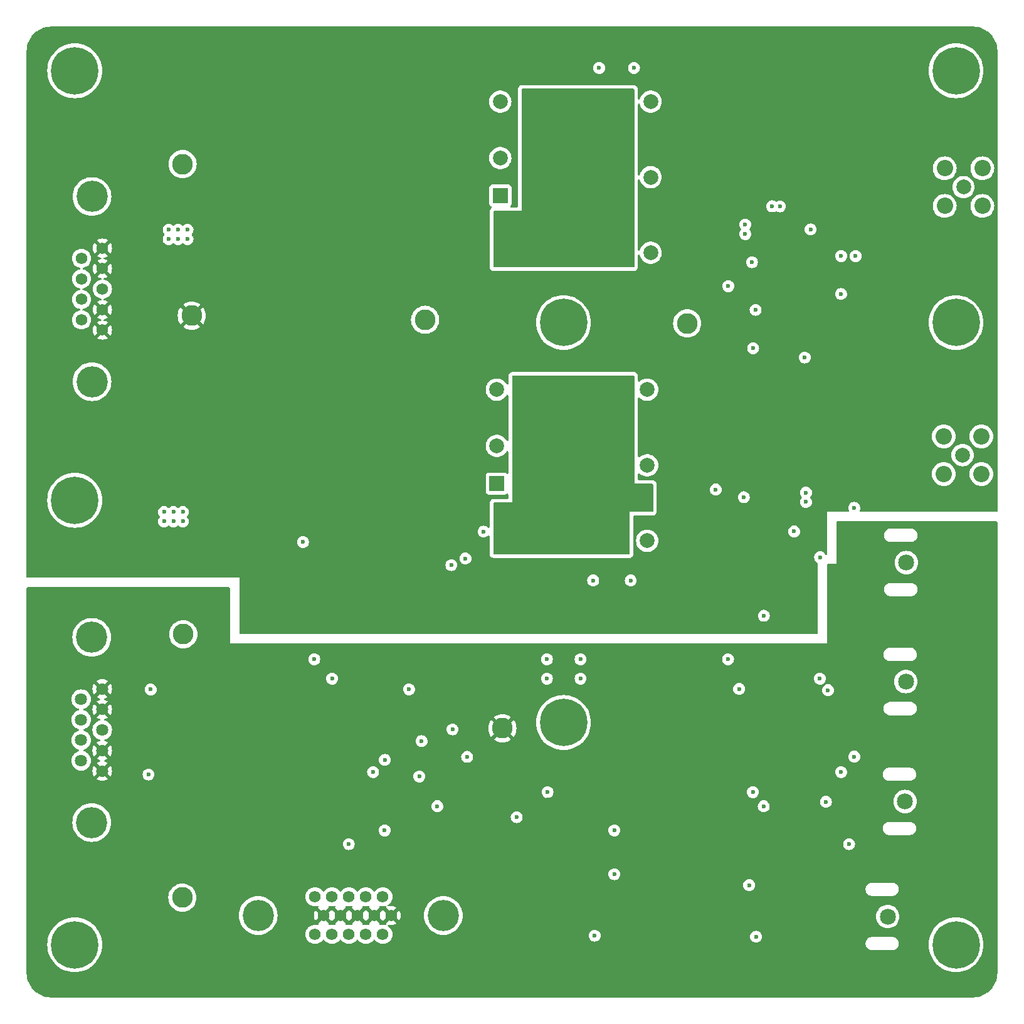
<source format=gbr>
%TF.GenerationSoftware,KiCad,Pcbnew,8.0.6*%
%TF.CreationDate,2025-05-16T10:58:21-04:00*%
%TF.ProjectId,3 - Charge_Pre-Amplifier,33202d20-4368-4617-9267-655f5072652d,rev?*%
%TF.SameCoordinates,Original*%
%TF.FileFunction,Copper,L9,Inr*%
%TF.FilePolarity,Positive*%
%FSLAX46Y46*%
G04 Gerber Fmt 4.6, Leading zero omitted, Abs format (unit mm)*
G04 Created by KiCad (PCBNEW 8.0.6) date 2025-05-16 10:58:21*
%MOMM*%
%LPD*%
G01*
G04 APERTURE LIST*
%TA.AperFunction,ComponentPad*%
%ADD10C,2.159000*%
%TD*%
%TA.AperFunction,ComponentPad*%
%ADD11R,2.000000X2.000000*%
%TD*%
%TA.AperFunction,ComponentPad*%
%ADD12C,2.000000*%
%TD*%
%TA.AperFunction,ComponentPad*%
%ADD13C,2.800000*%
%TD*%
%TA.AperFunction,ComponentPad*%
%ADD14C,1.560000*%
%TD*%
%TA.AperFunction,ComponentPad*%
%ADD15C,4.216000*%
%TD*%
%TA.AperFunction,ComponentPad*%
%ADD16C,2.006600*%
%TD*%
%TA.AperFunction,ComponentPad*%
%ADD17C,2.209800*%
%TD*%
%TA.AperFunction,ComponentPad*%
%ADD18C,6.400000*%
%TD*%
%TA.AperFunction,ComponentPad*%
%ADD19C,1.575000*%
%TD*%
%TA.AperFunction,ComponentPad*%
%ADD20C,1.635000*%
%TD*%
%TA.AperFunction,ViaPad*%
%ADD21C,0.600000*%
%TD*%
%TA.AperFunction,ViaPad*%
%ADD22C,1.500000*%
%TD*%
G04 APERTURE END LIST*
D10*
%TO.N,Net-(M3-Pad3)*%
%TO.C,P4*%
X323780000Y-170190201D03*
%TD*%
%TO.N,Net-(P3-Pad1)*%
%TO.C,P3*%
X326120000Y-154650000D03*
%TD*%
%TO.N,Net-(P2-Pad1)*%
%TO.C,P2*%
X326220000Y-138470201D03*
%TD*%
%TO.N,Net-(M4-Pad3)*%
%TO.C,P1*%
X326300000Y-122390000D03*
%TD*%
D11*
%TO.N,/Main_Converter/V_POS*%
%TO.C,U4*%
X271000000Y-111750000D03*
D12*
%TO.N,/Main_Converter/V_RTN*%
X271000000Y-106650000D03*
%TO.N,/PM_5V_RTN*%
X291300000Y-119450000D03*
%TO.N,unconnected-(U4-TRIM-Pad4)*%
X291300000Y-109250000D03*
%TO.N,/M5V*%
X291300000Y-99050000D03*
%TO.N,/Enable_CKT/Enable*%
X271000000Y-99050000D03*
%TD*%
D13*
%TO.N,/PM_5V_TELEM_RTN*%
%TO.C,Telem_RTN1*%
X271750000Y-144770000D03*
%TD*%
D14*
%TO.N,/V_SEC_RTN*%
%TO.C,J1*%
X217755000Y-79935000D03*
X217755000Y-82705000D03*
%TO.N,unconnected-(J1-Pad3)*%
X217755000Y-85475000D03*
%TO.N,/V_SEC_RTN*%
X217755000Y-88245000D03*
X217755000Y-91015000D03*
%TO.N,/V_SEC_IN*%
X214915000Y-81320000D03*
X214915000Y-84090000D03*
X214915000Y-86860000D03*
X214915000Y-89630000D03*
D15*
%TO.N,GNDPWR*%
X216335000Y-72975000D03*
X216335000Y-97975000D03*
%TD*%
D13*
%TO.N,/M5_TELEM*%
%TO.C,-5V1*%
X228660000Y-132080000D03*
%TD*%
D16*
%TO.N,/M5V_OUT*%
%TO.C,J4*%
X333883000Y-107895000D03*
D17*
%TO.N,/PM_5V_RTN*%
X336423000Y-105355000D03*
X331343000Y-105355000D03*
X331343000Y-110435000D03*
X336423000Y-110435000D03*
%TD*%
D18*
%TO.N,GNDPWR*%
%TO.C,H3*%
X333000000Y-90000000D03*
%TD*%
D13*
%TO.N,/P5_TELEM*%
%TO.C,+5V1*%
X228540000Y-167640000D03*
%TD*%
D18*
%TO.N,GNDPWR*%
%TO.C,H1*%
X214000000Y-56000000D03*
%TD*%
%TO.N,GNDPWR*%
%TO.C,H2*%
X333000000Y-56000000D03*
%TD*%
D19*
%TO.N,/TEMP_MON*%
%TO.C,J3*%
X255606000Y-167510000D03*
%TO.N,/M5V_V_MON*%
X253316000Y-167510000D03*
%TO.N,/P5V_V_MON*%
X251026000Y-167510000D03*
%TO.N,/M5V_I_MON*%
X248736000Y-167510000D03*
%TO.N,/P5V_I_MON*%
X246446000Y-167510000D03*
%TO.N,/PM_5V_TELEM_RTN*%
X256751000Y-170050000D03*
X254461000Y-170050000D03*
X252171000Y-170050000D03*
X249881000Y-170050000D03*
X247591000Y-170050000D03*
%TO.N,unconnected-(J3-Pad11)*%
X255606000Y-172590000D03*
%TO.N,unconnected-(J3-Pad12)*%
X253316000Y-172590000D03*
%TO.N,unconnected-(J3-Pad13)*%
X251026000Y-172590000D03*
%TO.N,/Enable+*%
X248736000Y-172590000D03*
%TO.N,/Enable-*%
X246446000Y-172590000D03*
D15*
%TO.N,GNDPWR*%
X238785000Y-170050000D03*
X263775000Y-170050000D03*
%TD*%
D16*
%TO.N,/P5V_OUT*%
%TO.C,J5*%
X334010000Y-71705000D03*
D17*
%TO.N,/PM_5V_RTN*%
X336550000Y-69165000D03*
X331470000Y-69165000D03*
X331470000Y-74245000D03*
X336550000Y-74245000D03*
%TD*%
D13*
%TO.N,/Enable_CKT/Enable*%
%TO.C,V_{EN}1*%
X261320000Y-89620000D03*
%TD*%
D18*
%TO.N,GNDPWR*%
%TO.C,H8*%
X280000000Y-90000000D03*
%TD*%
D20*
%TO.N,/PM_5V_TELEM_RTN*%
%TO.C,J2*%
X217720000Y-150540000D03*
X217720000Y-147770000D03*
%TO.N,unconnected-(J2-Pad3)*%
X217720000Y-145000000D03*
%TO.N,/PM_5V_TELEM_RTN*%
X217720000Y-142230000D03*
X217720000Y-139460000D03*
%TO.N,/P5_TELEM*%
X214880000Y-149155000D03*
X214880000Y-146385000D03*
%TO.N,/M5_TELEM*%
X214880000Y-143615000D03*
X214880000Y-140845000D03*
D15*
%TO.N,GNDPWR*%
X216300000Y-132500000D03*
X216300000Y-157500000D03*
%TD*%
D13*
%TO.N,/V_SEC_IN*%
%TO.C,+12V1*%
X228570000Y-68590000D03*
%TD*%
D18*
%TO.N,GNDPWR*%
%TO.C,H5*%
X280000000Y-144000000D03*
%TD*%
D11*
%TO.N,/Main_Converter1/V_POS*%
%TO.C,U1*%
X271470000Y-72865000D03*
D12*
%TO.N,/Main_Converter1/V_RTN*%
X271470000Y-67765000D03*
%TO.N,/P5V*%
X291770000Y-80565000D03*
%TO.N,unconnected-(U1-TRIM-Pad4)*%
X291770000Y-70365000D03*
%TO.N,/PM_5V_RTN*%
X291770000Y-60165000D03*
%TO.N,/Enable_CKT/Enable*%
X271470000Y-60165000D03*
%TD*%
D13*
%TO.N,/V_SEC_RTN*%
%TO.C,+12V_RTN1*%
X229810000Y-89060000D03*
%TD*%
%TO.N,/PM_5V_RTN*%
%TO.C,+/-5V_{RTN}1*%
X296700000Y-90100000D03*
%TD*%
D18*
%TO.N,GNDPWR*%
%TO.C,H7*%
X333000000Y-174000000D03*
%TD*%
%TO.N,GNDPWR*%
%TO.C,H4*%
X214000000Y-114000000D03*
%TD*%
%TO.N,GNDPWR*%
%TO.C,H9*%
X214000000Y-174000000D03*
%TD*%
D21*
%TO.N,/PM_5V_RTN*%
X289520000Y-55620000D03*
X289080000Y-124820000D03*
X319440000Y-81020000D03*
D22*
%TO.N,GNDPWR*%
X284480000Y-74930000D03*
X279400000Y-111760000D03*
X287020000Y-111760000D03*
X276860000Y-116840000D03*
X284480000Y-111760000D03*
X279400000Y-104140000D03*
X279400000Y-72390000D03*
X281940000Y-111760000D03*
X284480000Y-119380000D03*
X279400000Y-62230000D03*
X274320000Y-114300000D03*
X281940000Y-101600000D03*
X279400000Y-77470000D03*
X274320000Y-106680000D03*
X274320000Y-80010000D03*
X284480000Y-106680000D03*
X276860000Y-106680000D03*
X276860000Y-64770000D03*
X276860000Y-77470000D03*
X281940000Y-59690000D03*
X287020000Y-114300000D03*
X284480000Y-116840000D03*
X284480000Y-109220000D03*
X279400000Y-69850000D03*
X281940000Y-104140000D03*
X284480000Y-77470000D03*
X276860000Y-104140000D03*
X276860000Y-114300000D03*
X276860000Y-59690000D03*
X287020000Y-74930000D03*
X284480000Y-69850000D03*
X276860000Y-101600000D03*
X279400000Y-114300000D03*
X281940000Y-80010000D03*
X284480000Y-80010000D03*
X276860000Y-69850000D03*
X274320000Y-77470000D03*
X287020000Y-104140000D03*
X276860000Y-62230000D03*
X274320000Y-116840000D03*
X274320000Y-109220000D03*
X281940000Y-64770000D03*
X287020000Y-106680000D03*
X287020000Y-80010000D03*
X284480000Y-99060000D03*
X279400000Y-101600000D03*
X279400000Y-106680000D03*
X287020000Y-69850000D03*
X287020000Y-119380000D03*
X284480000Y-101600000D03*
X281940000Y-114300000D03*
X281940000Y-116840000D03*
X279400000Y-59690000D03*
X279400000Y-80010000D03*
X284480000Y-62230000D03*
X276860000Y-72390000D03*
X287020000Y-116840000D03*
X276860000Y-80010000D03*
X274320000Y-104140000D03*
X287020000Y-99060000D03*
X274320000Y-99060000D03*
X281940000Y-109220000D03*
X287020000Y-64770000D03*
X281940000Y-62230000D03*
X274320000Y-101600000D03*
X279400000Y-99060000D03*
X279400000Y-116840000D03*
D21*
X284010000Y-124810000D03*
D22*
X290195000Y-113665000D03*
X287020000Y-62230000D03*
X279400000Y-67310000D03*
X271780000Y-119380000D03*
X281940000Y-67310000D03*
X287020000Y-67310000D03*
X287020000Y-109220000D03*
X284480000Y-59690000D03*
X281940000Y-119380000D03*
X281940000Y-74930000D03*
X276860000Y-74930000D03*
D21*
X284810000Y-55620000D03*
D22*
X279400000Y-109220000D03*
X281940000Y-77470000D03*
X279400000Y-64770000D03*
X281940000Y-69850000D03*
X284480000Y-64770000D03*
X281940000Y-99060000D03*
X281940000Y-72390000D03*
X271780000Y-116840000D03*
X287020000Y-72390000D03*
X284480000Y-72390000D03*
X276860000Y-67310000D03*
X276860000Y-99060000D03*
X276860000Y-119380000D03*
X271780000Y-80010000D03*
X284480000Y-114300000D03*
X281940000Y-106680000D03*
X274320000Y-119380000D03*
X279400000Y-74930000D03*
X279400000Y-119380000D03*
X284480000Y-67310000D03*
X287020000Y-101600000D03*
X287020000Y-77470000D03*
X284480000Y-104140000D03*
X276860000Y-109220000D03*
X276860000Y-111760000D03*
X271780000Y-77470000D03*
X274320000Y-111760000D03*
X287020000Y-59690000D03*
D21*
%TO.N,/V_SEC_RTN*%
X276860000Y-93980000D03*
X320040000Y-63500000D03*
X299720000Y-81280000D03*
X269240000Y-127000000D03*
X297180000Y-53340000D03*
X233680000Y-60960000D03*
X236220000Y-60960000D03*
X220980000Y-93980000D03*
X246380000Y-86360000D03*
X236220000Y-119380000D03*
X223520000Y-60960000D03*
X226060000Y-119380000D03*
X302260000Y-53340000D03*
X284480000Y-83820000D03*
X238760000Y-127000000D03*
X327660000Y-55880000D03*
X238760000Y-91440000D03*
X233045000Y-103505000D03*
X233680000Y-53340000D03*
X236220000Y-101600000D03*
X314960000Y-53340000D03*
X213360000Y-121920000D03*
X325120000Y-111760000D03*
X235585000Y-67310000D03*
X231140000Y-93980000D03*
X325120000Y-101600000D03*
X213360000Y-104140000D03*
X261620000Y-127000000D03*
X317500000Y-63500000D03*
X241300000Y-53340000D03*
X287020000Y-53340000D03*
X281940000Y-129540000D03*
X218440000Y-104140000D03*
X307340000Y-121920000D03*
X215900000Y-63500000D03*
X325120000Y-88900000D03*
X215900000Y-109220000D03*
X248920000Y-53340000D03*
X226060000Y-55880000D03*
X226060000Y-60960000D03*
X309880000Y-101600000D03*
X236220000Y-86360000D03*
X264160000Y-91440000D03*
X332740000Y-60960000D03*
X314960000Y-109220000D03*
X223520000Y-83820000D03*
X241300000Y-99060000D03*
X299720000Y-93980000D03*
X220980000Y-68580000D03*
X325120000Y-93980000D03*
X320040000Y-106680000D03*
X220980000Y-111760000D03*
X327660000Y-99060000D03*
X233680000Y-83820000D03*
X228600000Y-60960000D03*
X297180000Y-60960000D03*
X243840000Y-53340000D03*
X297180000Y-101600000D03*
X241300000Y-127000000D03*
X210820000Y-60960000D03*
X271780000Y-55880000D03*
X289560000Y-127000000D03*
X309880000Y-121920000D03*
X210820000Y-66040000D03*
X294640000Y-83820000D03*
X284480000Y-129540000D03*
X223520000Y-104140000D03*
X327660000Y-111760000D03*
X236220000Y-109220000D03*
X256540000Y-53340000D03*
X325120000Y-99060000D03*
X312420000Y-68580000D03*
X238760000Y-60960000D03*
X226060000Y-83820000D03*
X299720000Y-86360000D03*
X220980000Y-71120000D03*
X294640000Y-55880000D03*
X231140000Y-71120000D03*
X309880000Y-127000000D03*
X325120000Y-109220000D03*
X220980000Y-66040000D03*
X299720000Y-76200000D03*
X320040000Y-101600000D03*
X213360000Y-119380000D03*
X231140000Y-86360000D03*
X236220000Y-63500000D03*
X294640000Y-127000000D03*
X325120000Y-63500000D03*
X231140000Y-104140000D03*
X266700000Y-60960000D03*
X231140000Y-119380000D03*
X231140000Y-101600000D03*
X223520000Y-73660000D03*
X223520000Y-93980000D03*
X320040000Y-99060000D03*
X236220000Y-88900000D03*
X289560000Y-83820000D03*
X226060000Y-109220000D03*
X309880000Y-53340000D03*
X274320000Y-83820000D03*
X234315000Y-103505000D03*
X327660000Y-104140000D03*
X279400000Y-127000000D03*
X241300000Y-55880000D03*
X292100000Y-88900000D03*
X281940000Y-124460000D03*
X223520000Y-109220000D03*
X228600000Y-86360000D03*
X264160000Y-96520000D03*
X241300000Y-88900000D03*
X236220000Y-73660000D03*
X312420000Y-63500000D03*
X256540000Y-129540000D03*
X231140000Y-53340000D03*
X325120000Y-86360000D03*
X292100000Y-55880000D03*
X223520000Y-63500000D03*
X231140000Y-58420000D03*
X271780000Y-83820000D03*
X325120000Y-55880000D03*
X235585000Y-66040000D03*
X281940000Y-127000000D03*
X322580000Y-111760000D03*
X226060000Y-86360000D03*
X264160000Y-111760000D03*
X327660000Y-109220000D03*
X215900000Y-121920000D03*
X274320000Y-127000000D03*
X220980000Y-101600000D03*
X231140000Y-83820000D03*
X259080000Y-109220000D03*
X251460000Y-129540000D03*
X320040000Y-93980000D03*
X215900000Y-106680000D03*
X238760000Y-86360000D03*
X220980000Y-109220000D03*
X271780000Y-129540000D03*
X251460000Y-127000000D03*
X226060000Y-73660000D03*
X228600000Y-55880000D03*
X320040000Y-68580000D03*
X299720000Y-124460000D03*
X228600000Y-96520000D03*
X309880000Y-96520000D03*
X297180000Y-116840000D03*
X218440000Y-109220000D03*
X220980000Y-116840000D03*
X213360000Y-66040000D03*
X220980000Y-119380000D03*
X307340000Y-104140000D03*
X248920000Y-88900000D03*
X220980000Y-73660000D03*
X292100000Y-93980000D03*
X236220000Y-58420000D03*
X309880000Y-104140000D03*
X276860000Y-86360000D03*
X228600000Y-99060000D03*
X299720000Y-53340000D03*
X304800000Y-53340000D03*
X228600000Y-106680000D03*
X284480000Y-91440000D03*
X238760000Y-129540000D03*
X233680000Y-109220000D03*
X223520000Y-53340000D03*
X294640000Y-124460000D03*
X297180000Y-96520000D03*
X322580000Y-63500000D03*
X243840000Y-96520000D03*
X312420000Y-127000000D03*
X297180000Y-127000000D03*
X223520000Y-88900000D03*
X314960000Y-104140000D03*
X264160000Y-58420000D03*
X233680000Y-96520000D03*
X243840000Y-83820000D03*
X292100000Y-124460000D03*
X223520000Y-81280000D03*
X320040000Y-76200000D03*
X226060000Y-91440000D03*
X238760000Y-58420000D03*
X210820000Y-106680000D03*
X287020000Y-91440000D03*
X236220000Y-71120000D03*
X279400000Y-129540000D03*
X241300000Y-121920000D03*
X274320000Y-93980000D03*
X327660000Y-93980000D03*
X226060000Y-99060000D03*
X238760000Y-99060000D03*
X299720000Y-127000000D03*
X246380000Y-96520000D03*
X307340000Y-101600000D03*
X289560000Y-129540000D03*
X269240000Y-53340000D03*
X233680000Y-101600000D03*
X312420000Y-101600000D03*
X322580000Y-104140000D03*
X292100000Y-127000000D03*
X236220000Y-99060000D03*
X246380000Y-58420000D03*
X215900000Y-60960000D03*
X246380000Y-111760000D03*
X292100000Y-83820000D03*
X248920000Y-109220000D03*
X231140000Y-99060000D03*
X243840000Y-58420000D03*
X223520000Y-58420000D03*
X228600000Y-119380000D03*
X332740000Y-63500000D03*
X213360000Y-109220000D03*
X243840000Y-127000000D03*
X264160000Y-55880000D03*
X246380000Y-127000000D03*
X231140000Y-114300000D03*
X228600000Y-53340000D03*
X325120000Y-68580000D03*
X231140000Y-73660000D03*
X325120000Y-53340000D03*
X218440000Y-53340000D03*
X307340000Y-124460000D03*
X327660000Y-66040000D03*
X294640000Y-93980000D03*
X299720000Y-121920000D03*
X210820000Y-119380000D03*
X281940000Y-83820000D03*
X236220000Y-96520000D03*
X322580000Y-99060000D03*
X241300000Y-129540000D03*
X236220000Y-53340000D03*
X302260000Y-55880000D03*
X304800000Y-63500000D03*
X243840000Y-55880000D03*
X279400000Y-55880000D03*
X274320000Y-53340000D03*
X256540000Y-86360000D03*
X246380000Y-71120000D03*
X238760000Y-53340000D03*
X238760000Y-83820000D03*
X261620000Y-53340000D03*
X264160000Y-53340000D03*
X218440000Y-111760000D03*
X287020000Y-88900000D03*
X294640000Y-96520000D03*
X220980000Y-60960000D03*
X266700000Y-88900000D03*
X281940000Y-55880000D03*
X259080000Y-129540000D03*
X276860000Y-127000000D03*
X264160000Y-114300000D03*
X251460000Y-109220000D03*
X330200000Y-63500000D03*
X264160000Y-66040000D03*
X220980000Y-114300000D03*
X284480000Y-93980000D03*
X246380000Y-109220000D03*
X335280000Y-60960000D03*
X317500000Y-78740000D03*
X220980000Y-121920000D03*
X325120000Y-73660000D03*
X307340000Y-63500000D03*
X276860000Y-124460000D03*
X297180000Y-124460000D03*
X233680000Y-71120000D03*
X256540000Y-109220000D03*
X226060000Y-96520000D03*
X248920000Y-127000000D03*
X243840000Y-86360000D03*
X261620000Y-109220000D03*
X320040000Y-111760000D03*
X327660000Y-88900000D03*
X254000000Y-71120000D03*
X254000000Y-53340000D03*
X218440000Y-121920000D03*
X309880000Y-63500000D03*
X309880000Y-68580000D03*
X274320000Y-129540000D03*
X254000000Y-91440000D03*
X332740000Y-66040000D03*
X218440000Y-58420000D03*
X226060000Y-101600000D03*
X235585000Y-103505000D03*
X325120000Y-83820000D03*
X266700000Y-99060000D03*
X312420000Y-106680000D03*
X314960000Y-78740000D03*
X266700000Y-86360000D03*
X307340000Y-96520000D03*
X246380000Y-99060000D03*
X271780000Y-127000000D03*
X320040000Y-104140000D03*
X215900000Y-68580000D03*
X314960000Y-68580000D03*
X307340000Y-119380000D03*
X223520000Y-66040000D03*
X210820000Y-63500000D03*
X312420000Y-99060000D03*
X231140000Y-66040000D03*
X243840000Y-91440000D03*
X264160000Y-93980000D03*
X243840000Y-124460000D03*
X246380000Y-104140000D03*
X236855000Y-66040000D03*
X223520000Y-71120000D03*
X297180000Y-83820000D03*
X223520000Y-111760000D03*
X322580000Y-68580000D03*
X220980000Y-106680000D03*
X236220000Y-106680000D03*
X292100000Y-91440000D03*
X287020000Y-129540000D03*
X322580000Y-88900000D03*
X325120000Y-96520000D03*
X215900000Y-66040000D03*
X243840000Y-129540000D03*
X234315000Y-104775000D03*
X317500000Y-73660000D03*
X332740000Y-83820000D03*
X228600000Y-93980000D03*
X233680000Y-111760000D03*
X266700000Y-91440000D03*
X226060000Y-58420000D03*
X231140000Y-96520000D03*
X254000000Y-129540000D03*
X271780000Y-86360000D03*
X246380000Y-129540000D03*
X251460000Y-71120000D03*
X259080000Y-71120000D03*
X294640000Y-129540000D03*
X299720000Y-96520000D03*
X246380000Y-53340000D03*
X223520000Y-55880000D03*
X307340000Y-127000000D03*
X254000000Y-109220000D03*
X256540000Y-71120000D03*
X241300000Y-119380000D03*
X231140000Y-109220000D03*
X264160000Y-76200000D03*
X327660000Y-86360000D03*
X241300000Y-83820000D03*
X228600000Y-104140000D03*
X233680000Y-88900000D03*
X246380000Y-83820000D03*
X314960000Y-63500000D03*
X226060000Y-121920000D03*
X220980000Y-55880000D03*
X322580000Y-73660000D03*
X218440000Y-106680000D03*
X243840000Y-99060000D03*
X266700000Y-58420000D03*
X241300000Y-96520000D03*
X231140000Y-106680000D03*
X274320000Y-91440000D03*
X320040000Y-66040000D03*
X327660000Y-83820000D03*
X246380000Y-93980000D03*
X228600000Y-111760000D03*
X220980000Y-99060000D03*
X264160000Y-88900000D03*
X299720000Y-101600000D03*
X233680000Y-106680000D03*
X256540000Y-127000000D03*
X312420000Y-104140000D03*
X299720000Y-91440000D03*
X228600000Y-58420000D03*
X327660000Y-96520000D03*
X238760000Y-124460000D03*
X304800000Y-58420000D03*
X314960000Y-106680000D03*
X233680000Y-121920000D03*
X322580000Y-66040000D03*
X264160000Y-81280000D03*
X233680000Y-58420000D03*
X271780000Y-91440000D03*
X213360000Y-60960000D03*
X314960000Y-99060000D03*
X238760000Y-93980000D03*
X312420000Y-109220000D03*
X231140000Y-63500000D03*
X236220000Y-121920000D03*
X254000000Y-127000000D03*
X236220000Y-93980000D03*
X220980000Y-96520000D03*
X220980000Y-104140000D03*
X276860000Y-53340000D03*
X327660000Y-106680000D03*
X236220000Y-114300000D03*
X299720000Y-55880000D03*
X279400000Y-53340000D03*
X317500000Y-68580000D03*
X322580000Y-96520000D03*
X243840000Y-114300000D03*
X246380000Y-114300000D03*
X320040000Y-86360000D03*
X314960000Y-96520000D03*
X330200000Y-60960000D03*
X259080000Y-127000000D03*
X297180000Y-63500000D03*
X299720000Y-83820000D03*
X297180000Y-93980000D03*
X223520000Y-119380000D03*
X220980000Y-63500000D03*
X228600000Y-121920000D03*
X226060000Y-66040000D03*
X264160000Y-73660000D03*
X294640000Y-86360000D03*
X327660000Y-76200000D03*
X210820000Y-104140000D03*
X327660000Y-58420000D03*
X307340000Y-99060000D03*
X327660000Y-73660000D03*
X335280000Y-63500000D03*
X223520000Y-101600000D03*
X251460000Y-86360000D03*
X228600000Y-81280000D03*
X238760000Y-88900000D03*
X223520000Y-68580000D03*
X276860000Y-83820000D03*
X251460000Y-53340000D03*
X314960000Y-76200000D03*
X327660000Y-114300000D03*
X233680000Y-91440000D03*
X279400000Y-124460000D03*
X322580000Y-106680000D03*
X294640000Y-121920000D03*
X233680000Y-63500000D03*
X243840000Y-88900000D03*
X241300000Y-124460000D03*
X233680000Y-73660000D03*
X309880000Y-99060000D03*
X226060000Y-81280000D03*
X287020000Y-86360000D03*
X266700000Y-83820000D03*
X287020000Y-83820000D03*
X325120000Y-91440000D03*
X299720000Y-63500000D03*
X236220000Y-91440000D03*
X223520000Y-76200000D03*
X299720000Y-129540000D03*
X292100000Y-129540000D03*
X327660000Y-63500000D03*
X322580000Y-86360000D03*
X231140000Y-55880000D03*
X231140000Y-60960000D03*
X223520000Y-86360000D03*
X327660000Y-53340000D03*
X276860000Y-129540000D03*
X307340000Y-68580000D03*
X284480000Y-127000000D03*
X243840000Y-121920000D03*
X322580000Y-91440000D03*
X327660000Y-60960000D03*
X299720000Y-104140000D03*
X307340000Y-66040000D03*
X274320000Y-86360000D03*
X213360000Y-106680000D03*
X251460000Y-91440000D03*
X254000000Y-86360000D03*
X238760000Y-114300000D03*
X223520000Y-121920000D03*
X302260000Y-58420000D03*
X233045000Y-104775000D03*
X233680000Y-86360000D03*
X325120000Y-66040000D03*
X322580000Y-53340000D03*
X233680000Y-93980000D03*
X218440000Y-116840000D03*
X320040000Y-96520000D03*
X327660000Y-91440000D03*
X309880000Y-124460000D03*
X299720000Y-58420000D03*
X218440000Y-60960000D03*
X218440000Y-114300000D03*
X302260000Y-63500000D03*
X289560000Y-53340000D03*
X330200000Y-66040000D03*
X228600000Y-63500000D03*
X226060000Y-111760000D03*
X223520000Y-78740000D03*
X246380000Y-91440000D03*
X215900000Y-104140000D03*
X325120000Y-60960000D03*
X246380000Y-55880000D03*
X226060000Y-53340000D03*
X299720000Y-60960000D03*
X233680000Y-114300000D03*
X226060000Y-104140000D03*
X304800000Y-60960000D03*
X231140000Y-121920000D03*
X236220000Y-55880000D03*
X238760000Y-55880000D03*
X325120000Y-106680000D03*
X299720000Y-73660000D03*
X223520000Y-91440000D03*
X320040000Y-109220000D03*
X238760000Y-96520000D03*
X248920000Y-91440000D03*
X241300000Y-93980000D03*
X297180000Y-55880000D03*
X312420000Y-53340000D03*
X236220000Y-111760000D03*
X210820000Y-109220000D03*
X228600000Y-73660000D03*
X312420000Y-124460000D03*
X314960000Y-73660000D03*
X330200000Y-83820000D03*
X210820000Y-121920000D03*
X302260000Y-60960000D03*
X289560000Y-93980000D03*
X238760000Y-119380000D03*
X243840000Y-93980000D03*
X259080000Y-91440000D03*
X220980000Y-53340000D03*
X325120000Y-114300000D03*
X220980000Y-58420000D03*
X228600000Y-83820000D03*
X223520000Y-114300000D03*
X312420000Y-73660000D03*
X322580000Y-109220000D03*
X297180000Y-78740000D03*
X218440000Y-68580000D03*
X266700000Y-81280000D03*
X327660000Y-68580000D03*
X284480000Y-53340000D03*
X304800000Y-55880000D03*
X228600000Y-101600000D03*
X256540000Y-91440000D03*
X317500000Y-53340000D03*
X220980000Y-76200000D03*
X236220000Y-83820000D03*
X241300000Y-91440000D03*
X234315000Y-67310000D03*
X238760000Y-63500000D03*
X226060000Y-93980000D03*
X287020000Y-93980000D03*
X256540000Y-88900000D03*
X254000000Y-88900000D03*
X325120000Y-76200000D03*
X246380000Y-88900000D03*
X226060000Y-88900000D03*
X299720000Y-88900000D03*
X226060000Y-106680000D03*
X320040000Y-53340000D03*
X226060000Y-71120000D03*
X322580000Y-101600000D03*
X223520000Y-106680000D03*
X281940000Y-53340000D03*
X322580000Y-76200000D03*
X248920000Y-86360000D03*
X320040000Y-88900000D03*
X266700000Y-96520000D03*
X307340000Y-53340000D03*
X231140000Y-111760000D03*
X322580000Y-83820000D03*
X269240000Y-55880000D03*
X320040000Y-91440000D03*
X228600000Y-109220000D03*
X299720000Y-78740000D03*
X218440000Y-66040000D03*
X325120000Y-58420000D03*
X261620000Y-71120000D03*
X294640000Y-53340000D03*
X223520000Y-116840000D03*
X238760000Y-101600000D03*
X246380000Y-106680000D03*
X309880000Y-66040000D03*
X292100000Y-53340000D03*
X294640000Y-99060000D03*
X335280000Y-66040000D03*
X297180000Y-81280000D03*
X226060000Y-63500000D03*
X261620000Y-129540000D03*
X264160000Y-63500000D03*
X320040000Y-73660000D03*
X271780000Y-124460000D03*
X236855000Y-67310000D03*
X274320000Y-55880000D03*
X289560000Y-88900000D03*
X218440000Y-63500000D03*
X264160000Y-83820000D03*
X271780000Y-93980000D03*
X223520000Y-99060000D03*
X276860000Y-55880000D03*
X251460000Y-88900000D03*
X259080000Y-53340000D03*
X234315000Y-66040000D03*
X266700000Y-93980000D03*
X287020000Y-127000000D03*
X274320000Y-88900000D03*
X248920000Y-129540000D03*
X233680000Y-99060000D03*
X330200000Y-86360000D03*
X210820000Y-68580000D03*
X218440000Y-119380000D03*
X279400000Y-83820000D03*
X266700000Y-53340000D03*
X297180000Y-86360000D03*
X289560000Y-91440000D03*
X289560000Y-86360000D03*
X213360000Y-63500000D03*
X241300000Y-58420000D03*
X238760000Y-121920000D03*
X299720000Y-99060000D03*
X314960000Y-101600000D03*
X325120000Y-104140000D03*
X274320000Y-124460000D03*
X297180000Y-121920000D03*
X218440000Y-55880000D03*
X213360000Y-68580000D03*
X317500000Y-76200000D03*
X284480000Y-88900000D03*
X233680000Y-119380000D03*
X297180000Y-58420000D03*
X266700000Y-55880000D03*
X312420000Y-96520000D03*
X327660000Y-101600000D03*
X322580000Y-93980000D03*
X284480000Y-86360000D03*
X241300000Y-86360000D03*
X235585000Y-104775000D03*
X215900000Y-119380000D03*
X292100000Y-86360000D03*
X223520000Y-96520000D03*
X271780000Y-88900000D03*
X322580000Y-114300000D03*
X271780000Y-53340000D03*
X297180000Y-129540000D03*
X281940000Y-93980000D03*
X233680000Y-55880000D03*
X297180000Y-99060000D03*
X248920000Y-71120000D03*
%TO.N,/P5V*%
X308175000Y-74295000D03*
%TO.N,/P5_TELEM*%
X259150000Y-139510000D03*
X305997500Y-172920000D03*
X315430000Y-154700000D03*
X223970000Y-151017500D03*
X305936200Y-88275000D03*
X224270000Y-139530000D03*
X315720000Y-139630000D03*
X303720000Y-139470000D03*
%TO.N,/M5V*%
X300560000Y-112540000D03*
%TO.N,/PM_5V_TELEM_RTN*%
X269240000Y-168910000D03*
X264160000Y-163830000D03*
X220980000Y-129540000D03*
X247650000Y-157480000D03*
X299720000Y-142240000D03*
X261620000Y-163830000D03*
X233680000Y-175260000D03*
X231140000Y-170180000D03*
X297180000Y-157480000D03*
X330200000Y-147320000D03*
X312420000Y-162560000D03*
X297180000Y-162560000D03*
X314960000Y-175260000D03*
X265940000Y-153650000D03*
X247650000Y-152400000D03*
X274320000Y-161290000D03*
X332740000Y-149860000D03*
X233680000Y-134620000D03*
X231140000Y-134620000D03*
X297180000Y-144780000D03*
X276860000Y-137160000D03*
X231140000Y-147320000D03*
X274320000Y-147320000D03*
X223520000Y-177800000D03*
X228600000Y-172720000D03*
X299720000Y-147320000D03*
X247650000Y-142240000D03*
X252730000Y-152400000D03*
X335280000Y-129540000D03*
X307340000Y-175260000D03*
X335280000Y-162560000D03*
X297180000Y-147320000D03*
X335280000Y-119380000D03*
X213360000Y-127000000D03*
X233680000Y-142240000D03*
X304800000Y-162560000D03*
X238760000Y-134620000D03*
X215900000Y-162560000D03*
X322580000Y-132080000D03*
X250190000Y-162560000D03*
X271780000Y-137160000D03*
X250190000Y-142240000D03*
X302260000Y-144780000D03*
X274320000Y-166370000D03*
X231140000Y-175260000D03*
X335280000Y-157480000D03*
X320040000Y-127000000D03*
X309880000Y-152400000D03*
X327660000Y-144780000D03*
X304800000Y-175260000D03*
X247650000Y-147320000D03*
X302260000Y-147320000D03*
X279110000Y-175649800D03*
X269240000Y-176530000D03*
X335280000Y-165100000D03*
X252730000Y-154940000D03*
X309880000Y-157480000D03*
X271780000Y-171450000D03*
X220980000Y-134620000D03*
X284480000Y-147320000D03*
X312420000Y-134620000D03*
X236220000Y-149860000D03*
X332740000Y-121920000D03*
X236220000Y-134620000D03*
X325120000Y-144780000D03*
X299720000Y-137160000D03*
X302260000Y-157480000D03*
X312420000Y-137160000D03*
X218440000Y-172720000D03*
X231140000Y-142240000D03*
X261620000Y-157480000D03*
X271780000Y-166370000D03*
X269240000Y-147320000D03*
X236220000Y-144780000D03*
X332740000Y-119380000D03*
X238760000Y-144780000D03*
X294640000Y-157480000D03*
X231140000Y-137160000D03*
X269240000Y-157480000D03*
X277890000Y-154410000D03*
X228600000Y-127000000D03*
X226060000Y-175260000D03*
X236220000Y-147320000D03*
X332740000Y-139700000D03*
X264160000Y-157480000D03*
X221970000Y-158010000D03*
X266700000Y-161290000D03*
X269240000Y-161290000D03*
X315380000Y-161940000D03*
X335280000Y-142240000D03*
X335280000Y-127000000D03*
X241300000Y-162560000D03*
X247650000Y-144780000D03*
X299720000Y-134620000D03*
X228600000Y-160020000D03*
X269240000Y-137160000D03*
X226060000Y-144780000D03*
X257960000Y-151610000D03*
X261620000Y-134620000D03*
X335280000Y-149860000D03*
X335280000Y-124460000D03*
X218440000Y-127000000D03*
X312420000Y-157480000D03*
X281510000Y-156450000D03*
X256540000Y-134620000D03*
X243840000Y-142240000D03*
X226060000Y-165100000D03*
X247650000Y-162560000D03*
X276860000Y-166370000D03*
X312420000Y-147320000D03*
X274320000Y-173990000D03*
X287020000Y-147320000D03*
X332740000Y-167640000D03*
X294640000Y-142240000D03*
X332740000Y-137160000D03*
X241300000Y-137160000D03*
X243840000Y-152400000D03*
X327660000Y-132080000D03*
X297180000Y-137160000D03*
X274320000Y-142240000D03*
X256540000Y-137160000D03*
X266700000Y-144780000D03*
X233680000Y-172720000D03*
X251460000Y-134620000D03*
X231140000Y-160020000D03*
X304800000Y-142240000D03*
X327660000Y-147320000D03*
X218440000Y-162560000D03*
X309880000Y-175260000D03*
X271780000Y-134620000D03*
X305445000Y-81840000D03*
X320390000Y-129570000D03*
X325120000Y-132080000D03*
X215900000Y-127000000D03*
X327660000Y-129540000D03*
X332740000Y-134620000D03*
X250190000Y-154940000D03*
X233680000Y-132080000D03*
X289560000Y-144780000D03*
X274320000Y-137160000D03*
X234070000Y-155860000D03*
X302260000Y-175260000D03*
X250190000Y-152400000D03*
X289560000Y-137160000D03*
X271780000Y-147320000D03*
X274320000Y-176530000D03*
X294640000Y-144780000D03*
X289560000Y-147320000D03*
X322580000Y-162560000D03*
X234220000Y-161135000D03*
X322580000Y-144780000D03*
X220980000Y-132080000D03*
X231140000Y-127000000D03*
X250190000Y-147320000D03*
X297180000Y-142240000D03*
X271780000Y-176530000D03*
X243840000Y-134620000D03*
X220980000Y-167640000D03*
X292257500Y-164469800D03*
X311127500Y-172920000D03*
X223520000Y-129540000D03*
X243840000Y-137160000D03*
X332740000Y-127000000D03*
X312420000Y-144780000D03*
X276860000Y-163830000D03*
X335280000Y-134620000D03*
X335280000Y-167640000D03*
X311817500Y-165960000D03*
X233680000Y-144780000D03*
X292100000Y-157480000D03*
X254000000Y-134620000D03*
X269240000Y-173990000D03*
X335280000Y-147320000D03*
X335280000Y-152400000D03*
X266700000Y-157480000D03*
X312745000Y-112955000D03*
X220980000Y-177800000D03*
X287020000Y-142240000D03*
X241300000Y-154940000D03*
X320040000Y-119380000D03*
X226060000Y-129540000D03*
X327660000Y-162560000D03*
X261620000Y-161290000D03*
X289560000Y-157480000D03*
X269240000Y-166370000D03*
X250190000Y-157480000D03*
X220980000Y-175260000D03*
X241300000Y-149860000D03*
X236220000Y-137160000D03*
X233680000Y-167640000D03*
X241300000Y-134620000D03*
X332740000Y-154940000D03*
X287020000Y-137160000D03*
X223520000Y-170180000D03*
X289377500Y-174329800D03*
X223520000Y-162560000D03*
X294640000Y-162560000D03*
X312420000Y-142240000D03*
X276860000Y-134620000D03*
X243840000Y-160020000D03*
X226060000Y-172720000D03*
X332740000Y-144780000D03*
X261620000Y-137160000D03*
X228600000Y-175260000D03*
X247650000Y-149860000D03*
X210820000Y-167640000D03*
X287020000Y-144780000D03*
X325120000Y-129540000D03*
X218440000Y-167640000D03*
X236220000Y-142240000D03*
X233680000Y-127000000D03*
X322580000Y-147320000D03*
X233680000Y-170180000D03*
X254000000Y-137160000D03*
X332740000Y-157480000D03*
X294640000Y-134620000D03*
X238760000Y-137160000D03*
X241300000Y-157480000D03*
X250190000Y-149860000D03*
X247650000Y-154940000D03*
X243840000Y-162560000D03*
X274320000Y-163830000D03*
X226060000Y-170180000D03*
X220980000Y-137160000D03*
X276860000Y-173990000D03*
X292100000Y-142240000D03*
X215900000Y-165100000D03*
X220980000Y-170180000D03*
X297180000Y-134620000D03*
X223520000Y-127000000D03*
X287020000Y-134620000D03*
X284480000Y-134620000D03*
X265010000Y-141820000D03*
X276860000Y-168910000D03*
X292100000Y-134620000D03*
X225610000Y-146590000D03*
X332740000Y-152400000D03*
X289560000Y-142240000D03*
X297180000Y-175260000D03*
X243840000Y-149860000D03*
X210820000Y-127000000D03*
X312420000Y-152400000D03*
X335280000Y-139700000D03*
X289560000Y-134620000D03*
X332740000Y-124460000D03*
X325120000Y-162560000D03*
X309880000Y-147320000D03*
X313365000Y-77415000D03*
X269240000Y-171450000D03*
X252730000Y-147320000D03*
X223520000Y-160020000D03*
X259080000Y-161290000D03*
X292100000Y-147320000D03*
X210820000Y-170180000D03*
X231140000Y-144780000D03*
X292100000Y-144780000D03*
X213360000Y-167640000D03*
X332740000Y-147320000D03*
X243840000Y-154940000D03*
X233680000Y-137160000D03*
X242990000Y-147930000D03*
X243840000Y-144780000D03*
X241300000Y-152400000D03*
X312420000Y-154940000D03*
X218440000Y-165100000D03*
X330200000Y-144780000D03*
X309880000Y-162560000D03*
X284480000Y-144780000D03*
X271780000Y-173990000D03*
X271780000Y-168910000D03*
X335280000Y-121920000D03*
X233680000Y-147320000D03*
X210820000Y-165100000D03*
X259080000Y-134620000D03*
X222530000Y-154690000D03*
X264160000Y-161290000D03*
X320040000Y-124460000D03*
X294640000Y-137160000D03*
X292100000Y-137160000D03*
X325120000Y-147320000D03*
X302260000Y-162560000D03*
X335280000Y-137160000D03*
X304350000Y-113580000D03*
X269240000Y-163830000D03*
X274320000Y-134620000D03*
X231140000Y-129540000D03*
X228600000Y-162560000D03*
X251460000Y-137160000D03*
X243840000Y-157480000D03*
X220980000Y-127000000D03*
X335280000Y-160020000D03*
X307340000Y-162560000D03*
X228600000Y-142240000D03*
X226060000Y-160020000D03*
X304800000Y-147320000D03*
X294640000Y-147320000D03*
X223520000Y-137160000D03*
X259080000Y-137160000D03*
X276860000Y-161290000D03*
X322580000Y-129540000D03*
X228600000Y-137160000D03*
X223520000Y-132080000D03*
X231140000Y-172720000D03*
X259080000Y-163830000D03*
X248920000Y-134620000D03*
X309880000Y-154940000D03*
X226060000Y-137160000D03*
X302260000Y-142240000D03*
X218440000Y-177800000D03*
X332740000Y-142240000D03*
X284480000Y-137160000D03*
X335280000Y-144780000D03*
X226060000Y-127000000D03*
X274320000Y-168910000D03*
X271780000Y-142240000D03*
X269240000Y-142240000D03*
X304535000Y-76775000D03*
X299720000Y-175260000D03*
X304800000Y-157480000D03*
X284480000Y-142240000D03*
X294640000Y-175260000D03*
X238760000Y-142240000D03*
X335280000Y-154940000D03*
X312420000Y-175260000D03*
X276860000Y-176530000D03*
X218440000Y-175260000D03*
X259080000Y-157480000D03*
X233680000Y-165100000D03*
X226060000Y-142240000D03*
X233680000Y-129540000D03*
X276860000Y-171450000D03*
X299720000Y-157480000D03*
X210820000Y-162560000D03*
X309880000Y-142240000D03*
X266700000Y-163830000D03*
X312576200Y-94715000D03*
X226060000Y-134620000D03*
X311145000Y-118195000D03*
X335280000Y-132080000D03*
X252730000Y-149860000D03*
X271780000Y-157480000D03*
X309880000Y-137160000D03*
X299720000Y-144780000D03*
X309880000Y-144780000D03*
X233680000Y-149860000D03*
X241300000Y-160020000D03*
X223520000Y-134620000D03*
X307340000Y-157480000D03*
X231140000Y-165100000D03*
X226060000Y-162560000D03*
X295177500Y-167840000D03*
X223520000Y-172720000D03*
X274320000Y-171450000D03*
X231140000Y-162560000D03*
X317500000Y-175260000D03*
X269240000Y-134620000D03*
X309880000Y-134620000D03*
X228600000Y-144780000D03*
X247650000Y-160020000D03*
X304800000Y-144780000D03*
X233680000Y-162560000D03*
%TO.N,/M5_TELEM*%
X284210000Y-172779800D03*
%TO.N,/Telemetry_CKT/V3p3*%
X265020000Y-144920000D03*
X305067500Y-165957500D03*
X304535000Y-78045000D03*
X312735000Y-114215000D03*
X273680000Y-156780000D03*
%TO.N,Net-(C31-Pad2)*%
X314645000Y-121675000D03*
X282310000Y-138080000D03*
X314610000Y-138080000D03*
%TO.N,Net-(C32-Pad2)*%
X282310000Y-135460000D03*
X302220000Y-135460000D03*
X302255000Y-85075000D03*
%TO.N,/Telemetry_CKT/nV3p3*%
X286860000Y-158570000D03*
X255870000Y-149050000D03*
X255860000Y-158570000D03*
X286860000Y-164479800D03*
%TO.N,/V_SEC_IN*%
X226060000Y-115570000D03*
X227965000Y-77470000D03*
X227330000Y-115570000D03*
X227965000Y-78740000D03*
X228600000Y-116840000D03*
X229235000Y-77470000D03*
X227330000Y-116840000D03*
X226060000Y-116840000D03*
X244820000Y-119630000D03*
X226695000Y-77470000D03*
X226695000Y-78740000D03*
X229235000Y-78740000D03*
X228600000Y-115570000D03*
%TO.N,/M5V_V_MON*%
X307050000Y-129580000D03*
X262970000Y-155300000D03*
X307040000Y-155300000D03*
%TO.N,/M5V_I_MON*%
X277760000Y-138080000D03*
X248750000Y-138080000D03*
%TO.N,/P5V_I_MON*%
X246350000Y-135460000D03*
X277760000Y-135460000D03*
%TO.N,/P5V_V_MON*%
X251000000Y-160420000D03*
X318560000Y-160420000D03*
%TO.N,/P5V_OUT*%
X309235000Y-74305000D03*
X317490000Y-81010000D03*
%TO.N,Net-(M2-Pad1)*%
X264860000Y-122740000D03*
%TO.N,/Enable_CKT/Enable*%
X266760000Y-121840000D03*
X269210000Y-118230000D03*
%TO.N,/Telemetry_CKT/V_TEMP*%
X305570000Y-153400000D03*
X277840000Y-153400000D03*
X305605000Y-93455000D03*
%TO.N,Net-(U11A-+INA)*%
X317480000Y-150690000D03*
X254290000Y-150690000D03*
X317480000Y-86140000D03*
%TO.N,Net-(U11B--INB)*%
X319270000Y-115010000D03*
X319270000Y-148610000D03*
X266990000Y-148630000D03*
%TO.N,Net-(U11B-B_OUT)*%
X260850000Y-146510000D03*
X260530000Y-151290000D03*
%TD*%
%TA.AperFunction,Conductor*%
%TO.N,GNDPWR*%
G36*
X289503039Y-97174685D02*
G01*
X289548794Y-97227489D01*
X289560000Y-97279000D01*
X289560000Y-111760000D01*
X291976000Y-111760000D01*
X292043039Y-111779685D01*
X292088794Y-111832489D01*
X292100000Y-111884000D01*
X292100000Y-115446000D01*
X292080315Y-115513039D01*
X292027511Y-115558794D01*
X291976000Y-115570000D01*
X288925000Y-115570000D01*
X288925000Y-121161000D01*
X288905315Y-121228039D01*
X288852511Y-121273794D01*
X288801000Y-121285000D01*
X270634000Y-121285000D01*
X270566961Y-121265315D01*
X270521206Y-121212511D01*
X270510000Y-121161000D01*
X270510000Y-114424000D01*
X270529685Y-114356961D01*
X270582489Y-114311206D01*
X270634000Y-114300000D01*
X273050000Y-114300000D01*
X273050000Y-97279000D01*
X273069685Y-97211961D01*
X273122489Y-97166206D01*
X273174000Y-97155000D01*
X289436000Y-97155000D01*
X289503039Y-97174685D01*
G37*
%TD.AperFunction*%
%TD*%
%TA.AperFunction,Conductor*%
%TO.N,GNDPWR*%
G36*
X289503039Y-58439685D02*
G01*
X289548794Y-58492489D01*
X289560000Y-58544000D01*
X289560000Y-82426000D01*
X289540315Y-82493039D01*
X289487511Y-82538794D01*
X289436000Y-82550000D01*
X270634000Y-82550000D01*
X270566961Y-82530315D01*
X270521206Y-82477511D01*
X270510000Y-82426000D01*
X270510000Y-75054000D01*
X270529685Y-74986961D01*
X270582489Y-74941206D01*
X270634000Y-74930000D01*
X274320000Y-74930000D01*
X274320000Y-58544000D01*
X274339685Y-58476961D01*
X274392489Y-58431206D01*
X274444000Y-58420000D01*
X289436000Y-58420000D01*
X289503039Y-58439685D01*
G37*
%TD.AperFunction*%
%TD*%
%TA.AperFunction,Conductor*%
%TO.N,/V_SEC_RTN*%
G36*
X335283243Y-50030669D02*
G01*
X335619450Y-50048290D01*
X335632358Y-50049647D01*
X335961677Y-50101806D01*
X335974342Y-50104497D01*
X336296422Y-50190798D01*
X336308749Y-50194803D01*
X336620038Y-50314296D01*
X336631873Y-50319565D01*
X336928976Y-50470947D01*
X336940191Y-50477423D01*
X337219832Y-50659023D01*
X337230313Y-50666638D01*
X337489441Y-50876475D01*
X337499086Y-50885160D01*
X337734839Y-51120913D01*
X337743524Y-51130558D01*
X337953359Y-51389683D01*
X337960978Y-51400171D01*
X338142573Y-51679802D01*
X338149059Y-51691035D01*
X338300429Y-51988115D01*
X338305708Y-51999972D01*
X338425193Y-52311241D01*
X338429204Y-52323586D01*
X338515498Y-52645642D01*
X338518196Y-52658337D01*
X338570352Y-52987641D01*
X338571709Y-53000549D01*
X338589330Y-53336756D01*
X338589500Y-53343246D01*
X338589500Y-115446000D01*
X338569815Y-115513039D01*
X338517011Y-115558794D01*
X338465500Y-115570000D01*
X320087898Y-115570000D01*
X320020859Y-115550315D01*
X319975104Y-115497511D01*
X319965160Y-115428353D01*
X319982905Y-115380027D01*
X319995788Y-115359524D01*
X319995789Y-115359522D01*
X320055368Y-115189255D01*
X320060344Y-115145094D01*
X320075565Y-115010003D01*
X320075565Y-115009996D01*
X320055369Y-114830750D01*
X320055368Y-114830745D01*
X320034264Y-114770433D01*
X319995789Y-114660478D01*
X319899816Y-114507738D01*
X319772262Y-114380184D01*
X319748684Y-114365369D01*
X319619523Y-114284211D01*
X319449254Y-114224631D01*
X319449249Y-114224630D01*
X319270004Y-114204435D01*
X319269996Y-114204435D01*
X319090750Y-114224630D01*
X319090745Y-114224631D01*
X318920476Y-114284211D01*
X318767737Y-114380184D01*
X318640184Y-114507737D01*
X318544211Y-114660476D01*
X318484631Y-114830745D01*
X318484630Y-114830750D01*
X318464435Y-115009996D01*
X318464435Y-115010003D01*
X318484630Y-115189249D01*
X318484631Y-115189254D01*
X318544211Y-115359524D01*
X318557095Y-115380027D01*
X318576096Y-115447263D01*
X318555729Y-115514098D01*
X318502462Y-115559313D01*
X318452102Y-115570000D01*
X315595000Y-115570000D01*
X315595000Y-121251893D01*
X315575315Y-121318932D01*
X315522511Y-121364687D01*
X315453353Y-121374631D01*
X315389797Y-121345606D01*
X315366006Y-121317865D01*
X315274815Y-121172737D01*
X315147262Y-121045184D01*
X314994523Y-120949211D01*
X314824254Y-120889631D01*
X314824249Y-120889630D01*
X314645004Y-120869435D01*
X314644996Y-120869435D01*
X314465750Y-120889630D01*
X314465745Y-120889631D01*
X314295476Y-120949211D01*
X314142737Y-121045184D01*
X314015184Y-121172737D01*
X313919211Y-121325476D01*
X313859631Y-121495745D01*
X313859630Y-121495750D01*
X313839435Y-121674996D01*
X313839435Y-121675003D01*
X313859630Y-121854249D01*
X313859631Y-121854254D01*
X313919211Y-122024523D01*
X313966169Y-122099255D01*
X314015184Y-122177262D01*
X314142738Y-122304816D01*
X314266972Y-122382878D01*
X314313263Y-122435212D01*
X314325000Y-122487871D01*
X314325000Y-131956000D01*
X314305315Y-132023039D01*
X314252511Y-132068794D01*
X314201000Y-132080000D01*
X236344000Y-132080000D01*
X236276961Y-132060315D01*
X236231206Y-132007511D01*
X236220000Y-131956000D01*
X236220000Y-129579996D01*
X306244435Y-129579996D01*
X306244435Y-129580003D01*
X306264630Y-129759249D01*
X306264631Y-129759254D01*
X306324211Y-129929523D01*
X306395050Y-130042262D01*
X306420184Y-130082262D01*
X306547738Y-130209816D01*
X306700478Y-130305789D01*
X306817761Y-130346828D01*
X306870745Y-130365368D01*
X306870750Y-130365369D01*
X307049996Y-130385565D01*
X307050000Y-130385565D01*
X307050004Y-130385565D01*
X307229249Y-130365369D01*
X307229252Y-130365368D01*
X307229255Y-130365368D01*
X307399522Y-130305789D01*
X307552262Y-130209816D01*
X307679816Y-130082262D01*
X307775789Y-129929522D01*
X307835368Y-129759255D01*
X307855565Y-129580000D01*
X307854438Y-129570000D01*
X307835369Y-129400750D01*
X307835368Y-129400745D01*
X307775788Y-129230476D01*
X307679815Y-129077737D01*
X307552262Y-128950184D01*
X307399523Y-128854211D01*
X307229254Y-128794631D01*
X307229249Y-128794630D01*
X307050004Y-128774435D01*
X307049996Y-128774435D01*
X306870750Y-128794630D01*
X306870745Y-128794631D01*
X306700476Y-128854211D01*
X306547737Y-128950184D01*
X306420184Y-129077737D01*
X306324211Y-129230476D01*
X306264631Y-129400745D01*
X306264630Y-129400750D01*
X306244435Y-129579996D01*
X236220000Y-129579996D01*
X236220000Y-124809996D01*
X283204435Y-124809996D01*
X283204435Y-124810003D01*
X283224630Y-124989249D01*
X283224631Y-124989254D01*
X283284211Y-125159523D01*
X283350842Y-125265565D01*
X283380184Y-125312262D01*
X283507738Y-125439816D01*
X283660478Y-125535789D01*
X283830745Y-125595368D01*
X283830750Y-125595369D01*
X284009996Y-125615565D01*
X284010000Y-125615565D01*
X284010004Y-125615565D01*
X284189249Y-125595369D01*
X284189252Y-125595368D01*
X284189255Y-125595368D01*
X284359522Y-125535789D01*
X284512262Y-125439816D01*
X284639816Y-125312262D01*
X284735789Y-125159522D01*
X284795368Y-124989255D01*
X284795369Y-124989249D01*
X284814439Y-124819996D01*
X288274435Y-124819996D01*
X288274435Y-124820003D01*
X288294630Y-124999249D01*
X288294631Y-124999254D01*
X288354211Y-125169523D01*
X288364432Y-125185789D01*
X288450184Y-125322262D01*
X288577738Y-125449816D01*
X288605772Y-125467431D01*
X288714561Y-125535788D01*
X288730478Y-125545789D01*
X288900745Y-125605368D01*
X288900750Y-125605369D01*
X289079996Y-125625565D01*
X289080000Y-125625565D01*
X289080004Y-125625565D01*
X289259249Y-125605369D01*
X289259252Y-125605368D01*
X289259255Y-125605368D01*
X289429522Y-125545789D01*
X289582262Y-125449816D01*
X289709816Y-125322262D01*
X289805789Y-125169522D01*
X289865368Y-124999255D01*
X289866495Y-124989254D01*
X289885565Y-124820003D01*
X289885565Y-124819996D01*
X289865369Y-124640750D01*
X289865368Y-124640745D01*
X289805788Y-124470476D01*
X289753657Y-124387511D01*
X289709816Y-124317738D01*
X289582262Y-124190184D01*
X289566347Y-124180184D01*
X289429523Y-124094211D01*
X289259254Y-124034631D01*
X289259249Y-124034630D01*
X289080004Y-124014435D01*
X289079996Y-124014435D01*
X288900750Y-124034630D01*
X288900745Y-124034631D01*
X288730476Y-124094211D01*
X288577737Y-124190184D01*
X288450184Y-124317737D01*
X288354211Y-124470476D01*
X288294631Y-124640745D01*
X288294630Y-124640750D01*
X288274435Y-124819996D01*
X284814439Y-124819996D01*
X284815565Y-124810003D01*
X284815565Y-124809996D01*
X284795369Y-124630750D01*
X284795368Y-124630745D01*
X284735788Y-124460476D01*
X284646099Y-124317738D01*
X284639816Y-124307738D01*
X284512262Y-124180184D01*
X284401326Y-124110478D01*
X284359523Y-124084211D01*
X284189254Y-124024631D01*
X284189249Y-124024630D01*
X284010004Y-124004435D01*
X284009996Y-124004435D01*
X283830750Y-124024630D01*
X283830745Y-124024631D01*
X283660476Y-124084211D01*
X283507737Y-124180184D01*
X283380184Y-124307737D01*
X283284211Y-124460476D01*
X283224631Y-124630745D01*
X283224630Y-124630750D01*
X283204435Y-124809996D01*
X236220000Y-124809996D01*
X236220000Y-124460000D01*
X207634500Y-124460000D01*
X207567461Y-124440315D01*
X207521706Y-124387511D01*
X207510500Y-124336000D01*
X207510500Y-122739996D01*
X264054435Y-122739996D01*
X264054435Y-122740003D01*
X264074630Y-122919249D01*
X264074631Y-122919254D01*
X264134211Y-123089523D01*
X264146778Y-123109523D01*
X264230184Y-123242262D01*
X264357738Y-123369816D01*
X264510478Y-123465789D01*
X264638781Y-123510684D01*
X264680745Y-123525368D01*
X264680750Y-123525369D01*
X264859996Y-123545565D01*
X264860000Y-123545565D01*
X264860004Y-123545565D01*
X265039249Y-123525369D01*
X265039252Y-123525368D01*
X265039255Y-123525368D01*
X265209522Y-123465789D01*
X265362262Y-123369816D01*
X265489816Y-123242262D01*
X265585789Y-123089522D01*
X265645368Y-122919255D01*
X265645369Y-122919249D01*
X265665565Y-122740003D01*
X265665565Y-122739996D01*
X265645369Y-122560750D01*
X265645368Y-122560745D01*
X265617312Y-122480565D01*
X265585789Y-122390478D01*
X265489816Y-122237738D01*
X265362262Y-122110184D01*
X265344869Y-122099255D01*
X265209523Y-122014211D01*
X265039254Y-121954631D01*
X265039249Y-121954630D01*
X264860004Y-121934435D01*
X264859996Y-121934435D01*
X264680750Y-121954630D01*
X264680745Y-121954631D01*
X264510476Y-122014211D01*
X264357737Y-122110184D01*
X264230184Y-122237737D01*
X264134211Y-122390476D01*
X264074631Y-122560745D01*
X264074630Y-122560750D01*
X264054435Y-122739996D01*
X207510500Y-122739996D01*
X207510500Y-121839996D01*
X265954435Y-121839996D01*
X265954435Y-121840003D01*
X265974630Y-122019249D01*
X265974631Y-122019254D01*
X266034211Y-122189523D01*
X266064507Y-122237738D01*
X266130184Y-122342262D01*
X266257738Y-122469816D01*
X266348080Y-122526582D01*
X266402450Y-122560745D01*
X266410478Y-122565789D01*
X266580745Y-122625368D01*
X266580750Y-122625369D01*
X266759996Y-122645565D01*
X266760000Y-122645565D01*
X266760004Y-122645565D01*
X266939249Y-122625369D01*
X266939252Y-122625368D01*
X266939255Y-122625368D01*
X267109522Y-122565789D01*
X267262262Y-122469816D01*
X267389816Y-122342262D01*
X267485789Y-122189522D01*
X267545368Y-122019255D01*
X267545369Y-122019249D01*
X267565565Y-121840003D01*
X267565565Y-121839996D01*
X267545369Y-121660750D01*
X267545368Y-121660745D01*
X267489588Y-121501335D01*
X267485789Y-121490478D01*
X267389816Y-121337738D01*
X267262262Y-121210184D01*
X267184001Y-121161009D01*
X267109523Y-121114211D01*
X266939254Y-121054631D01*
X266939249Y-121054630D01*
X266760004Y-121034435D01*
X266759996Y-121034435D01*
X266580750Y-121054630D01*
X266580745Y-121054631D01*
X266410476Y-121114211D01*
X266257737Y-121210184D01*
X266130184Y-121337737D01*
X266034211Y-121490476D01*
X265974631Y-121660745D01*
X265974630Y-121660750D01*
X265954435Y-121839996D01*
X207510500Y-121839996D01*
X207510500Y-119629996D01*
X244014435Y-119629996D01*
X244014435Y-119630003D01*
X244034630Y-119809249D01*
X244034631Y-119809254D01*
X244094211Y-119979523D01*
X244173550Y-120105789D01*
X244190184Y-120132262D01*
X244317738Y-120259816D01*
X244470478Y-120355789D01*
X244640745Y-120415368D01*
X244640750Y-120415369D01*
X244819996Y-120435565D01*
X244820000Y-120435565D01*
X244820004Y-120435565D01*
X244999249Y-120415369D01*
X244999252Y-120415368D01*
X244999255Y-120415368D01*
X245169522Y-120355789D01*
X245322262Y-120259816D01*
X245449816Y-120132262D01*
X245545789Y-119979522D01*
X245605368Y-119809255D01*
X245617923Y-119697824D01*
X245625565Y-119630003D01*
X245625565Y-119629996D01*
X245605369Y-119450750D01*
X245605368Y-119450745D01*
X245545788Y-119280476D01*
X245495689Y-119200745D01*
X245449816Y-119127738D01*
X245322262Y-119000184D01*
X245169523Y-118904211D01*
X244999254Y-118844631D01*
X244999249Y-118844630D01*
X244820004Y-118824435D01*
X244819996Y-118824435D01*
X244640750Y-118844630D01*
X244640745Y-118844631D01*
X244470476Y-118904211D01*
X244317737Y-119000184D01*
X244190184Y-119127737D01*
X244094211Y-119280476D01*
X244034631Y-119450745D01*
X244034630Y-119450750D01*
X244014435Y-119629996D01*
X207510500Y-119629996D01*
X207510500Y-118229996D01*
X268404435Y-118229996D01*
X268404435Y-118230003D01*
X268424630Y-118409249D01*
X268424631Y-118409254D01*
X268484211Y-118579523D01*
X268493705Y-118594632D01*
X268580184Y-118732262D01*
X268707738Y-118859816D01*
X268860478Y-118955789D01*
X269030745Y-119015368D01*
X269030750Y-119015369D01*
X269209996Y-119035565D01*
X269210000Y-119035565D01*
X269210004Y-119035565D01*
X269389249Y-119015369D01*
X269389252Y-119015368D01*
X269389255Y-119015368D01*
X269559522Y-118955789D01*
X269712262Y-118859816D01*
X269792819Y-118779259D01*
X269854142Y-118745774D01*
X269923834Y-118750758D01*
X269979767Y-118792630D01*
X270004184Y-118858094D01*
X270004500Y-118866940D01*
X270004500Y-121161000D01*
X270004501Y-121161009D01*
X270016052Y-121268450D01*
X270016054Y-121268462D01*
X270027260Y-121319972D01*
X270061383Y-121422497D01*
X270061386Y-121422503D01*
X270139171Y-121543537D01*
X270139179Y-121543548D01*
X270184923Y-121596340D01*
X270184926Y-121596343D01*
X270184930Y-121596347D01*
X270293664Y-121690567D01*
X270293667Y-121690568D01*
X270293668Y-121690569D01*
X270403535Y-121740745D01*
X270424541Y-121750338D01*
X270491580Y-121770023D01*
X270491584Y-121770024D01*
X270634000Y-121790500D01*
X270634003Y-121790500D01*
X288800990Y-121790500D01*
X288801000Y-121790500D01*
X288908456Y-121778947D01*
X288959967Y-121767741D01*
X288994197Y-121756347D01*
X289062497Y-121733616D01*
X289062501Y-121733613D01*
X289062504Y-121733613D01*
X289183543Y-121655825D01*
X289236347Y-121610070D01*
X289330567Y-121501336D01*
X289390338Y-121370459D01*
X289410023Y-121303420D01*
X289410024Y-121303416D01*
X289430500Y-121161000D01*
X289430500Y-119449994D01*
X289794357Y-119449994D01*
X289794357Y-119450005D01*
X289814890Y-119697812D01*
X289814892Y-119697824D01*
X289875936Y-119938881D01*
X289975826Y-120166606D01*
X290111833Y-120374782D01*
X290111836Y-120374785D01*
X290280256Y-120557738D01*
X290476491Y-120710474D01*
X290695190Y-120828828D01*
X290930386Y-120909571D01*
X291175665Y-120950500D01*
X291424335Y-120950500D01*
X291669614Y-120909571D01*
X291904810Y-120828828D01*
X292123509Y-120710474D01*
X292319744Y-120557738D01*
X292488164Y-120374785D01*
X292624173Y-120166607D01*
X292724063Y-119938881D01*
X292785108Y-119697821D01*
X292796590Y-119559255D01*
X292805643Y-119450005D01*
X292805643Y-119449994D01*
X292785109Y-119202187D01*
X292785107Y-119202175D01*
X292724063Y-118961118D01*
X292624173Y-118733393D01*
X292488166Y-118525217D01*
X292381414Y-118409254D01*
X292319744Y-118342262D01*
X292130537Y-118194996D01*
X310339435Y-118194996D01*
X310339435Y-118195003D01*
X310359630Y-118374249D01*
X310359631Y-118374254D01*
X310419211Y-118544523D01*
X310450697Y-118594632D01*
X310515184Y-118697262D01*
X310642738Y-118824816D01*
X310795478Y-118920789D01*
X310910732Y-118961118D01*
X310965745Y-118980368D01*
X310965750Y-118980369D01*
X311144996Y-119000565D01*
X311145000Y-119000565D01*
X311145004Y-119000565D01*
X311324249Y-118980369D01*
X311324252Y-118980368D01*
X311324255Y-118980368D01*
X311494522Y-118920789D01*
X311647262Y-118824816D01*
X311774816Y-118697262D01*
X311870789Y-118544522D01*
X311930368Y-118374255D01*
X311935557Y-118328205D01*
X311950565Y-118195003D01*
X311950565Y-118194996D01*
X311930369Y-118015750D01*
X311930368Y-118015745D01*
X311883035Y-117880476D01*
X311870789Y-117845478D01*
X311774816Y-117692738D01*
X311647262Y-117565184D01*
X311582054Y-117524211D01*
X311494523Y-117469211D01*
X311324254Y-117409631D01*
X311324249Y-117409630D01*
X311145004Y-117389435D01*
X311144996Y-117389435D01*
X310965750Y-117409630D01*
X310965745Y-117409631D01*
X310795476Y-117469211D01*
X310642737Y-117565184D01*
X310515184Y-117692737D01*
X310419211Y-117845476D01*
X310359631Y-118015745D01*
X310359630Y-118015750D01*
X310339435Y-118194996D01*
X292130537Y-118194996D01*
X292123509Y-118189526D01*
X292123507Y-118189525D01*
X292123506Y-118189524D01*
X291904811Y-118071172D01*
X291904802Y-118071169D01*
X291669616Y-117990429D01*
X291424335Y-117949500D01*
X291175665Y-117949500D01*
X290930383Y-117990429D01*
X290695197Y-118071169D01*
X290695188Y-118071172D01*
X290476493Y-118189524D01*
X290280257Y-118342261D01*
X290111833Y-118525217D01*
X289975826Y-118733393D01*
X289875936Y-118961118D01*
X289814892Y-119202175D01*
X289814890Y-119202187D01*
X289794357Y-119449994D01*
X289430500Y-119449994D01*
X289430500Y-116199500D01*
X289450185Y-116132461D01*
X289502989Y-116086706D01*
X289554500Y-116075500D01*
X291975990Y-116075500D01*
X291976000Y-116075500D01*
X292083456Y-116063947D01*
X292134967Y-116052741D01*
X292169197Y-116041347D01*
X292237497Y-116018616D01*
X292237501Y-116018613D01*
X292237504Y-116018613D01*
X292358543Y-115940825D01*
X292411347Y-115895070D01*
X292505567Y-115786336D01*
X292565338Y-115655459D01*
X292585023Y-115588420D01*
X292585024Y-115588416D01*
X292605500Y-115446000D01*
X292605500Y-113579996D01*
X303544435Y-113579996D01*
X303544435Y-113580003D01*
X303564630Y-113759249D01*
X303564631Y-113759254D01*
X303624211Y-113929523D01*
X303720184Y-114082262D01*
X303847738Y-114209816D01*
X303871316Y-114224631D01*
X303961949Y-114281580D01*
X304000478Y-114305789D01*
X304170745Y-114365368D01*
X304170750Y-114365369D01*
X304349996Y-114385565D01*
X304350000Y-114385565D01*
X304350004Y-114385565D01*
X304529249Y-114365369D01*
X304529252Y-114365368D01*
X304529255Y-114365368D01*
X304699522Y-114305789D01*
X304844018Y-114214996D01*
X311929435Y-114214996D01*
X311929435Y-114215003D01*
X311949630Y-114394249D01*
X311949631Y-114394254D01*
X312009211Y-114564523D01*
X312069503Y-114660476D01*
X312105184Y-114717262D01*
X312232738Y-114844816D01*
X312323080Y-114901582D01*
X312384516Y-114940185D01*
X312385478Y-114940789D01*
X312512515Y-114985241D01*
X312555745Y-115000368D01*
X312555750Y-115000369D01*
X312734996Y-115020565D01*
X312735000Y-115020565D01*
X312735004Y-115020565D01*
X312914249Y-115000369D01*
X312914252Y-115000368D01*
X312914255Y-115000368D01*
X313084522Y-114940789D01*
X313237262Y-114844816D01*
X313364816Y-114717262D01*
X313460789Y-114564522D01*
X313520368Y-114394255D01*
X313520369Y-114394249D01*
X313540565Y-114215003D01*
X313540565Y-114214996D01*
X313520369Y-114035750D01*
X313520368Y-114035745D01*
X313483079Y-113929179D01*
X313460789Y-113865478D01*
X313451934Y-113851386D01*
X313416191Y-113794501D01*
X313364816Y-113712738D01*
X313329759Y-113677681D01*
X313296274Y-113616358D01*
X313301258Y-113546666D01*
X313329759Y-113502319D01*
X313339759Y-113492319D01*
X313374816Y-113457262D01*
X313470789Y-113304522D01*
X313530368Y-113134255D01*
X313530369Y-113134249D01*
X313550565Y-112955003D01*
X313550565Y-112954996D01*
X313530369Y-112775750D01*
X313530368Y-112775745D01*
X313470788Y-112605476D01*
X313374815Y-112452737D01*
X313247262Y-112325184D01*
X313094523Y-112229211D01*
X312924254Y-112169631D01*
X312924249Y-112169630D01*
X312745004Y-112149435D01*
X312744996Y-112149435D01*
X312565750Y-112169630D01*
X312565745Y-112169631D01*
X312395476Y-112229211D01*
X312242737Y-112325184D01*
X312115184Y-112452737D01*
X312019211Y-112605476D01*
X311959631Y-112775745D01*
X311959630Y-112775750D01*
X311939435Y-112954996D01*
X311939435Y-112955003D01*
X311959630Y-113134249D01*
X311959631Y-113134254D01*
X312019211Y-113304523D01*
X312115184Y-113457262D01*
X312150241Y-113492319D01*
X312183726Y-113553642D01*
X312178742Y-113623334D01*
X312150241Y-113667681D01*
X312105184Y-113712737D01*
X312009211Y-113865476D01*
X311949631Y-114035745D01*
X311949630Y-114035750D01*
X311929435Y-114214996D01*
X304844018Y-114214996D01*
X304852262Y-114209816D01*
X304979816Y-114082262D01*
X305075789Y-113929522D01*
X305135368Y-113759255D01*
X305140609Y-113712738D01*
X305155565Y-113580003D01*
X305155565Y-113579996D01*
X305135369Y-113400750D01*
X305135368Y-113400745D01*
X305088145Y-113265789D01*
X305075789Y-113230478D01*
X305075218Y-113229570D01*
X304998546Y-113107547D01*
X304979816Y-113077738D01*
X304852262Y-112950184D01*
X304755721Y-112889523D01*
X304699523Y-112854211D01*
X304529254Y-112794631D01*
X304529249Y-112794630D01*
X304350004Y-112774435D01*
X304349996Y-112774435D01*
X304170750Y-112794630D01*
X304170745Y-112794631D01*
X304000476Y-112854211D01*
X303847737Y-112950184D01*
X303720184Y-113077737D01*
X303624211Y-113230476D01*
X303564631Y-113400745D01*
X303564630Y-113400750D01*
X303544435Y-113579996D01*
X292605500Y-113579996D01*
X292605500Y-112539996D01*
X299754435Y-112539996D01*
X299754435Y-112540003D01*
X299774630Y-112719249D01*
X299774631Y-112719254D01*
X299834211Y-112889523D01*
X299875355Y-112955003D01*
X299930184Y-113042262D01*
X300057738Y-113169816D01*
X300095902Y-113193796D01*
X300186145Y-113250500D01*
X300210478Y-113265789D01*
X300380745Y-113325368D01*
X300380750Y-113325369D01*
X300559996Y-113345565D01*
X300560000Y-113345565D01*
X300560004Y-113345565D01*
X300739249Y-113325369D01*
X300739252Y-113325368D01*
X300739255Y-113325368D01*
X300909522Y-113265789D01*
X301062262Y-113169816D01*
X301189816Y-113042262D01*
X301285789Y-112889522D01*
X301345368Y-112719255D01*
X301345369Y-112719249D01*
X301365565Y-112540003D01*
X301365565Y-112539996D01*
X301345369Y-112360750D01*
X301345368Y-112360745D01*
X301285788Y-112190476D01*
X301246582Y-112128080D01*
X301189816Y-112037738D01*
X301062262Y-111910184D01*
X300909523Y-111814211D01*
X300739254Y-111754631D01*
X300739249Y-111754630D01*
X300560004Y-111734435D01*
X300559996Y-111734435D01*
X300380750Y-111754630D01*
X300380745Y-111754631D01*
X300210476Y-111814211D01*
X300057737Y-111910184D01*
X299930184Y-112037737D01*
X299834211Y-112190476D01*
X299774631Y-112360745D01*
X299774630Y-112360750D01*
X299754435Y-112539996D01*
X292605500Y-112539996D01*
X292605500Y-111884000D01*
X292593947Y-111776544D01*
X292582741Y-111725033D01*
X292582637Y-111724722D01*
X292548616Y-111622502D01*
X292548613Y-111622496D01*
X292517252Y-111573698D01*
X292470825Y-111501457D01*
X292470820Y-111501451D01*
X292425076Y-111448659D01*
X292425072Y-111448656D01*
X292425070Y-111448653D01*
X292316336Y-111354433D01*
X292316333Y-111354431D01*
X292316331Y-111354430D01*
X292185465Y-111294664D01*
X292185460Y-111294662D01*
X292185459Y-111294662D01*
X292118420Y-111274977D01*
X292118422Y-111274977D01*
X292118417Y-111274976D01*
X292070944Y-111268150D01*
X291976000Y-111254500D01*
X291975998Y-111254500D01*
X290189500Y-111254500D01*
X290122461Y-111234815D01*
X290076706Y-111182011D01*
X290065500Y-111130500D01*
X290065500Y-110442235D01*
X290085185Y-110375196D01*
X290137989Y-110329441D01*
X290207147Y-110319497D01*
X290270703Y-110348522D01*
X290279147Y-110356717D01*
X290280255Y-110357737D01*
X290280256Y-110357738D01*
X290476491Y-110510474D01*
X290476493Y-110510475D01*
X290669244Y-110614787D01*
X290695190Y-110628828D01*
X290930386Y-110709571D01*
X291175665Y-110750500D01*
X291424335Y-110750500D01*
X291669614Y-110709571D01*
X291904810Y-110628828D01*
X292123509Y-110510474D01*
X292220478Y-110435000D01*
X329732636Y-110435000D01*
X329752461Y-110686912D01*
X329811452Y-110932630D01*
X329908154Y-111166090D01*
X330040184Y-111381542D01*
X330040185Y-111381544D01*
X330040186Y-111381546D01*
X330040188Y-111381548D01*
X330204301Y-111573699D01*
X330396452Y-111737812D01*
X330396454Y-111737813D01*
X330396455Y-111737814D01*
X330396457Y-111737815D01*
X330611909Y-111869845D01*
X330845369Y-111966547D01*
X330906798Y-111981294D01*
X331091084Y-112025538D01*
X331343000Y-112045364D01*
X331594916Y-112025538D01*
X331840630Y-111966547D01*
X332074090Y-111869845D01*
X332289548Y-111737812D01*
X332481699Y-111573699D01*
X332645812Y-111381548D01*
X332777845Y-111166090D01*
X332874547Y-110932630D01*
X332933538Y-110686916D01*
X332953364Y-110435000D01*
X334812636Y-110435000D01*
X334832461Y-110686912D01*
X334891452Y-110932630D01*
X334988154Y-111166090D01*
X335120184Y-111381542D01*
X335120185Y-111381544D01*
X335120186Y-111381546D01*
X335120188Y-111381548D01*
X335284301Y-111573699D01*
X335476452Y-111737812D01*
X335476454Y-111737813D01*
X335476455Y-111737814D01*
X335476457Y-111737815D01*
X335691909Y-111869845D01*
X335925369Y-111966547D01*
X335986798Y-111981294D01*
X336171084Y-112025538D01*
X336423000Y-112045364D01*
X336674916Y-112025538D01*
X336920630Y-111966547D01*
X337154090Y-111869845D01*
X337369548Y-111737812D01*
X337561699Y-111573699D01*
X337725812Y-111381548D01*
X337857845Y-111166090D01*
X337954547Y-110932630D01*
X338013538Y-110686916D01*
X338033364Y-110435000D01*
X338013538Y-110183084D01*
X337954547Y-109937370D01*
X337872331Y-109738881D01*
X337857845Y-109703909D01*
X337725815Y-109488457D01*
X337725814Y-109488455D01*
X337725813Y-109488454D01*
X337725812Y-109488452D01*
X337561699Y-109296301D01*
X337369548Y-109132188D01*
X337369546Y-109132186D01*
X337369544Y-109132185D01*
X337369542Y-109132184D01*
X337154090Y-109000154D01*
X336920630Y-108903452D01*
X336674912Y-108844461D01*
X336674913Y-108844461D01*
X336423000Y-108824636D01*
X336171087Y-108844461D01*
X335925369Y-108903452D01*
X335691909Y-109000154D01*
X335476457Y-109132184D01*
X335476455Y-109132185D01*
X335284301Y-109296301D01*
X335120185Y-109488455D01*
X335120184Y-109488457D01*
X334988154Y-109703909D01*
X334891452Y-109937369D01*
X334832461Y-110183087D01*
X334812636Y-110435000D01*
X332953364Y-110435000D01*
X332933538Y-110183084D01*
X332874547Y-109937370D01*
X332792331Y-109738881D01*
X332777845Y-109703909D01*
X332645815Y-109488457D01*
X332645814Y-109488455D01*
X332645813Y-109488454D01*
X332645812Y-109488452D01*
X332481699Y-109296301D01*
X332289548Y-109132188D01*
X332289546Y-109132186D01*
X332289544Y-109132185D01*
X332289542Y-109132184D01*
X332074090Y-109000154D01*
X331840630Y-108903452D01*
X331594912Y-108844461D01*
X331594913Y-108844461D01*
X331343000Y-108824636D01*
X331091087Y-108844461D01*
X330845369Y-108903452D01*
X330611909Y-109000154D01*
X330396457Y-109132184D01*
X330396455Y-109132185D01*
X330204301Y-109296301D01*
X330040185Y-109488455D01*
X330040184Y-109488457D01*
X329908154Y-109703909D01*
X329811452Y-109937369D01*
X329752461Y-110183087D01*
X329732636Y-110435000D01*
X292220478Y-110435000D01*
X292319744Y-110357738D01*
X292488164Y-110174785D01*
X292624173Y-109966607D01*
X292724063Y-109738881D01*
X292785108Y-109497821D01*
X292785884Y-109488455D01*
X292805643Y-109250005D01*
X292805643Y-109249994D01*
X292785109Y-109002187D01*
X292785107Y-109002175D01*
X292724063Y-108761118D01*
X292624173Y-108533393D01*
X292488166Y-108325217D01*
X292466557Y-108301744D01*
X292319744Y-108142262D01*
X292123509Y-107989526D01*
X292123507Y-107989525D01*
X292123506Y-107989524D01*
X291948841Y-107895000D01*
X332374550Y-107895000D01*
X332393122Y-108130977D01*
X332448378Y-108361136D01*
X332538960Y-108579822D01*
X332662634Y-108781640D01*
X332662635Y-108781641D01*
X332662636Y-108781643D01*
X332662638Y-108781645D01*
X332816365Y-108961635D01*
X332996355Y-109115362D01*
X332996357Y-109115363D01*
X332996358Y-109115364D01*
X332996359Y-109115365D01*
X333198177Y-109239039D01*
X333336421Y-109296301D01*
X333416863Y-109329621D01*
X333647026Y-109384878D01*
X333883000Y-109403450D01*
X334118974Y-109384878D01*
X334349137Y-109329621D01*
X334567822Y-109239039D01*
X334769645Y-109115362D01*
X334949635Y-108961635D01*
X335103362Y-108781645D01*
X335227039Y-108579822D01*
X335317621Y-108361137D01*
X335372878Y-108130974D01*
X335391450Y-107895000D01*
X335372878Y-107659026D01*
X335317621Y-107428863D01*
X335291834Y-107366607D01*
X335227039Y-107210177D01*
X335103365Y-107008359D01*
X335103364Y-107008358D01*
X335103363Y-107008357D01*
X335103362Y-107008355D01*
X334949635Y-106828365D01*
X334769645Y-106674638D01*
X334769643Y-106674636D01*
X334769641Y-106674635D01*
X334769640Y-106674634D01*
X334567822Y-106550960D01*
X334349136Y-106460378D01*
X334118977Y-106405122D01*
X333883000Y-106386550D01*
X333647022Y-106405122D01*
X333416863Y-106460378D01*
X333198177Y-106550960D01*
X332996359Y-106674634D01*
X332996358Y-106674635D01*
X332816365Y-106828365D01*
X332662635Y-107008358D01*
X332662634Y-107008359D01*
X332538960Y-107210177D01*
X332448378Y-107428863D01*
X332393122Y-107659022D01*
X332374550Y-107895000D01*
X291948841Y-107895000D01*
X291904811Y-107871172D01*
X291904802Y-107871169D01*
X291669616Y-107790429D01*
X291424335Y-107749500D01*
X291175665Y-107749500D01*
X290930383Y-107790429D01*
X290695197Y-107871169D01*
X290695188Y-107871172D01*
X290476493Y-107989524D01*
X290280255Y-108142262D01*
X290276486Y-108145733D01*
X290275637Y-108144811D01*
X290220827Y-108177742D01*
X290150989Y-108175632D01*
X290093378Y-108136100D01*
X290066285Y-108071697D01*
X290065500Y-108057764D01*
X290065500Y-105355000D01*
X329732636Y-105355000D01*
X329752461Y-105606912D01*
X329811452Y-105852630D01*
X329908154Y-106086090D01*
X330040184Y-106301542D01*
X330040185Y-106301544D01*
X330040186Y-106301546D01*
X330040188Y-106301548D01*
X330204301Y-106493699D01*
X330396452Y-106657812D01*
X330396454Y-106657813D01*
X330396455Y-106657814D01*
X330396457Y-106657815D01*
X330611909Y-106789845D01*
X330845369Y-106886547D01*
X330892292Y-106897812D01*
X331091084Y-106945538D01*
X331343000Y-106965364D01*
X331594916Y-106945538D01*
X331840630Y-106886547D01*
X332074090Y-106789845D01*
X332289548Y-106657812D01*
X332481699Y-106493699D01*
X332645812Y-106301548D01*
X332777845Y-106086090D01*
X332874547Y-105852630D01*
X332933538Y-105606916D01*
X332953364Y-105355000D01*
X334812636Y-105355000D01*
X334832461Y-105606912D01*
X334891452Y-105852630D01*
X334988154Y-106086090D01*
X335120184Y-106301542D01*
X335120185Y-106301544D01*
X335120186Y-106301546D01*
X335120188Y-106301548D01*
X335284301Y-106493699D01*
X335476452Y-106657812D01*
X335476454Y-106657813D01*
X335476455Y-106657814D01*
X335476457Y-106657815D01*
X335691909Y-106789845D01*
X335925369Y-106886547D01*
X335972292Y-106897812D01*
X336171084Y-106945538D01*
X336423000Y-106965364D01*
X336674916Y-106945538D01*
X336920630Y-106886547D01*
X337154090Y-106789845D01*
X337369548Y-106657812D01*
X337561699Y-106493699D01*
X337725812Y-106301548D01*
X337857845Y-106086090D01*
X337954547Y-105852630D01*
X338013538Y-105606916D01*
X338033364Y-105355000D01*
X338013538Y-105103084D01*
X337954547Y-104857370D01*
X337857845Y-104623910D01*
X337857845Y-104623909D01*
X337725815Y-104408457D01*
X337725814Y-104408455D01*
X337725813Y-104408454D01*
X337725812Y-104408452D01*
X337561699Y-104216301D01*
X337369548Y-104052188D01*
X337369546Y-104052186D01*
X337369544Y-104052185D01*
X337369542Y-104052184D01*
X337154090Y-103920154D01*
X336920630Y-103823452D01*
X336674912Y-103764461D01*
X336674913Y-103764461D01*
X336423000Y-103744636D01*
X336171087Y-103764461D01*
X335925369Y-103823452D01*
X335691909Y-103920154D01*
X335476457Y-104052184D01*
X335476455Y-104052185D01*
X335284301Y-104216301D01*
X335120185Y-104408455D01*
X335120184Y-104408457D01*
X334988154Y-104623909D01*
X334891452Y-104857369D01*
X334832461Y-105103087D01*
X334812636Y-105355000D01*
X332953364Y-105355000D01*
X332933538Y-105103084D01*
X332874547Y-104857370D01*
X332777845Y-104623910D01*
X332777845Y-104623909D01*
X332645815Y-104408457D01*
X332645814Y-104408455D01*
X332645813Y-104408454D01*
X332645812Y-104408452D01*
X332481699Y-104216301D01*
X332289548Y-104052188D01*
X332289546Y-104052186D01*
X332289544Y-104052185D01*
X332289542Y-104052184D01*
X332074090Y-103920154D01*
X331840630Y-103823452D01*
X331594912Y-103764461D01*
X331594913Y-103764461D01*
X331343000Y-103744636D01*
X331091087Y-103764461D01*
X330845369Y-103823452D01*
X330611909Y-103920154D01*
X330396457Y-104052184D01*
X330396455Y-104052185D01*
X330204301Y-104216301D01*
X330040185Y-104408455D01*
X330040184Y-104408457D01*
X329908154Y-104623909D01*
X329811452Y-104857369D01*
X329752461Y-105103087D01*
X329732636Y-105355000D01*
X290065500Y-105355000D01*
X290065500Y-100242235D01*
X290085185Y-100175196D01*
X290137989Y-100129441D01*
X290207147Y-100119497D01*
X290270703Y-100148522D01*
X290279147Y-100156717D01*
X290280255Y-100157737D01*
X290280256Y-100157738D01*
X290476491Y-100310474D01*
X290476493Y-100310475D01*
X290676020Y-100418454D01*
X290695190Y-100428828D01*
X290930386Y-100509571D01*
X291175665Y-100550500D01*
X291424335Y-100550500D01*
X291669614Y-100509571D01*
X291904810Y-100428828D01*
X292123509Y-100310474D01*
X292319744Y-100157738D01*
X292488164Y-99974785D01*
X292624173Y-99766607D01*
X292724063Y-99538881D01*
X292785108Y-99297821D01*
X292785109Y-99297812D01*
X292805643Y-99050005D01*
X292805643Y-99049994D01*
X292785109Y-98802187D01*
X292785107Y-98802175D01*
X292724063Y-98561118D01*
X292624173Y-98333393D01*
X292488166Y-98125217D01*
X292466557Y-98101744D01*
X292319744Y-97942262D01*
X292123509Y-97789526D01*
X292123507Y-97789525D01*
X292123506Y-97789524D01*
X291904811Y-97671172D01*
X291904802Y-97671169D01*
X291669616Y-97590429D01*
X291424335Y-97549500D01*
X291175665Y-97549500D01*
X290930383Y-97590429D01*
X290695197Y-97671169D01*
X290695188Y-97671172D01*
X290476493Y-97789524D01*
X290280255Y-97942262D01*
X290276486Y-97945733D01*
X290275637Y-97944811D01*
X290220827Y-97977742D01*
X290150989Y-97975632D01*
X290093378Y-97936100D01*
X290066285Y-97871697D01*
X290065500Y-97857764D01*
X290065500Y-97279010D01*
X290065500Y-97279000D01*
X290053947Y-97171544D01*
X290042741Y-97120033D01*
X290042637Y-97119722D01*
X290008616Y-97017502D01*
X290008613Y-97017496D01*
X289930828Y-96896462D01*
X289930825Y-96896457D01*
X289930820Y-96896451D01*
X289885076Y-96843659D01*
X289885072Y-96843656D01*
X289885070Y-96843653D01*
X289776336Y-96749433D01*
X289776333Y-96749431D01*
X289776331Y-96749430D01*
X289645465Y-96689664D01*
X289645460Y-96689662D01*
X289645459Y-96689662D01*
X289578420Y-96669977D01*
X289578422Y-96669977D01*
X289578417Y-96669976D01*
X289516347Y-96661052D01*
X289436000Y-96649500D01*
X273174000Y-96649500D01*
X273173991Y-96649500D01*
X273173990Y-96649501D01*
X273066549Y-96661052D01*
X273066537Y-96661054D01*
X273015027Y-96672260D01*
X272912502Y-96706383D01*
X272912496Y-96706386D01*
X272791462Y-96784171D01*
X272791451Y-96784179D01*
X272738659Y-96829923D01*
X272644433Y-96938664D01*
X272644430Y-96938668D01*
X272584664Y-97069534D01*
X272564976Y-97136582D01*
X272559949Y-97171549D01*
X272544502Y-97278990D01*
X272544500Y-97279001D01*
X272544500Y-98254119D01*
X272524815Y-98321158D01*
X272472011Y-98366913D01*
X272402853Y-98376857D01*
X272339297Y-98347832D01*
X272316691Y-98321940D01*
X272188166Y-98125217D01*
X272166557Y-98101744D01*
X272019744Y-97942262D01*
X271823509Y-97789526D01*
X271823507Y-97789525D01*
X271823506Y-97789524D01*
X271604811Y-97671172D01*
X271604802Y-97671169D01*
X271369616Y-97590429D01*
X271124335Y-97549500D01*
X270875665Y-97549500D01*
X270630383Y-97590429D01*
X270395197Y-97671169D01*
X270395188Y-97671172D01*
X270176493Y-97789524D01*
X269988173Y-97936100D01*
X269980256Y-97942262D01*
X269977061Y-97945733D01*
X269811833Y-98125217D01*
X269675826Y-98333393D01*
X269575936Y-98561118D01*
X269514892Y-98802175D01*
X269514890Y-98802187D01*
X269494357Y-99049994D01*
X269494357Y-99050005D01*
X269514890Y-99297812D01*
X269514892Y-99297824D01*
X269575936Y-99538881D01*
X269675826Y-99766606D01*
X269811833Y-99974782D01*
X269811836Y-99974785D01*
X269980256Y-100157738D01*
X270176491Y-100310474D01*
X270176493Y-100310475D01*
X270376020Y-100418454D01*
X270395190Y-100428828D01*
X270630386Y-100509571D01*
X270875665Y-100550500D01*
X271124335Y-100550500D01*
X271369614Y-100509571D01*
X271604810Y-100428828D01*
X271823509Y-100310474D01*
X272019744Y-100157738D01*
X272188164Y-99974785D01*
X272316691Y-99778058D01*
X272369837Y-99732702D01*
X272439069Y-99723278D01*
X272502404Y-99752780D01*
X272539736Y-99811840D01*
X272544500Y-99845880D01*
X272544500Y-105854119D01*
X272524815Y-105921158D01*
X272472011Y-105966913D01*
X272402853Y-105976857D01*
X272339297Y-105947832D01*
X272316691Y-105921940D01*
X272188166Y-105725217D01*
X272079258Y-105606912D01*
X272019744Y-105542262D01*
X271823509Y-105389526D01*
X271823507Y-105389525D01*
X271823506Y-105389524D01*
X271604811Y-105271172D01*
X271604802Y-105271169D01*
X271369616Y-105190429D01*
X271124335Y-105149500D01*
X270875665Y-105149500D01*
X270630383Y-105190429D01*
X270395197Y-105271169D01*
X270395188Y-105271172D01*
X270176493Y-105389524D01*
X269980257Y-105542261D01*
X269811833Y-105725217D01*
X269675826Y-105933393D01*
X269575936Y-106161118D01*
X269514892Y-106402175D01*
X269514890Y-106402187D01*
X269494357Y-106649994D01*
X269494357Y-106650005D01*
X269514890Y-106897812D01*
X269514892Y-106897824D01*
X269575936Y-107138881D01*
X269675826Y-107366606D01*
X269811833Y-107574782D01*
X269811836Y-107574785D01*
X269980256Y-107757738D01*
X270176491Y-107910474D01*
X270395190Y-108028828D01*
X270630386Y-108109571D01*
X270875665Y-108150500D01*
X271124335Y-108150500D01*
X271369614Y-108109571D01*
X271604810Y-108028828D01*
X271823509Y-107910474D01*
X272019744Y-107757738D01*
X272188164Y-107574785D01*
X272316691Y-107378058D01*
X272369837Y-107332702D01*
X272439069Y-107323278D01*
X272502404Y-107352780D01*
X272539736Y-107411840D01*
X272544500Y-107445880D01*
X272544500Y-110284685D01*
X272524815Y-110351724D01*
X272472011Y-110397479D01*
X272402853Y-110407423D01*
X272346189Y-110383952D01*
X272311170Y-110357737D01*
X272242331Y-110306204D01*
X272242329Y-110306203D01*
X272242328Y-110306202D01*
X272107482Y-110255908D01*
X272107483Y-110255908D01*
X272047883Y-110249501D01*
X272047881Y-110249500D01*
X272047873Y-110249500D01*
X272047864Y-110249500D01*
X269952129Y-110249500D01*
X269952123Y-110249501D01*
X269892516Y-110255908D01*
X269757671Y-110306202D01*
X269757664Y-110306206D01*
X269642455Y-110392452D01*
X269642452Y-110392455D01*
X269556206Y-110507664D01*
X269556202Y-110507671D01*
X269505908Y-110642517D01*
X269499501Y-110702116D01*
X269499500Y-110702135D01*
X269499500Y-112797870D01*
X269499501Y-112797876D01*
X269505908Y-112857483D01*
X269556202Y-112992328D01*
X269556206Y-112992335D01*
X269642452Y-113107544D01*
X269642455Y-113107547D01*
X269757664Y-113193793D01*
X269757671Y-113193797D01*
X269892517Y-113244091D01*
X269892516Y-113244091D01*
X269899444Y-113244835D01*
X269952127Y-113250500D01*
X272047872Y-113250499D01*
X272107483Y-113244091D01*
X272242331Y-113193796D01*
X272346189Y-113116047D01*
X272411653Y-113091630D01*
X272479926Y-113106481D01*
X272529332Y-113155886D01*
X272544500Y-113215314D01*
X272544500Y-113670500D01*
X272524815Y-113737539D01*
X272472011Y-113783294D01*
X272420500Y-113794500D01*
X270634000Y-113794500D01*
X270633991Y-113794500D01*
X270633990Y-113794501D01*
X270526549Y-113806052D01*
X270526537Y-113806054D01*
X270475027Y-113817260D01*
X270372502Y-113851383D01*
X270372496Y-113851386D01*
X270251462Y-113929171D01*
X270251451Y-113929179D01*
X270198659Y-113974923D01*
X270104433Y-114083664D01*
X270104430Y-114083668D01*
X270044664Y-114214534D01*
X270041700Y-114224630D01*
X270024977Y-114281580D01*
X270024976Y-114281584D01*
X270008778Y-114394249D01*
X270004500Y-114424001D01*
X270004500Y-117593060D01*
X269984815Y-117660099D01*
X269932011Y-117705854D01*
X269862853Y-117715798D01*
X269799297Y-117686773D01*
X269792819Y-117680741D01*
X269712262Y-117600184D01*
X269559523Y-117504211D01*
X269389254Y-117444631D01*
X269389249Y-117444630D01*
X269210004Y-117424435D01*
X269209996Y-117424435D01*
X269030750Y-117444630D01*
X269030745Y-117444631D01*
X268860476Y-117504211D01*
X268707737Y-117600184D01*
X268580184Y-117727737D01*
X268484211Y-117880476D01*
X268424631Y-118050745D01*
X268424630Y-118050750D01*
X268404435Y-118229996D01*
X207510500Y-118229996D01*
X207510500Y-113999999D01*
X210294422Y-113999999D01*
X210294422Y-114000000D01*
X210314722Y-114387339D01*
X210320529Y-114424000D01*
X210375398Y-114770433D01*
X210455060Y-115067738D01*
X210475788Y-115145094D01*
X210614787Y-115507197D01*
X210790877Y-115852793D01*
X211002122Y-116178082D01*
X211131409Y-116337738D01*
X211246219Y-116479516D01*
X211520484Y-116753781D01*
X211520488Y-116753784D01*
X211821917Y-116997877D01*
X212147206Y-117209122D01*
X212147211Y-117209125D01*
X212492806Y-117385214D01*
X212854913Y-117524214D01*
X213229567Y-117624602D01*
X213612662Y-117685278D01*
X213978576Y-117704455D01*
X213999999Y-117705578D01*
X214000000Y-117705578D01*
X214000001Y-117705578D01*
X214020301Y-117704514D01*
X214387338Y-117685278D01*
X214770433Y-117624602D01*
X215145087Y-117524214D01*
X215507194Y-117385214D01*
X215852789Y-117209125D01*
X216178084Y-116997876D01*
X216479516Y-116753781D01*
X216753781Y-116479516D01*
X216997876Y-116178084D01*
X217209125Y-115852789D01*
X217353215Y-115569996D01*
X225254435Y-115569996D01*
X225254435Y-115570000D01*
X225274630Y-115749249D01*
X225274631Y-115749254D01*
X225334211Y-115919523D01*
X225430184Y-116072262D01*
X225430185Y-116072263D01*
X225475241Y-116117320D01*
X225508725Y-116178643D01*
X225503740Y-116248335D01*
X225475241Y-116292680D01*
X225430184Y-116337737D01*
X225334211Y-116490476D01*
X225274631Y-116660745D01*
X225274630Y-116660750D01*
X225254435Y-116839996D01*
X225254435Y-116840003D01*
X225274630Y-117019249D01*
X225274631Y-117019254D01*
X225334211Y-117189523D01*
X225346528Y-117209125D01*
X225430184Y-117342262D01*
X225557738Y-117469816D01*
X225710478Y-117565789D01*
X225878556Y-117624602D01*
X225880745Y-117625368D01*
X225880750Y-117625369D01*
X226059996Y-117645565D01*
X226060000Y-117645565D01*
X226060004Y-117645565D01*
X226239249Y-117625369D01*
X226239252Y-117625368D01*
X226239255Y-117625368D01*
X226409522Y-117565789D01*
X226562262Y-117469816D01*
X226607319Y-117424759D01*
X226668642Y-117391274D01*
X226738334Y-117396258D01*
X226782681Y-117424759D01*
X226827738Y-117469816D01*
X226980478Y-117565789D01*
X227148556Y-117624602D01*
X227150745Y-117625368D01*
X227150750Y-117625369D01*
X227329996Y-117645565D01*
X227330000Y-117645565D01*
X227330004Y-117645565D01*
X227509249Y-117625369D01*
X227509252Y-117625368D01*
X227509255Y-117625368D01*
X227679522Y-117565789D01*
X227832262Y-117469816D01*
X227877319Y-117424759D01*
X227938642Y-117391274D01*
X228008334Y-117396258D01*
X228052681Y-117424759D01*
X228097738Y-117469816D01*
X228250478Y-117565789D01*
X228418556Y-117624602D01*
X228420745Y-117625368D01*
X228420750Y-117625369D01*
X228599996Y-117645565D01*
X228600000Y-117645565D01*
X228600004Y-117645565D01*
X228779249Y-117625369D01*
X228779252Y-117625368D01*
X228779255Y-117625368D01*
X228949522Y-117565789D01*
X229102262Y-117469816D01*
X229229816Y-117342262D01*
X229325789Y-117189522D01*
X229385368Y-117019255D01*
X229405565Y-116840000D01*
X229395850Y-116753777D01*
X229385369Y-116660750D01*
X229385368Y-116660745D01*
X229325788Y-116490476D01*
X229286582Y-116428080D01*
X229229816Y-116337738D01*
X229184758Y-116292680D01*
X229151274Y-116231358D01*
X229156258Y-116161666D01*
X229184759Y-116117319D01*
X229229816Y-116072262D01*
X229325789Y-115919522D01*
X229385368Y-115749255D01*
X229386886Y-115735789D01*
X229405565Y-115570000D01*
X229405565Y-115569996D01*
X229385369Y-115390750D01*
X229385368Y-115390745D01*
X229325788Y-115220476D01*
X229278418Y-115145087D01*
X229229816Y-115067738D01*
X229102262Y-114940184D01*
X228949523Y-114844211D01*
X228779254Y-114784631D01*
X228779249Y-114784630D01*
X228600004Y-114764435D01*
X228599996Y-114764435D01*
X228420750Y-114784630D01*
X228420745Y-114784631D01*
X228250476Y-114844211D01*
X228097737Y-114940184D01*
X228052680Y-114985241D01*
X227991357Y-115018725D01*
X227921665Y-115013740D01*
X227877320Y-114985241D01*
X227832263Y-114940185D01*
X227832262Y-114940184D01*
X227679523Y-114844211D01*
X227509254Y-114784631D01*
X227509249Y-114784630D01*
X227330004Y-114764435D01*
X227329996Y-114764435D01*
X227150750Y-114784630D01*
X227150745Y-114784631D01*
X226980476Y-114844211D01*
X226827737Y-114940184D01*
X226782680Y-114985241D01*
X226721357Y-115018725D01*
X226651665Y-115013740D01*
X226607320Y-114985241D01*
X226562263Y-114940185D01*
X226562262Y-114940184D01*
X226409523Y-114844211D01*
X226239254Y-114784631D01*
X226239249Y-114784630D01*
X226060004Y-114764435D01*
X226059996Y-114764435D01*
X225880750Y-114784630D01*
X225880745Y-114784631D01*
X225710476Y-114844211D01*
X225557737Y-114940184D01*
X225430184Y-115067737D01*
X225334211Y-115220476D01*
X225274631Y-115390745D01*
X225274630Y-115390750D01*
X225254435Y-115569996D01*
X217353215Y-115569996D01*
X217385214Y-115507194D01*
X217524214Y-115145087D01*
X217624602Y-114770433D01*
X217685278Y-114387338D01*
X217705578Y-114000000D01*
X217685278Y-113612662D01*
X217624602Y-113229567D01*
X217524214Y-112854913D01*
X217385214Y-112492806D01*
X217209125Y-112147211D01*
X217142984Y-112045363D01*
X216997877Y-111821917D01*
X216753784Y-111520488D01*
X216753781Y-111520484D01*
X216479516Y-111246219D01*
X216178084Y-111002124D01*
X216178082Y-111002122D01*
X215852793Y-110790877D01*
X215507197Y-110614787D01*
X215145094Y-110475788D01*
X215145087Y-110475786D01*
X214770433Y-110375398D01*
X214770429Y-110375397D01*
X214770428Y-110375397D01*
X214387339Y-110314722D01*
X214000001Y-110294422D01*
X213999999Y-110294422D01*
X213612660Y-110314722D01*
X213229572Y-110375397D01*
X213229570Y-110375397D01*
X212854905Y-110475788D01*
X212492802Y-110614787D01*
X212147206Y-110790877D01*
X211821917Y-111002122D01*
X211520488Y-111246215D01*
X211520480Y-111246222D01*
X211246222Y-111520480D01*
X211246215Y-111520488D01*
X211002122Y-111821917D01*
X210790877Y-112147206D01*
X210614787Y-112492802D01*
X210475788Y-112854905D01*
X210375397Y-113229570D01*
X210375397Y-113229572D01*
X210314722Y-113612660D01*
X210294422Y-113999999D01*
X207510500Y-113999999D01*
X207510500Y-97975000D01*
X213721732Y-97975000D01*
X213740785Y-98289989D01*
X213740785Y-98289994D01*
X213740786Y-98289995D01*
X213797669Y-98600396D01*
X213797670Y-98600400D01*
X213797671Y-98600404D01*
X213891545Y-98901659D01*
X213891549Y-98901670D01*
X213891550Y-98901673D01*
X213891552Y-98901678D01*
X213958309Y-99050005D01*
X214021066Y-99189446D01*
X214184326Y-99459510D01*
X214378943Y-99707920D01*
X214602079Y-99931056D01*
X214850489Y-100125673D01*
X214850492Y-100125675D01*
X214850495Y-100125677D01*
X215120554Y-100288934D01*
X215408322Y-100418448D01*
X215408332Y-100418451D01*
X215408340Y-100418454D01*
X215609176Y-100481036D01*
X215709604Y-100512331D01*
X216020005Y-100569214D01*
X216335000Y-100588268D01*
X216649995Y-100569214D01*
X216960396Y-100512331D01*
X217261678Y-100418448D01*
X217549446Y-100288934D01*
X217819505Y-100125677D01*
X218067917Y-99931059D01*
X218291059Y-99707917D01*
X218485677Y-99459505D01*
X218648934Y-99189446D01*
X218778448Y-98901678D01*
X218872331Y-98600396D01*
X218929214Y-98289995D01*
X218948268Y-97975000D01*
X218929214Y-97660005D01*
X218872331Y-97349604D01*
X218816847Y-97171549D01*
X218778454Y-97048340D01*
X218778450Y-97048329D01*
X218778448Y-97048322D01*
X218648934Y-96760554D01*
X218485677Y-96490495D01*
X218485675Y-96490492D01*
X218485673Y-96490489D01*
X218291056Y-96242079D01*
X218067920Y-96018943D01*
X217819510Y-95824326D01*
X217549446Y-95661066D01*
X217261678Y-95531552D01*
X217261673Y-95531550D01*
X217261670Y-95531549D01*
X217261659Y-95531545D01*
X216960404Y-95437671D01*
X216960400Y-95437670D01*
X216960396Y-95437669D01*
X216649995Y-95380786D01*
X216649994Y-95380785D01*
X216649989Y-95380785D01*
X216335000Y-95361732D01*
X216020010Y-95380785D01*
X216020005Y-95380786D01*
X215709604Y-95437669D01*
X215709601Y-95437669D01*
X215709595Y-95437671D01*
X215408340Y-95531545D01*
X215408329Y-95531549D01*
X215120553Y-95661066D01*
X214850489Y-95824326D01*
X214602079Y-96018943D01*
X214378943Y-96242079D01*
X214184326Y-96490489D01*
X214021066Y-96760553D01*
X213891549Y-97048329D01*
X213891545Y-97048340D01*
X213797671Y-97349595D01*
X213740785Y-97660010D01*
X213721732Y-97975000D01*
X207510500Y-97975000D01*
X207510500Y-94714996D01*
X311770635Y-94714996D01*
X311770635Y-94715003D01*
X311790830Y-94894249D01*
X311790831Y-94894254D01*
X311850411Y-95064523D01*
X311946384Y-95217262D01*
X312073938Y-95344816D01*
X312100860Y-95361732D01*
X312221715Y-95437671D01*
X312226678Y-95440789D01*
X312396945Y-95500368D01*
X312396950Y-95500369D01*
X312576196Y-95520565D01*
X312576200Y-95520565D01*
X312576204Y-95520565D01*
X312755449Y-95500369D01*
X312755452Y-95500368D01*
X312755455Y-95500368D01*
X312925722Y-95440789D01*
X313078462Y-95344816D01*
X313206016Y-95217262D01*
X313301989Y-95064522D01*
X313361568Y-94894255D01*
X313381765Y-94715000D01*
X313361568Y-94535745D01*
X313301989Y-94365478D01*
X313206016Y-94212738D01*
X313078462Y-94085184D01*
X313077875Y-94084815D01*
X312925723Y-93989211D01*
X312755454Y-93929631D01*
X312755449Y-93929630D01*
X312576204Y-93909435D01*
X312576196Y-93909435D01*
X312396950Y-93929630D01*
X312396945Y-93929631D01*
X312226676Y-93989211D01*
X312073937Y-94085184D01*
X311946384Y-94212737D01*
X311850411Y-94365476D01*
X311790831Y-94535745D01*
X311790830Y-94535750D01*
X311770635Y-94714996D01*
X207510500Y-94714996D01*
X207510500Y-81319998D01*
X213629609Y-81319998D01*
X213629609Y-81320001D01*
X213649136Y-81543200D01*
X213649137Y-81543208D01*
X213707126Y-81759625D01*
X213707127Y-81759627D01*
X213707128Y-81759630D01*
X213793020Y-81943827D01*
X213801819Y-81962696D01*
X213801821Y-81962700D01*
X213930329Y-82146228D01*
X213930334Y-82146234D01*
X214088765Y-82304665D01*
X214088771Y-82304670D01*
X214272299Y-82433178D01*
X214272301Y-82433179D01*
X214272304Y-82433181D01*
X214475370Y-82527872D01*
X214689414Y-82585225D01*
X214749074Y-82621590D01*
X214779603Y-82684437D01*
X214771308Y-82753813D01*
X214726823Y-82807691D01*
X214689415Y-82824774D01*
X214640230Y-82837953D01*
X214475374Y-82882126D01*
X214475368Y-82882129D01*
X214272306Y-82976818D01*
X214272304Y-82976819D01*
X214088764Y-83105334D01*
X213930334Y-83263764D01*
X213801819Y-83447304D01*
X213801818Y-83447306D01*
X213707129Y-83650368D01*
X213707126Y-83650374D01*
X213649137Y-83866791D01*
X213649136Y-83866799D01*
X213629609Y-84089998D01*
X213629609Y-84090001D01*
X213649136Y-84313200D01*
X213649137Y-84313208D01*
X213707126Y-84529625D01*
X213707127Y-84529627D01*
X213707128Y-84529630D01*
X213762683Y-84648768D01*
X213801819Y-84732696D01*
X213801821Y-84732700D01*
X213930329Y-84916228D01*
X213930334Y-84916234D01*
X214088765Y-85074665D01*
X214088771Y-85074670D01*
X214272299Y-85203178D01*
X214272301Y-85203179D01*
X214272304Y-85203181D01*
X214475370Y-85297872D01*
X214689414Y-85355225D01*
X214749074Y-85391590D01*
X214779603Y-85454437D01*
X214771308Y-85523813D01*
X214726823Y-85577691D01*
X214689415Y-85594774D01*
X214640230Y-85607953D01*
X214475374Y-85652126D01*
X214475368Y-85652129D01*
X214272306Y-85746818D01*
X214272304Y-85746819D01*
X214088764Y-85875334D01*
X213930334Y-86033764D01*
X213801819Y-86217304D01*
X213801818Y-86217306D01*
X213707129Y-86420368D01*
X213707126Y-86420374D01*
X213649137Y-86636791D01*
X213649136Y-86636799D01*
X213629609Y-86859998D01*
X213629609Y-86860001D01*
X213649136Y-87083200D01*
X213649137Y-87083208D01*
X213707126Y-87299625D01*
X213707127Y-87299627D01*
X213707128Y-87299630D01*
X213720024Y-87327285D01*
X213801819Y-87502696D01*
X213801821Y-87502700D01*
X213930329Y-87686228D01*
X213930334Y-87686234D01*
X214088765Y-87844665D01*
X214088771Y-87844670D01*
X214272299Y-87973178D01*
X214272301Y-87973179D01*
X214272304Y-87973181D01*
X214475370Y-88067872D01*
X214689414Y-88125225D01*
X214749074Y-88161590D01*
X214779603Y-88224437D01*
X214771308Y-88293813D01*
X214726823Y-88347691D01*
X214689415Y-88364774D01*
X214640230Y-88377953D01*
X214475374Y-88422126D01*
X214475368Y-88422129D01*
X214272306Y-88516818D01*
X214272304Y-88516819D01*
X214088764Y-88645334D01*
X213930334Y-88803764D01*
X213801819Y-88987304D01*
X213801818Y-88987306D01*
X213707129Y-89190368D01*
X213707126Y-89190374D01*
X213649137Y-89406791D01*
X213649136Y-89406799D01*
X213629609Y-89629998D01*
X213629609Y-89630001D01*
X213649136Y-89853200D01*
X213649137Y-89853208D01*
X213707126Y-90069625D01*
X213707127Y-90069627D01*
X213707128Y-90069630D01*
X213774972Y-90215123D01*
X213801819Y-90272696D01*
X213801821Y-90272700D01*
X213930329Y-90456228D01*
X213930334Y-90456234D01*
X214088765Y-90614665D01*
X214088771Y-90614670D01*
X214272299Y-90743178D01*
X214272301Y-90743179D01*
X214272304Y-90743181D01*
X214475370Y-90837872D01*
X214691794Y-90895863D01*
X214851226Y-90909811D01*
X214914998Y-90915391D01*
X214915000Y-90915391D01*
X214915002Y-90915391D01*
X214970801Y-90910509D01*
X215138206Y-90895863D01*
X215354630Y-90837872D01*
X215557696Y-90743181D01*
X215741233Y-90614667D01*
X215899667Y-90456233D01*
X216028181Y-90272696D01*
X216122872Y-90069630D01*
X216180863Y-89853206D01*
X216200391Y-89630000D01*
X216180863Y-89406794D01*
X216122872Y-89190370D01*
X216028181Y-88987305D01*
X215899667Y-88803767D01*
X215741233Y-88645333D01*
X215741229Y-88645330D01*
X215741228Y-88645329D01*
X215557700Y-88516821D01*
X215557696Y-88516819D01*
X215515430Y-88497110D01*
X215354630Y-88422128D01*
X215354626Y-88422127D01*
X215354622Y-88422125D01*
X215192884Y-88378788D01*
X215140585Y-88364774D01*
X215080925Y-88328410D01*
X215050396Y-88265563D01*
X215058691Y-88196188D01*
X215103176Y-88142310D01*
X215140584Y-88125225D01*
X215354630Y-88067872D01*
X215557696Y-87973181D01*
X215741233Y-87844667D01*
X215899667Y-87686233D01*
X216028181Y-87502696D01*
X216122872Y-87299630D01*
X216180863Y-87083206D01*
X216200391Y-86860000D01*
X216180863Y-86636794D01*
X216122872Y-86420370D01*
X216028181Y-86217305D01*
X215899667Y-86033767D01*
X215741233Y-85875333D01*
X215741229Y-85875330D01*
X215741228Y-85875329D01*
X215557700Y-85746821D01*
X215557696Y-85746819D01*
X215467620Y-85704816D01*
X215354630Y-85652128D01*
X215354626Y-85652127D01*
X215354622Y-85652125D01*
X215192884Y-85608788D01*
X215140585Y-85594774D01*
X215080925Y-85558410D01*
X215050396Y-85495563D01*
X215052855Y-85474998D01*
X216469609Y-85474998D01*
X216469609Y-85475001D01*
X216489136Y-85698200D01*
X216489137Y-85698208D01*
X216547126Y-85914625D01*
X216547127Y-85914627D01*
X216547128Y-85914630D01*
X216602683Y-86033768D01*
X216641819Y-86117696D01*
X216641821Y-86117700D01*
X216770329Y-86301228D01*
X216770334Y-86301234D01*
X216928765Y-86459665D01*
X216928771Y-86459670D01*
X217112299Y-86588178D01*
X217112301Y-86588179D01*
X217112304Y-86588181D01*
X217315370Y-86682872D01*
X217530379Y-86740484D01*
X217590039Y-86776848D01*
X217620568Y-86839695D01*
X217612273Y-86909070D01*
X217567788Y-86962948D01*
X217530379Y-86980033D01*
X217315547Y-87037597D01*
X217315540Y-87037600D01*
X217112556Y-87132253D01*
X217043887Y-87180334D01*
X217609260Y-87745707D01*
X217554288Y-87760437D01*
X217435713Y-87828896D01*
X217338896Y-87925713D01*
X217270437Y-88044288D01*
X217255707Y-88099259D01*
X216690334Y-87533887D01*
X216642253Y-87602556D01*
X216547600Y-87805540D01*
X216547596Y-87805549D01*
X216489632Y-88021875D01*
X216489630Y-88021886D01*
X216470111Y-88244997D01*
X216470111Y-88245002D01*
X216489630Y-88468113D01*
X216489632Y-88468124D01*
X216547596Y-88684450D01*
X216547600Y-88684459D01*
X216642252Y-88887443D01*
X216642253Y-88887445D01*
X216690334Y-88956112D01*
X217255707Y-88390739D01*
X217270437Y-88445712D01*
X217338896Y-88564287D01*
X217435713Y-88661104D01*
X217554288Y-88729563D01*
X217609259Y-88744292D01*
X217043886Y-89309664D01*
X217112555Y-89357746D01*
X217315540Y-89452399D01*
X217315546Y-89452402D01*
X217531344Y-89510225D01*
X217591004Y-89546590D01*
X217621533Y-89609437D01*
X217613238Y-89678813D01*
X217568753Y-89732690D01*
X217531344Y-89749775D01*
X217315546Y-89807597D01*
X217315540Y-89807600D01*
X217112556Y-89902253D01*
X217043887Y-89950334D01*
X217609260Y-90515707D01*
X217554288Y-90530437D01*
X217435713Y-90598896D01*
X217338896Y-90695713D01*
X217270437Y-90814288D01*
X217255707Y-90869259D01*
X216690334Y-90303887D01*
X216642253Y-90372556D01*
X216547600Y-90575540D01*
X216547596Y-90575549D01*
X216489632Y-90791875D01*
X216489630Y-90791886D01*
X216470111Y-91014997D01*
X216470111Y-91015002D01*
X216489630Y-91238113D01*
X216489632Y-91238124D01*
X216547596Y-91454450D01*
X216547600Y-91454459D01*
X216642252Y-91657443D01*
X216642253Y-91657445D01*
X216690334Y-91726112D01*
X217255707Y-91160739D01*
X217270437Y-91215712D01*
X217338896Y-91334287D01*
X217435713Y-91431104D01*
X217554288Y-91499563D01*
X217609259Y-91514292D01*
X217043886Y-92079664D01*
X217112555Y-92127746D01*
X217315540Y-92222399D01*
X217315549Y-92222403D01*
X217531875Y-92280367D01*
X217531886Y-92280369D01*
X217754998Y-92299889D01*
X217755002Y-92299889D01*
X217978113Y-92280369D01*
X217978124Y-92280367D01*
X218194450Y-92222403D01*
X218194459Y-92222399D01*
X218397445Y-92127746D01*
X218397451Y-92127742D01*
X218466112Y-92079665D01*
X217900739Y-91514292D01*
X217955712Y-91499563D01*
X218074287Y-91431104D01*
X218171104Y-91334287D01*
X218239563Y-91215712D01*
X218254292Y-91160739D01*
X218819665Y-91726112D01*
X218867742Y-91657451D01*
X218867746Y-91657445D01*
X218962399Y-91454459D01*
X218962403Y-91454450D01*
X219020367Y-91238124D01*
X219020369Y-91238113D01*
X219039889Y-91015002D01*
X219039889Y-91014997D01*
X219020369Y-90791886D01*
X219020367Y-90791875D01*
X218962403Y-90575549D01*
X218962399Y-90575540D01*
X218867747Y-90372557D01*
X218867746Y-90372555D01*
X218819664Y-90303887D01*
X218819664Y-90303886D01*
X218254292Y-90869259D01*
X218239563Y-90814288D01*
X218171104Y-90695713D01*
X218074287Y-90598896D01*
X217955712Y-90530437D01*
X217900740Y-90515707D01*
X218466112Y-89950334D01*
X218466112Y-89950333D01*
X218397445Y-89902253D01*
X218397443Y-89902252D01*
X218194459Y-89807600D01*
X218194450Y-89807596D01*
X217978656Y-89749775D01*
X217918995Y-89713410D01*
X217888466Y-89650563D01*
X217896761Y-89581188D01*
X217941246Y-89527310D01*
X217978656Y-89510225D01*
X218194450Y-89452403D01*
X218194459Y-89452399D01*
X218397445Y-89357746D01*
X218397451Y-89357742D01*
X218466112Y-89309665D01*
X218216445Y-89059998D01*
X227905147Y-89059998D01*
X227905147Y-89060001D01*
X227924536Y-89331090D01*
X227924537Y-89331097D01*
X227982305Y-89596654D01*
X228077285Y-89851306D01*
X228077287Y-89851310D01*
X228207532Y-90089835D01*
X228207537Y-90089843D01*
X228301321Y-90215123D01*
X228301322Y-90215124D01*
X229094153Y-89422293D01*
X229101049Y-89438942D01*
X229188599Y-89569970D01*
X229300030Y-89681401D01*
X229431058Y-89768951D01*
X229447705Y-89775846D01*
X228654874Y-90568676D01*
X228780163Y-90662466D01*
X228780164Y-90662467D01*
X229018689Y-90792712D01*
X229018693Y-90792714D01*
X229273345Y-90887694D01*
X229538902Y-90945462D01*
X229538909Y-90945463D01*
X229809999Y-90964853D01*
X229810001Y-90964853D01*
X230081090Y-90945463D01*
X230081097Y-90945462D01*
X230346654Y-90887694D01*
X230601306Y-90792714D01*
X230601310Y-90792712D01*
X230839844Y-90662462D01*
X230965123Y-90568677D01*
X230965124Y-90568676D01*
X230172294Y-89775846D01*
X230188942Y-89768951D01*
X230319970Y-89681401D01*
X230431401Y-89569970D01*
X230518951Y-89438942D01*
X230525846Y-89422294D01*
X231318676Y-90215124D01*
X231318677Y-90215123D01*
X231412462Y-90089844D01*
X231542712Y-89851310D01*
X231542714Y-89851306D01*
X231628987Y-89619998D01*
X259414645Y-89619998D01*
X259414645Y-89620001D01*
X259434039Y-89891160D01*
X259434040Y-89891167D01*
X259479468Y-90099998D01*
X259491825Y-90156801D01*
X259568330Y-90361920D01*
X259586830Y-90411519D01*
X259717109Y-90650107D01*
X259717110Y-90650108D01*
X259717113Y-90650113D01*
X259880029Y-90867742D01*
X259880033Y-90867746D01*
X259880038Y-90867752D01*
X260072247Y-91059961D01*
X260072253Y-91059966D01*
X260072258Y-91059971D01*
X260289887Y-91222887D01*
X260289891Y-91222889D01*
X260289892Y-91222890D01*
X260528481Y-91353169D01*
X260528480Y-91353169D01*
X260528484Y-91353170D01*
X260528487Y-91353172D01*
X260783199Y-91448175D01*
X261048840Y-91505961D01*
X261300605Y-91523967D01*
X261319999Y-91525355D01*
X261320000Y-91525355D01*
X261320001Y-91525355D01*
X261338100Y-91524060D01*
X261591160Y-91505961D01*
X261856801Y-91448175D01*
X262111513Y-91353172D01*
X262111517Y-91353169D01*
X262111519Y-91353169D01*
X262322208Y-91238124D01*
X262350113Y-91222887D01*
X262567742Y-91059971D01*
X262759971Y-90867742D01*
X262922887Y-90650113D01*
X263053172Y-90411513D01*
X263148175Y-90156801D01*
X263182285Y-89999999D01*
X276294422Y-89999999D01*
X276294422Y-90000000D01*
X276314722Y-90387339D01*
X276371081Y-90743178D01*
X276375398Y-90770433D01*
X276471772Y-91130108D01*
X276475788Y-91145094D01*
X276614787Y-91507197D01*
X276790877Y-91852793D01*
X277002122Y-92178082D01*
X277038013Y-92222403D01*
X277246219Y-92479516D01*
X277520484Y-92753781D01*
X277520488Y-92753784D01*
X277821917Y-92997877D01*
X278147206Y-93209122D01*
X278147211Y-93209125D01*
X278492806Y-93385214D01*
X278854913Y-93524214D01*
X279229567Y-93624602D01*
X279612662Y-93685278D01*
X279978576Y-93704455D01*
X279999999Y-93705578D01*
X280000000Y-93705578D01*
X280000001Y-93705578D01*
X280020301Y-93704514D01*
X280387338Y-93685278D01*
X280770433Y-93624602D01*
X281145087Y-93524214D01*
X281325406Y-93454996D01*
X304799435Y-93454996D01*
X304799435Y-93455003D01*
X304819630Y-93634249D01*
X304819631Y-93634254D01*
X304879211Y-93804523D01*
X304945132Y-93909435D01*
X304975184Y-93957262D01*
X305102738Y-94084816D01*
X305255478Y-94180789D01*
X305346783Y-94212738D01*
X305425745Y-94240368D01*
X305425750Y-94240369D01*
X305604996Y-94260565D01*
X305605000Y-94260565D01*
X305605004Y-94260565D01*
X305784249Y-94240369D01*
X305784252Y-94240368D01*
X305784255Y-94240368D01*
X305954522Y-94180789D01*
X306107262Y-94084816D01*
X306234816Y-93957262D01*
X306330789Y-93804522D01*
X306390368Y-93634255D01*
X306410565Y-93455000D01*
X306402702Y-93385214D01*
X306390369Y-93275750D01*
X306390368Y-93275745D01*
X306367057Y-93209125D01*
X306330789Y-93105478D01*
X306234816Y-92952738D01*
X306107262Y-92825184D01*
X305993630Y-92753784D01*
X305954523Y-92729211D01*
X305784254Y-92669631D01*
X305784249Y-92669630D01*
X305605004Y-92649435D01*
X305604996Y-92649435D01*
X305425750Y-92669630D01*
X305425745Y-92669631D01*
X305255476Y-92729211D01*
X305102737Y-92825184D01*
X304975184Y-92952737D01*
X304879211Y-93105476D01*
X304819631Y-93275745D01*
X304819630Y-93275750D01*
X304799435Y-93454996D01*
X281325406Y-93454996D01*
X281507194Y-93385214D01*
X281852789Y-93209125D01*
X282178084Y-92997876D01*
X282479516Y-92753781D01*
X282753781Y-92479516D01*
X282997876Y-92178084D01*
X283209125Y-91852789D01*
X283385214Y-91507194D01*
X283524214Y-91145087D01*
X283624602Y-90770433D01*
X283685278Y-90387338D01*
X283700337Y-90099998D01*
X294794645Y-90099998D01*
X294794645Y-90100001D01*
X294814039Y-90371160D01*
X294814040Y-90371167D01*
X294871823Y-90636793D01*
X294871825Y-90636801D01*
X294946820Y-90837870D01*
X294966830Y-90891519D01*
X295097109Y-91130107D01*
X295097110Y-91130108D01*
X295097113Y-91130113D01*
X295260029Y-91347742D01*
X295260033Y-91347746D01*
X295260038Y-91347752D01*
X295452247Y-91539961D01*
X295452253Y-91539966D01*
X295452258Y-91539971D01*
X295669887Y-91702887D01*
X295669891Y-91702889D01*
X295669892Y-91702890D01*
X295908481Y-91833169D01*
X295908480Y-91833169D01*
X295908484Y-91833170D01*
X295908487Y-91833172D01*
X296163199Y-91928175D01*
X296428840Y-91985961D01*
X296680605Y-92003967D01*
X296699999Y-92005355D01*
X296700000Y-92005355D01*
X296700001Y-92005355D01*
X296718100Y-92004060D01*
X296971160Y-91985961D01*
X297236801Y-91928175D01*
X297491513Y-91833172D01*
X297491517Y-91833169D01*
X297491519Y-91833169D01*
X297687579Y-91726112D01*
X297730113Y-91702887D01*
X297947742Y-91539971D01*
X298139971Y-91347742D01*
X298302887Y-91130113D01*
X298368029Y-91010813D01*
X298433169Y-90891519D01*
X298433169Y-90891517D01*
X298433172Y-90891513D01*
X298528175Y-90636801D01*
X298585961Y-90371160D01*
X298605355Y-90100000D01*
X298598203Y-89999999D01*
X329294422Y-89999999D01*
X329294422Y-90000000D01*
X329314722Y-90387339D01*
X329371081Y-90743178D01*
X329375398Y-90770433D01*
X329471772Y-91130108D01*
X329475788Y-91145094D01*
X329614787Y-91507197D01*
X329790877Y-91852793D01*
X330002122Y-92178082D01*
X330038013Y-92222403D01*
X330246219Y-92479516D01*
X330520484Y-92753781D01*
X330520488Y-92753784D01*
X330821917Y-92997877D01*
X331147206Y-93209122D01*
X331147211Y-93209125D01*
X331492806Y-93385214D01*
X331854913Y-93524214D01*
X332229567Y-93624602D01*
X332612662Y-93685278D01*
X332978576Y-93704455D01*
X332999999Y-93705578D01*
X333000000Y-93705578D01*
X333000001Y-93705578D01*
X333020301Y-93704514D01*
X333387338Y-93685278D01*
X333770433Y-93624602D01*
X334145087Y-93524214D01*
X334507194Y-93385214D01*
X334852789Y-93209125D01*
X335178084Y-92997876D01*
X335479516Y-92753781D01*
X335753781Y-92479516D01*
X335997876Y-92178084D01*
X336209125Y-91852789D01*
X336385214Y-91507194D01*
X336524214Y-91145087D01*
X336624602Y-90770433D01*
X336685278Y-90387338D01*
X336705578Y-90000000D01*
X336685278Y-89612662D01*
X336624602Y-89229567D01*
X336524214Y-88854913D01*
X336385214Y-88492806D01*
X336209125Y-88147211D01*
X336207943Y-88145391D01*
X335997877Y-87821917D01*
X335778752Y-87551321D01*
X335753781Y-87520484D01*
X335479516Y-87246219D01*
X335338779Y-87132252D01*
X335178082Y-87002122D01*
X334852793Y-86790877D01*
X334507197Y-86614787D01*
X334145094Y-86475788D01*
X334084941Y-86459670D01*
X333770433Y-86375398D01*
X333770429Y-86375397D01*
X333770428Y-86375397D01*
X333387339Y-86314722D01*
X333000001Y-86294422D01*
X332999999Y-86294422D01*
X332612660Y-86314722D01*
X332229572Y-86375397D01*
X332229570Y-86375397D01*
X331854905Y-86475788D01*
X331492802Y-86614787D01*
X331147206Y-86790877D01*
X330821917Y-87002122D01*
X330520488Y-87246215D01*
X330520480Y-87246222D01*
X330246222Y-87520480D01*
X330246215Y-87520488D01*
X330002122Y-87821917D01*
X329790877Y-88147206D01*
X329614787Y-88492802D01*
X329475788Y-88854905D01*
X329375397Y-89229570D01*
X329375397Y-89229572D01*
X329314722Y-89612660D01*
X329294422Y-89999999D01*
X298598203Y-89999999D01*
X298585961Y-89828840D01*
X298528175Y-89563199D01*
X298433172Y-89308487D01*
X298433170Y-89308484D01*
X298433169Y-89308480D01*
X298302890Y-89069892D01*
X298302889Y-89069891D01*
X298302887Y-89069887D01*
X298139971Y-88852258D01*
X298139966Y-88852253D01*
X298139961Y-88852247D01*
X297947752Y-88660038D01*
X297947746Y-88660033D01*
X297947742Y-88660029D01*
X297730113Y-88497113D01*
X297730108Y-88497110D01*
X297730107Y-88497109D01*
X297491518Y-88366830D01*
X297491519Y-88366830D01*
X297431942Y-88344609D01*
X297245303Y-88274996D01*
X305130635Y-88274996D01*
X305130635Y-88275003D01*
X305150830Y-88454249D01*
X305150831Y-88454254D01*
X305210411Y-88624523D01*
X305232727Y-88660038D01*
X305306384Y-88777262D01*
X305433938Y-88904816D01*
X305515575Y-88956112D01*
X305565216Y-88987304D01*
X305586678Y-89000789D01*
X305755888Y-89059998D01*
X305756945Y-89060368D01*
X305756950Y-89060369D01*
X305936196Y-89080565D01*
X305936200Y-89080565D01*
X305936204Y-89080565D01*
X306115449Y-89060369D01*
X306115452Y-89060368D01*
X306115455Y-89060368D01*
X306285722Y-89000789D01*
X306438462Y-88904816D01*
X306566016Y-88777262D01*
X306661989Y-88624522D01*
X306721568Y-88454255D01*
X306730808Y-88372247D01*
X306741765Y-88275003D01*
X306741765Y-88274996D01*
X306721569Y-88095750D01*
X306721568Y-88095745D01*
X306661989Y-87925478D01*
X306566016Y-87772738D01*
X306438462Y-87645184D01*
X306370620Y-87602556D01*
X306285723Y-87549211D01*
X306115454Y-87489631D01*
X306115449Y-87489630D01*
X305936204Y-87469435D01*
X305936196Y-87469435D01*
X305756950Y-87489630D01*
X305756945Y-87489631D01*
X305586676Y-87549211D01*
X305433937Y-87645184D01*
X305306384Y-87772737D01*
X305210411Y-87925476D01*
X305150831Y-88095745D01*
X305150830Y-88095750D01*
X305130635Y-88274996D01*
X297245303Y-88274996D01*
X297236801Y-88271825D01*
X297236794Y-88271823D01*
X297236793Y-88271823D01*
X296971167Y-88214040D01*
X296971160Y-88214039D01*
X296700001Y-88194645D01*
X296699999Y-88194645D01*
X296428839Y-88214039D01*
X296428832Y-88214040D01*
X296163206Y-88271823D01*
X296163202Y-88271824D01*
X296163199Y-88271825D01*
X296035843Y-88319326D01*
X295908480Y-88366830D01*
X295669892Y-88497109D01*
X295669891Y-88497110D01*
X295452259Y-88660028D01*
X295452247Y-88660038D01*
X295260038Y-88852247D01*
X295260028Y-88852259D01*
X295097110Y-89069891D01*
X295097109Y-89069892D01*
X294966830Y-89308480D01*
X294948455Y-89357746D01*
X294871825Y-89563199D01*
X294871824Y-89563202D01*
X294871823Y-89563206D01*
X294814040Y-89828832D01*
X294814039Y-89828839D01*
X294794645Y-90099998D01*
X283700337Y-90099998D01*
X283705578Y-90000000D01*
X283685278Y-89612662D01*
X283624602Y-89229567D01*
X283524214Y-88854913D01*
X283385214Y-88492806D01*
X283209125Y-88147211D01*
X283207943Y-88145391D01*
X282997877Y-87821917D01*
X282778752Y-87551321D01*
X282753781Y-87520484D01*
X282479516Y-87246219D01*
X282338779Y-87132252D01*
X282178082Y-87002122D01*
X281852793Y-86790877D01*
X281507197Y-86614787D01*
X281145094Y-86475788D01*
X281084941Y-86459670D01*
X280770433Y-86375398D01*
X280770429Y-86375397D01*
X280770428Y-86375397D01*
X280387339Y-86314722D01*
X280000001Y-86294422D01*
X279999999Y-86294422D01*
X279612660Y-86314722D01*
X279229572Y-86375397D01*
X279229570Y-86375397D01*
X278854905Y-86475788D01*
X278492802Y-86614787D01*
X278147206Y-86790877D01*
X277821917Y-87002122D01*
X277520488Y-87246215D01*
X277520480Y-87246222D01*
X277246222Y-87520480D01*
X277246215Y-87520488D01*
X277002122Y-87821917D01*
X276790877Y-88147206D01*
X276614787Y-88492802D01*
X276475788Y-88854905D01*
X276375397Y-89229570D01*
X276375397Y-89229572D01*
X276314722Y-89612660D01*
X276294422Y-89999999D01*
X263182285Y-89999999D01*
X263205961Y-89891160D01*
X263225355Y-89620000D01*
X263205961Y-89348840D01*
X263148175Y-89083199D01*
X263053172Y-88828487D01*
X263053170Y-88828484D01*
X263053169Y-88828480D01*
X262922890Y-88589892D01*
X262922889Y-88589891D01*
X262922887Y-88589887D01*
X262759971Y-88372258D01*
X262759966Y-88372253D01*
X262759961Y-88372247D01*
X262567752Y-88180038D01*
X262567746Y-88180033D01*
X262567742Y-88180029D01*
X262350113Y-88017113D01*
X262350108Y-88017110D01*
X262350107Y-88017109D01*
X262111518Y-87886830D01*
X262111519Y-87886830D01*
X261998475Y-87844667D01*
X261856801Y-87791825D01*
X261856794Y-87791823D01*
X261856793Y-87791823D01*
X261591167Y-87734040D01*
X261591160Y-87734039D01*
X261320001Y-87714645D01*
X261319999Y-87714645D01*
X261048839Y-87734039D01*
X261048832Y-87734040D01*
X260783206Y-87791823D01*
X260783202Y-87791824D01*
X260783199Y-87791825D01*
X260655843Y-87839326D01*
X260528480Y-87886830D01*
X260289892Y-88017109D01*
X260289891Y-88017110D01*
X260072259Y-88180028D01*
X260072247Y-88180038D01*
X259880038Y-88372247D01*
X259880028Y-88372259D01*
X259717110Y-88589891D01*
X259717109Y-88589892D01*
X259586830Y-88828480D01*
X259539326Y-88955843D01*
X259491825Y-89083199D01*
X259491824Y-89083202D01*
X259491823Y-89083206D01*
X259434040Y-89348832D01*
X259434039Y-89348839D01*
X259414645Y-89619998D01*
X231628987Y-89619998D01*
X231637694Y-89596654D01*
X231695462Y-89331097D01*
X231695463Y-89331090D01*
X231714853Y-89060001D01*
X231714853Y-89059998D01*
X231695463Y-88788909D01*
X231695462Y-88788902D01*
X231637694Y-88523345D01*
X231542714Y-88268693D01*
X231542712Y-88268689D01*
X231412467Y-88030164D01*
X231412466Y-88030163D01*
X231318676Y-87904874D01*
X230525846Y-88697704D01*
X230518951Y-88681058D01*
X230431401Y-88550030D01*
X230319970Y-88438599D01*
X230188942Y-88351049D01*
X230172294Y-88344153D01*
X230965124Y-87551322D01*
X230965123Y-87551321D01*
X230839843Y-87457537D01*
X230839835Y-87457532D01*
X230601310Y-87327287D01*
X230601306Y-87327285D01*
X230346654Y-87232305D01*
X230081097Y-87174537D01*
X230081090Y-87174536D01*
X229810001Y-87155147D01*
X229809999Y-87155147D01*
X229538909Y-87174536D01*
X229538902Y-87174537D01*
X229273345Y-87232305D01*
X229018693Y-87327285D01*
X229018689Y-87327287D01*
X228780164Y-87457532D01*
X228780156Y-87457537D01*
X228654875Y-87551321D01*
X228654874Y-87551322D01*
X229447705Y-88344153D01*
X229431058Y-88351049D01*
X229300030Y-88438599D01*
X229188599Y-88550030D01*
X229101049Y-88681058D01*
X229094153Y-88697705D01*
X228301322Y-87904874D01*
X228301321Y-87904875D01*
X228207537Y-88030156D01*
X228207532Y-88030164D01*
X228077287Y-88268689D01*
X228077285Y-88268693D01*
X227982305Y-88523345D01*
X227924537Y-88788902D01*
X227924536Y-88788909D01*
X227905147Y-89059998D01*
X218216445Y-89059998D01*
X217900739Y-88744292D01*
X217955712Y-88729563D01*
X218074287Y-88661104D01*
X218171104Y-88564287D01*
X218239563Y-88445712D01*
X218254292Y-88390739D01*
X218819665Y-88956112D01*
X218867742Y-88887451D01*
X218867746Y-88887445D01*
X218962399Y-88684459D01*
X218962403Y-88684450D01*
X219020367Y-88468124D01*
X219020369Y-88468113D01*
X219039889Y-88245002D01*
X219039889Y-88244997D01*
X219020369Y-88021886D01*
X219020367Y-88021875D01*
X218962403Y-87805549D01*
X218962399Y-87805540D01*
X218867747Y-87602557D01*
X218867746Y-87602555D01*
X218819664Y-87533887D01*
X218819664Y-87533886D01*
X218254292Y-88099259D01*
X218239563Y-88044288D01*
X218171104Y-87925713D01*
X218074287Y-87828896D01*
X217955712Y-87760437D01*
X217900740Y-87745707D01*
X218466112Y-87180334D01*
X218466112Y-87180333D01*
X218397445Y-87132253D01*
X218397443Y-87132252D01*
X218194459Y-87037600D01*
X218194453Y-87037597D01*
X217979620Y-86980033D01*
X217919960Y-86943668D01*
X217889431Y-86880821D01*
X217897726Y-86811445D01*
X217942211Y-86757567D01*
X217979616Y-86740485D01*
X218194630Y-86682872D01*
X218397696Y-86588181D01*
X218581233Y-86459667D01*
X218739667Y-86301233D01*
X218852566Y-86139996D01*
X316674435Y-86139996D01*
X316674435Y-86140003D01*
X316694630Y-86319249D01*
X316694631Y-86319254D01*
X316754211Y-86489523D01*
X316832920Y-86614786D01*
X316850184Y-86642262D01*
X316977738Y-86769816D01*
X317043990Y-86811445D01*
X317121261Y-86859998D01*
X317130478Y-86865789D01*
X317254168Y-86909070D01*
X317300745Y-86925368D01*
X317300750Y-86925369D01*
X317479996Y-86945565D01*
X317480000Y-86945565D01*
X317480004Y-86945565D01*
X317659249Y-86925369D01*
X317659252Y-86925368D01*
X317659255Y-86925368D01*
X317829522Y-86865789D01*
X317982262Y-86769816D01*
X318109816Y-86642262D01*
X318205789Y-86489522D01*
X318265368Y-86319255D01*
X318265879Y-86314722D01*
X318285565Y-86140003D01*
X318285565Y-86139996D01*
X318265369Y-85960750D01*
X318265368Y-85960745D01*
X318235481Y-85875333D01*
X318205789Y-85790478D01*
X318178357Y-85746821D01*
X318147812Y-85698208D01*
X318109816Y-85637738D01*
X317982262Y-85510184D01*
X317926264Y-85474998D01*
X317829523Y-85414211D01*
X317659254Y-85354631D01*
X317659249Y-85354630D01*
X317480004Y-85334435D01*
X317479996Y-85334435D01*
X317300750Y-85354630D01*
X317300745Y-85354631D01*
X317130476Y-85414211D01*
X316977737Y-85510184D01*
X316850184Y-85637737D01*
X316754211Y-85790476D01*
X316694631Y-85960745D01*
X316694630Y-85960750D01*
X316674435Y-86139996D01*
X218852566Y-86139996D01*
X218868181Y-86117696D01*
X218962872Y-85914630D01*
X219020863Y-85698206D01*
X219040391Y-85475000D01*
X219020863Y-85251794D01*
X218973490Y-85074996D01*
X301449435Y-85074996D01*
X301449435Y-85075003D01*
X301469630Y-85254249D01*
X301469631Y-85254254D01*
X301529211Y-85424523D01*
X301560927Y-85474998D01*
X301625184Y-85577262D01*
X301752738Y-85704816D01*
X301905478Y-85800789D01*
X302075745Y-85860368D01*
X302075750Y-85860369D01*
X302254996Y-85880565D01*
X302255000Y-85880565D01*
X302255004Y-85880565D01*
X302434249Y-85860369D01*
X302434252Y-85860368D01*
X302434255Y-85860368D01*
X302604522Y-85800789D01*
X302757262Y-85704816D01*
X302884816Y-85577262D01*
X302980789Y-85424522D01*
X303040368Y-85254255D01*
X303040645Y-85251799D01*
X303060565Y-85075003D01*
X303060565Y-85074996D01*
X303040369Y-84895750D01*
X303040368Y-84895745D01*
X302983316Y-84732700D01*
X302980789Y-84725478D01*
X302884816Y-84572738D01*
X302757262Y-84445184D01*
X302604523Y-84349211D01*
X302434254Y-84289631D01*
X302434249Y-84289630D01*
X302255004Y-84269435D01*
X302254996Y-84269435D01*
X302075750Y-84289630D01*
X302075745Y-84289631D01*
X301905476Y-84349211D01*
X301752737Y-84445184D01*
X301625184Y-84572737D01*
X301529211Y-84725476D01*
X301469631Y-84895745D01*
X301469630Y-84895750D01*
X301449435Y-85074996D01*
X218973490Y-85074996D01*
X218962872Y-85035370D01*
X218868181Y-84832305D01*
X218739667Y-84648767D01*
X218581233Y-84490333D01*
X218581229Y-84490330D01*
X218581228Y-84490329D01*
X218397700Y-84361821D01*
X218397696Y-84361819D01*
X218293449Y-84313208D01*
X218194630Y-84267128D01*
X218194627Y-84267127D01*
X218194625Y-84267126D01*
X217979620Y-84209516D01*
X217919960Y-84173151D01*
X217889431Y-84110304D01*
X217897726Y-84040928D01*
X217942211Y-83987050D01*
X217979621Y-83969966D01*
X218194450Y-83912403D01*
X218194459Y-83912399D01*
X218397445Y-83817746D01*
X218397451Y-83817742D01*
X218466112Y-83769665D01*
X217900739Y-83204292D01*
X217955712Y-83189563D01*
X218074287Y-83121104D01*
X218171104Y-83024287D01*
X218239563Y-82905712D01*
X218254292Y-82850739D01*
X218819665Y-83416112D01*
X218867742Y-83347451D01*
X218867746Y-83347445D01*
X218962399Y-83144459D01*
X218962403Y-83144450D01*
X219020367Y-82928124D01*
X219020369Y-82928113D01*
X219039889Y-82705002D01*
X219039889Y-82704997D01*
X219020369Y-82481886D01*
X219020367Y-82481875D01*
X218962403Y-82265549D01*
X218962399Y-82265540D01*
X218867747Y-82062557D01*
X218867746Y-82062555D01*
X218819664Y-81993887D01*
X218819664Y-81993886D01*
X218254292Y-82559259D01*
X218239563Y-82504288D01*
X218171104Y-82385713D01*
X218074287Y-82288896D01*
X217955712Y-82220437D01*
X217900740Y-82205707D01*
X218466112Y-81640334D01*
X218466112Y-81640333D01*
X218397445Y-81592253D01*
X218397443Y-81592252D01*
X218194459Y-81497600D01*
X218194450Y-81497596D01*
X217978656Y-81439775D01*
X217918995Y-81403410D01*
X217888466Y-81340563D01*
X217896761Y-81271188D01*
X217941246Y-81217310D01*
X217978656Y-81200225D01*
X218194450Y-81142403D01*
X218194459Y-81142399D01*
X218397445Y-81047746D01*
X218397451Y-81047742D01*
X218466112Y-80999665D01*
X217900739Y-80434292D01*
X217955712Y-80419563D01*
X218074287Y-80351104D01*
X218171104Y-80254287D01*
X218239563Y-80135712D01*
X218254292Y-80080739D01*
X218819665Y-80646112D01*
X218867742Y-80577451D01*
X218867746Y-80577445D01*
X218962399Y-80374459D01*
X218962403Y-80374450D01*
X219020367Y-80158124D01*
X219020369Y-80158113D01*
X219039889Y-79935002D01*
X219039889Y-79934997D01*
X219020369Y-79711886D01*
X219020367Y-79711875D01*
X218962403Y-79495549D01*
X218962399Y-79495540D01*
X218867747Y-79292557D01*
X218867746Y-79292555D01*
X218819664Y-79223887D01*
X218819664Y-79223886D01*
X218254292Y-79789259D01*
X218239563Y-79734288D01*
X218171104Y-79615713D01*
X218074287Y-79518896D01*
X217955712Y-79450437D01*
X217900740Y-79435707D01*
X218466112Y-78870334D01*
X218466112Y-78870333D01*
X218397445Y-78822253D01*
X218397443Y-78822252D01*
X218194459Y-78727600D01*
X218194450Y-78727596D01*
X217978124Y-78669632D01*
X217978113Y-78669630D01*
X217755002Y-78650111D01*
X217754998Y-78650111D01*
X217531886Y-78669630D01*
X217531875Y-78669632D01*
X217315549Y-78727596D01*
X217315540Y-78727600D01*
X217112556Y-78822253D01*
X217043887Y-78870334D01*
X217609260Y-79435707D01*
X217554288Y-79450437D01*
X217435713Y-79518896D01*
X217338896Y-79615713D01*
X217270437Y-79734288D01*
X217255707Y-79789259D01*
X216690334Y-79223887D01*
X216642253Y-79292556D01*
X216547600Y-79495540D01*
X216547596Y-79495549D01*
X216489632Y-79711875D01*
X216489630Y-79711886D01*
X216470111Y-79934997D01*
X216470111Y-79935002D01*
X216489630Y-80158113D01*
X216489632Y-80158124D01*
X216547596Y-80374450D01*
X216547600Y-80374459D01*
X216642252Y-80577443D01*
X216642253Y-80577445D01*
X216690334Y-80646112D01*
X217255707Y-80080739D01*
X217270437Y-80135712D01*
X217338896Y-80254287D01*
X217435713Y-80351104D01*
X217554288Y-80419563D01*
X217609259Y-80434292D01*
X217043886Y-80999664D01*
X217112555Y-81047746D01*
X217315540Y-81142399D01*
X217315546Y-81142402D01*
X217531344Y-81200225D01*
X217591004Y-81236590D01*
X217621533Y-81299437D01*
X217613238Y-81368813D01*
X217568753Y-81422690D01*
X217531344Y-81439775D01*
X217315546Y-81497597D01*
X217315540Y-81497600D01*
X217112556Y-81592253D01*
X217043887Y-81640334D01*
X217609260Y-82205707D01*
X217554288Y-82220437D01*
X217435713Y-82288896D01*
X217338896Y-82385713D01*
X217270437Y-82504288D01*
X217255707Y-82559259D01*
X216690334Y-81993887D01*
X216642253Y-82062556D01*
X216547600Y-82265540D01*
X216547596Y-82265549D01*
X216489632Y-82481875D01*
X216489630Y-82481886D01*
X216470111Y-82704997D01*
X216470111Y-82705002D01*
X216489630Y-82928113D01*
X216489632Y-82928124D01*
X216547596Y-83144450D01*
X216547600Y-83144459D01*
X216642252Y-83347443D01*
X216642253Y-83347445D01*
X216690334Y-83416112D01*
X217255707Y-82850739D01*
X217270437Y-82905712D01*
X217338896Y-83024287D01*
X217435713Y-83121104D01*
X217554288Y-83189563D01*
X217609259Y-83204292D01*
X217043886Y-83769664D01*
X217112555Y-83817746D01*
X217315540Y-83912399D01*
X217315549Y-83912403D01*
X217530378Y-83969966D01*
X217590039Y-84006331D01*
X217620568Y-84069178D01*
X217612273Y-84138553D01*
X217567788Y-84192431D01*
X217530379Y-84209516D01*
X217315375Y-84267126D01*
X217315368Y-84267129D01*
X217112306Y-84361818D01*
X217112304Y-84361819D01*
X216928764Y-84490334D01*
X216770334Y-84648764D01*
X216641819Y-84832304D01*
X216641818Y-84832306D01*
X216547129Y-85035368D01*
X216547126Y-85035374D01*
X216489137Y-85251791D01*
X216489136Y-85251799D01*
X216469609Y-85474998D01*
X215052855Y-85474998D01*
X215058691Y-85426188D01*
X215103176Y-85372310D01*
X215140584Y-85355225D01*
X215354630Y-85297872D01*
X215557696Y-85203181D01*
X215741233Y-85074667D01*
X215899667Y-84916233D01*
X216028181Y-84732696D01*
X216122872Y-84529630D01*
X216180863Y-84313206D01*
X216200391Y-84090000D01*
X216180863Y-83866794D01*
X216122872Y-83650370D01*
X216028181Y-83447305D01*
X215899667Y-83263767D01*
X215741233Y-83105333D01*
X215741229Y-83105330D01*
X215741228Y-83105329D01*
X215557700Y-82976821D01*
X215557696Y-82976819D01*
X215512121Y-82955567D01*
X215354630Y-82882128D01*
X215354626Y-82882127D01*
X215354622Y-82882125D01*
X215192884Y-82838788D01*
X215140585Y-82824774D01*
X215080925Y-82788410D01*
X215050396Y-82725563D01*
X215058691Y-82656188D01*
X215103176Y-82602310D01*
X215140584Y-82585225D01*
X215354630Y-82527872D01*
X215557696Y-82433181D01*
X215741233Y-82304667D01*
X215899667Y-82146233D01*
X216028181Y-81962696D01*
X216122872Y-81759630D01*
X216180863Y-81543206D01*
X216200391Y-81320000D01*
X216180863Y-81096794D01*
X216122872Y-80880370D01*
X216028181Y-80677305D01*
X215899667Y-80493767D01*
X215741233Y-80335333D01*
X215741229Y-80335330D01*
X215741228Y-80335329D01*
X215557700Y-80206821D01*
X215557696Y-80206819D01*
X215518947Y-80188750D01*
X215354630Y-80112128D01*
X215354627Y-80112127D01*
X215354625Y-80112126D01*
X215138208Y-80054137D01*
X215138200Y-80054136D01*
X214915002Y-80034609D01*
X214914998Y-80034609D01*
X214691799Y-80054136D01*
X214691791Y-80054137D01*
X214475374Y-80112126D01*
X214475368Y-80112129D01*
X214272306Y-80206818D01*
X214272304Y-80206819D01*
X214088764Y-80335334D01*
X213930334Y-80493764D01*
X213801819Y-80677304D01*
X213801818Y-80677306D01*
X213730266Y-80830750D01*
X213710001Y-80874210D01*
X213707129Y-80880368D01*
X213707126Y-80880374D01*
X213649137Y-81096791D01*
X213649136Y-81096799D01*
X213629609Y-81319998D01*
X207510500Y-81319998D01*
X207510500Y-77469996D01*
X225889435Y-77469996D01*
X225889435Y-77470003D01*
X225909630Y-77649249D01*
X225909631Y-77649254D01*
X225969211Y-77819523D01*
X226065184Y-77972262D01*
X226065185Y-77972263D01*
X226110241Y-78017320D01*
X226143725Y-78078643D01*
X226138740Y-78148335D01*
X226110241Y-78192680D01*
X226065184Y-78237737D01*
X225969211Y-78390476D01*
X225909631Y-78560745D01*
X225909630Y-78560750D01*
X225889435Y-78739996D01*
X225889435Y-78740003D01*
X225909630Y-78919249D01*
X225909631Y-78919254D01*
X225969211Y-79089523D01*
X226029938Y-79186169D01*
X226065184Y-79242262D01*
X226192738Y-79369816D01*
X226264648Y-79415000D01*
X226331905Y-79457261D01*
X226345478Y-79465789D01*
X226497249Y-79518896D01*
X226515745Y-79525368D01*
X226515750Y-79525369D01*
X226694996Y-79545565D01*
X226695000Y-79545565D01*
X226695004Y-79545565D01*
X226874249Y-79525369D01*
X226874252Y-79525368D01*
X226874255Y-79525368D01*
X227044522Y-79465789D01*
X227197262Y-79369816D01*
X227242319Y-79324759D01*
X227303642Y-79291274D01*
X227373334Y-79296258D01*
X227417681Y-79324759D01*
X227462738Y-79369816D01*
X227534648Y-79415000D01*
X227601905Y-79457261D01*
X227615478Y-79465789D01*
X227767249Y-79518896D01*
X227785745Y-79525368D01*
X227785750Y-79525369D01*
X227964996Y-79545565D01*
X227965000Y-79545565D01*
X227965004Y-79545565D01*
X228144249Y-79525369D01*
X228144252Y-79525368D01*
X228144255Y-79525368D01*
X228314522Y-79465789D01*
X228467262Y-79369816D01*
X228512319Y-79324759D01*
X228573642Y-79291274D01*
X228643334Y-79296258D01*
X228687681Y-79324759D01*
X228732738Y-79369816D01*
X228804648Y-79415000D01*
X228871905Y-79457261D01*
X228885478Y-79465789D01*
X229037249Y-79518896D01*
X229055745Y-79525368D01*
X229055750Y-79525369D01*
X229234996Y-79545565D01*
X229235000Y-79545565D01*
X229235004Y-79545565D01*
X229414249Y-79525369D01*
X229414252Y-79525368D01*
X229414255Y-79525368D01*
X229584522Y-79465789D01*
X229737262Y-79369816D01*
X229864816Y-79242262D01*
X229960789Y-79089522D01*
X230020368Y-78919255D01*
X230025880Y-78870333D01*
X230040565Y-78740003D01*
X230040565Y-78739996D01*
X230020369Y-78560750D01*
X230020368Y-78560745D01*
X229960788Y-78390476D01*
X229921582Y-78328080D01*
X229864816Y-78237738D01*
X229819758Y-78192680D01*
X229786274Y-78131358D01*
X229791258Y-78061666D01*
X229819759Y-78017319D01*
X229864816Y-77972262D01*
X229960789Y-77819522D01*
X230020368Y-77649255D01*
X230026566Y-77594249D01*
X230040565Y-77470003D01*
X230040565Y-77469996D01*
X230020369Y-77290750D01*
X230020368Y-77290745D01*
X229960788Y-77120476D01*
X229921582Y-77058080D01*
X229864816Y-76967738D01*
X229737262Y-76840184D01*
X229584523Y-76744211D01*
X229414254Y-76684631D01*
X229414249Y-76684630D01*
X229235004Y-76664435D01*
X229234996Y-76664435D01*
X229055750Y-76684630D01*
X229055745Y-76684631D01*
X228885476Y-76744211D01*
X228732737Y-76840184D01*
X228687680Y-76885241D01*
X228626357Y-76918725D01*
X228556665Y-76913740D01*
X228512320Y-76885241D01*
X228467263Y-76840185D01*
X228467262Y-76840184D01*
X228314523Y-76744211D01*
X228144254Y-76684631D01*
X228144249Y-76684630D01*
X227965004Y-76664435D01*
X227964996Y-76664435D01*
X227785750Y-76684630D01*
X227785745Y-76684631D01*
X227615476Y-76744211D01*
X227462737Y-76840184D01*
X227417680Y-76885241D01*
X227356357Y-76918725D01*
X227286665Y-76913740D01*
X227242320Y-76885241D01*
X227197263Y-76840185D01*
X227197262Y-76840184D01*
X227044523Y-76744211D01*
X226874254Y-76684631D01*
X226874249Y-76684630D01*
X226695004Y-76664435D01*
X226694996Y-76664435D01*
X226515750Y-76684630D01*
X226515745Y-76684631D01*
X226345476Y-76744211D01*
X226192737Y-76840184D01*
X226065184Y-76967737D01*
X225969211Y-77120476D01*
X225909631Y-77290745D01*
X225909630Y-77290750D01*
X225889435Y-77469996D01*
X207510500Y-77469996D01*
X207510500Y-72975000D01*
X213721732Y-72975000D01*
X213740785Y-73289989D01*
X213740785Y-73289994D01*
X213740786Y-73289995D01*
X213797669Y-73600396D01*
X213797670Y-73600400D01*
X213797671Y-73600404D01*
X213891545Y-73901659D01*
X213891549Y-73901670D01*
X213891550Y-73901673D01*
X213891552Y-73901678D01*
X213992399Y-74125750D01*
X214021066Y-74189446D01*
X214184326Y-74459510D01*
X214378943Y-74707920D01*
X214602079Y-74931056D01*
X214850489Y-75125673D01*
X214850492Y-75125675D01*
X214850495Y-75125677D01*
X215120554Y-75288934D01*
X215408322Y-75418448D01*
X215408332Y-75418451D01*
X215408340Y-75418454D01*
X215609176Y-75481036D01*
X215709604Y-75512331D01*
X216020005Y-75569214D01*
X216335000Y-75588268D01*
X216649995Y-75569214D01*
X216960396Y-75512331D01*
X217261678Y-75418448D01*
X217549446Y-75288934D01*
X217819505Y-75125677D01*
X218067917Y-74931059D01*
X218291059Y-74707917D01*
X218485677Y-74459505D01*
X218648934Y-74189446D01*
X218778448Y-73901678D01*
X218872331Y-73600396D01*
X218929214Y-73289995D01*
X218948268Y-72975000D01*
X218929214Y-72660005D01*
X218872331Y-72349604D01*
X218778448Y-72048322D01*
X218674399Y-71817135D01*
X269969500Y-71817135D01*
X269969500Y-73912870D01*
X269969501Y-73912876D01*
X269975908Y-73972483D01*
X270026202Y-74107328D01*
X270026206Y-74107335D01*
X270112452Y-74222544D01*
X270112455Y-74222547D01*
X270227664Y-74308793D01*
X270227669Y-74308796D01*
X270257140Y-74319788D01*
X270313073Y-74361657D01*
X270337492Y-74427121D01*
X270322642Y-74495394D01*
X270280850Y-74540284D01*
X270251460Y-74559172D01*
X270251451Y-74559179D01*
X270198659Y-74604923D01*
X270104433Y-74713664D01*
X270104430Y-74713668D01*
X270044664Y-74844534D01*
X270024976Y-74911582D01*
X270011325Y-75006528D01*
X270004500Y-75054000D01*
X270004500Y-82426000D01*
X270004501Y-82426009D01*
X270016052Y-82533450D01*
X270016054Y-82533462D01*
X270027260Y-82584972D01*
X270061383Y-82687497D01*
X270061386Y-82687503D01*
X270139171Y-82808537D01*
X270139179Y-82808548D01*
X270184923Y-82861340D01*
X270184926Y-82861343D01*
X270184930Y-82861347D01*
X270293664Y-82955567D01*
X270293667Y-82955568D01*
X270293668Y-82955569D01*
X270387925Y-82998616D01*
X270424541Y-83015338D01*
X270491580Y-83035023D01*
X270491584Y-83035024D01*
X270634000Y-83055500D01*
X270634003Y-83055500D01*
X289435990Y-83055500D01*
X289436000Y-83055500D01*
X289543456Y-83043947D01*
X289594967Y-83032741D01*
X289629197Y-83021347D01*
X289697497Y-82998616D01*
X289697501Y-82998613D01*
X289697504Y-82998613D01*
X289818543Y-82920825D01*
X289871347Y-82875070D01*
X289965567Y-82766336D01*
X290025338Y-82635459D01*
X290045023Y-82568420D01*
X290045024Y-82568416D01*
X290065500Y-82426000D01*
X290065500Y-80941249D01*
X290085185Y-80874210D01*
X290137989Y-80828455D01*
X290207147Y-80818511D01*
X290270703Y-80847536D01*
X290308477Y-80906314D01*
X290309706Y-80910809D01*
X290345936Y-81053881D01*
X290445826Y-81281606D01*
X290581833Y-81489782D01*
X290611733Y-81522262D01*
X290750256Y-81672738D01*
X290946491Y-81825474D01*
X291165190Y-81943828D01*
X291400386Y-82024571D01*
X291645665Y-82065500D01*
X291894335Y-82065500D01*
X292139614Y-82024571D01*
X292374810Y-81943828D01*
X292566675Y-81839996D01*
X304639435Y-81839996D01*
X304639435Y-81840003D01*
X304659630Y-82019249D01*
X304659631Y-82019254D01*
X304719211Y-82189523D01*
X304738636Y-82220437D01*
X304815184Y-82342262D01*
X304942738Y-82469816D01*
X304997600Y-82504288D01*
X305035133Y-82527872D01*
X305095478Y-82565789D01*
X305199849Y-82602310D01*
X305265745Y-82625368D01*
X305265750Y-82625369D01*
X305444996Y-82645565D01*
X305445000Y-82645565D01*
X305445004Y-82645565D01*
X305624249Y-82625369D01*
X305624252Y-82625368D01*
X305624255Y-82625368D01*
X305794522Y-82565789D01*
X305947262Y-82469816D01*
X306074816Y-82342262D01*
X306170789Y-82189522D01*
X306230368Y-82019255D01*
X306230369Y-82019249D01*
X306250565Y-81840003D01*
X306250565Y-81839996D01*
X306230369Y-81660750D01*
X306230368Y-81660745D01*
X306223226Y-81640334D01*
X306170789Y-81490478D01*
X306074816Y-81337738D01*
X305947262Y-81210184D01*
X305913944Y-81189249D01*
X305794523Y-81114211D01*
X305624254Y-81054631D01*
X305624249Y-81054630D01*
X305445004Y-81034435D01*
X305444996Y-81034435D01*
X305265750Y-81054630D01*
X305265745Y-81054631D01*
X305095476Y-81114211D01*
X304942737Y-81210184D01*
X304815184Y-81337737D01*
X304719211Y-81490476D01*
X304659631Y-81660745D01*
X304659630Y-81660750D01*
X304639435Y-81839996D01*
X292566675Y-81839996D01*
X292593509Y-81825474D01*
X292789744Y-81672738D01*
X292958164Y-81489785D01*
X293094173Y-81281607D01*
X293194063Y-81053881D01*
X293205176Y-81009996D01*
X316684435Y-81009996D01*
X316684435Y-81010003D01*
X316704630Y-81189249D01*
X316704631Y-81189254D01*
X316764211Y-81359523D01*
X316803902Y-81422690D01*
X316860184Y-81512262D01*
X316987738Y-81639816D01*
X317140478Y-81735789D01*
X317208612Y-81759630D01*
X317310745Y-81795368D01*
X317310750Y-81795369D01*
X317489996Y-81815565D01*
X317490000Y-81815565D01*
X317490004Y-81815565D01*
X317669249Y-81795369D01*
X317669252Y-81795368D01*
X317669255Y-81795368D01*
X317839522Y-81735789D01*
X317992262Y-81639816D01*
X318119816Y-81512262D01*
X318215789Y-81359522D01*
X318275368Y-81189255D01*
X318280647Y-81142402D01*
X318294439Y-81019996D01*
X318634435Y-81019996D01*
X318634435Y-81020003D01*
X318654630Y-81199249D01*
X318654631Y-81199254D01*
X318714211Y-81369523D01*
X318790213Y-81490478D01*
X318810184Y-81522262D01*
X318937738Y-81649816D01*
X318974218Y-81672738D01*
X319074561Y-81735788D01*
X319090478Y-81745789D01*
X319260745Y-81805368D01*
X319260750Y-81805369D01*
X319439996Y-81825565D01*
X319440000Y-81825565D01*
X319440004Y-81825565D01*
X319619249Y-81805369D01*
X319619252Y-81805368D01*
X319619255Y-81805368D01*
X319789522Y-81745789D01*
X319942262Y-81649816D01*
X320069816Y-81522262D01*
X320165789Y-81369522D01*
X320225368Y-81199255D01*
X320226495Y-81189254D01*
X320245565Y-81020003D01*
X320245565Y-81019996D01*
X320225369Y-80840750D01*
X320225368Y-80840745D01*
X320168178Y-80677305D01*
X320165789Y-80670478D01*
X320159504Y-80660476D01*
X320069815Y-80517737D01*
X319942262Y-80390184D01*
X319789523Y-80294211D01*
X319619254Y-80234631D01*
X319619249Y-80234630D01*
X319440004Y-80214435D01*
X319439996Y-80214435D01*
X319260750Y-80234630D01*
X319260745Y-80234631D01*
X319090476Y-80294211D01*
X318937737Y-80390184D01*
X318810184Y-80517737D01*
X318714211Y-80670476D01*
X318654631Y-80840745D01*
X318654630Y-80840750D01*
X318634435Y-81019996D01*
X318294439Y-81019996D01*
X318295565Y-81010003D01*
X318295565Y-81009996D01*
X318275369Y-80830750D01*
X318275368Y-80830745D01*
X318221677Y-80677305D01*
X318215789Y-80660478D01*
X318119816Y-80507738D01*
X317992262Y-80380184D01*
X317983136Y-80374450D01*
X317839523Y-80284211D01*
X317669254Y-80224631D01*
X317669249Y-80224630D01*
X317490004Y-80204435D01*
X317489996Y-80204435D01*
X317310750Y-80224630D01*
X317310745Y-80224631D01*
X317140476Y-80284211D01*
X316987737Y-80380184D01*
X316860184Y-80507737D01*
X316764211Y-80660476D01*
X316704631Y-80830745D01*
X316704630Y-80830750D01*
X316684435Y-81009996D01*
X293205176Y-81009996D01*
X293255108Y-80812821D01*
X293266337Y-80677305D01*
X293275643Y-80565005D01*
X293275643Y-80564994D01*
X293255109Y-80317187D01*
X293255107Y-80317175D01*
X293194063Y-80076118D01*
X293094173Y-79848393D01*
X292958166Y-79640217D01*
X292904064Y-79581447D01*
X292789744Y-79457262D01*
X292593509Y-79304526D01*
X292593507Y-79304525D01*
X292593506Y-79304524D01*
X292374811Y-79186172D01*
X292374802Y-79186169D01*
X292139616Y-79105429D01*
X291894335Y-79064500D01*
X291645665Y-79064500D01*
X291400383Y-79105429D01*
X291165197Y-79186169D01*
X291165188Y-79186172D01*
X290946493Y-79304524D01*
X290750257Y-79457261D01*
X290581833Y-79640217D01*
X290445826Y-79848393D01*
X290345937Y-80076117D01*
X290309706Y-80219191D01*
X290274166Y-80279346D01*
X290211746Y-80310738D01*
X290142262Y-80303400D01*
X290087777Y-80259661D01*
X290065588Y-80193408D01*
X290065500Y-80188750D01*
X290065500Y-76774996D01*
X303729435Y-76774996D01*
X303729435Y-76775003D01*
X303749630Y-76954249D01*
X303749631Y-76954254D01*
X303809211Y-77124523D01*
X303905184Y-77277262D01*
X303905185Y-77277263D01*
X303950241Y-77322320D01*
X303983725Y-77383643D01*
X303978740Y-77453335D01*
X303950241Y-77497680D01*
X303905184Y-77542737D01*
X303809211Y-77695476D01*
X303749631Y-77865745D01*
X303749630Y-77865750D01*
X303729435Y-78044996D01*
X303729435Y-78045003D01*
X303749630Y-78224249D01*
X303749631Y-78224254D01*
X303809211Y-78394523D01*
X303905184Y-78547262D01*
X304032738Y-78674816D01*
X304185478Y-78770789D01*
X304332551Y-78822252D01*
X304355745Y-78830368D01*
X304355750Y-78830369D01*
X304534996Y-78850565D01*
X304535000Y-78850565D01*
X304535004Y-78850565D01*
X304714249Y-78830369D01*
X304714252Y-78830368D01*
X304714255Y-78830368D01*
X304884522Y-78770789D01*
X305037262Y-78674816D01*
X305164816Y-78547262D01*
X305260789Y-78394522D01*
X305320368Y-78224255D01*
X305320784Y-78220565D01*
X305340565Y-78045003D01*
X305340565Y-78044996D01*
X305320369Y-77865750D01*
X305320368Y-77865745D01*
X305284949Y-77764523D01*
X305260789Y-77695478D01*
X305164816Y-77542738D01*
X305119758Y-77497680D01*
X305086274Y-77436358D01*
X305087802Y-77414996D01*
X312559435Y-77414996D01*
X312559435Y-77415003D01*
X312579630Y-77594249D01*
X312579631Y-77594254D01*
X312639211Y-77764523D01*
X312702817Y-77865750D01*
X312735184Y-77917262D01*
X312862738Y-78044816D01*
X312950270Y-78099816D01*
X313000468Y-78131358D01*
X313015478Y-78140789D01*
X313163774Y-78192680D01*
X313185745Y-78200368D01*
X313185750Y-78200369D01*
X313364996Y-78220565D01*
X313365000Y-78220565D01*
X313365004Y-78220565D01*
X313544249Y-78200369D01*
X313544252Y-78200368D01*
X313544255Y-78200368D01*
X313714522Y-78140789D01*
X313867262Y-78044816D01*
X313994816Y-77917262D01*
X314090789Y-77764522D01*
X314150368Y-77594255D01*
X314156173Y-77542737D01*
X314170565Y-77415003D01*
X314170565Y-77414996D01*
X314150369Y-77235750D01*
X314150368Y-77235745D01*
X314110034Y-77120478D01*
X314090789Y-77065478D01*
X313994816Y-76912738D01*
X313867262Y-76785184D01*
X313802054Y-76744211D01*
X313714523Y-76689211D01*
X313544254Y-76629631D01*
X313544249Y-76629630D01*
X313365004Y-76609435D01*
X313364996Y-76609435D01*
X313185750Y-76629630D01*
X313185745Y-76629631D01*
X313015476Y-76689211D01*
X312862737Y-76785184D01*
X312735184Y-76912737D01*
X312639211Y-77065476D01*
X312579631Y-77235745D01*
X312579630Y-77235750D01*
X312559435Y-77414996D01*
X305087802Y-77414996D01*
X305091258Y-77366666D01*
X305119759Y-77322319D01*
X305164816Y-77277262D01*
X305260789Y-77124522D01*
X305320368Y-76954255D01*
X305320369Y-76954249D01*
X305340565Y-76775003D01*
X305340565Y-76774996D01*
X305320369Y-76595750D01*
X305320368Y-76595745D01*
X305260788Y-76425476D01*
X305164815Y-76272737D01*
X305037262Y-76145184D01*
X304884523Y-76049211D01*
X304714254Y-75989631D01*
X304714249Y-75989630D01*
X304535004Y-75969435D01*
X304534996Y-75969435D01*
X304355750Y-75989630D01*
X304355745Y-75989631D01*
X304185476Y-76049211D01*
X304032737Y-76145184D01*
X303905184Y-76272737D01*
X303809211Y-76425476D01*
X303749631Y-76595745D01*
X303749630Y-76595750D01*
X303729435Y-76774996D01*
X290065500Y-76774996D01*
X290065500Y-74294996D01*
X307369435Y-74294996D01*
X307369435Y-74295003D01*
X307389630Y-74474249D01*
X307389631Y-74474254D01*
X307449211Y-74644523D01*
X307492658Y-74713668D01*
X307545184Y-74797262D01*
X307672738Y-74924816D01*
X307825478Y-75020789D01*
X307995745Y-75080368D01*
X307995750Y-75080369D01*
X308174996Y-75100565D01*
X308175000Y-75100565D01*
X308175004Y-75100565D01*
X308354249Y-75080369D01*
X308354252Y-75080368D01*
X308354255Y-75080368D01*
X308524522Y-75020789D01*
X308631071Y-74953839D01*
X308698305Y-74934839D01*
X308763014Y-74953839D01*
X308795478Y-74974238D01*
X308885475Y-75030788D01*
X309055745Y-75090368D01*
X309055750Y-75090369D01*
X309234996Y-75110565D01*
X309235000Y-75110565D01*
X309235004Y-75110565D01*
X309414249Y-75090369D01*
X309414252Y-75090368D01*
X309414255Y-75090368D01*
X309584522Y-75030789D01*
X309737262Y-74934816D01*
X309864816Y-74807262D01*
X309960789Y-74654522D01*
X310020368Y-74484255D01*
X310021495Y-74474254D01*
X310040565Y-74305003D01*
X310040565Y-74304996D01*
X310033805Y-74245000D01*
X329859636Y-74245000D01*
X329879461Y-74496912D01*
X329938452Y-74742630D01*
X330035154Y-74976090D01*
X330167184Y-75191542D01*
X330167185Y-75191544D01*
X330167186Y-75191546D01*
X330167188Y-75191548D01*
X330331301Y-75383699D01*
X330523452Y-75547812D01*
X330523454Y-75547813D01*
X330523455Y-75547814D01*
X330523457Y-75547815D01*
X330738909Y-75679845D01*
X330972369Y-75776547D01*
X331033798Y-75791294D01*
X331218084Y-75835538D01*
X331470000Y-75855364D01*
X331721916Y-75835538D01*
X331967630Y-75776547D01*
X332201090Y-75679845D01*
X332416548Y-75547812D01*
X332608699Y-75383699D01*
X332772812Y-75191548D01*
X332904845Y-74976090D01*
X333001547Y-74742630D01*
X333060538Y-74496916D01*
X333080364Y-74245000D01*
X334939636Y-74245000D01*
X334959461Y-74496912D01*
X335018452Y-74742630D01*
X335115154Y-74976090D01*
X335247184Y-75191542D01*
X335247185Y-75191544D01*
X335247186Y-75191546D01*
X335247188Y-75191548D01*
X335411301Y-75383699D01*
X335603452Y-75547812D01*
X335603454Y-75547813D01*
X335603455Y-75547814D01*
X335603457Y-75547815D01*
X335818909Y-75679845D01*
X336052369Y-75776547D01*
X336113798Y-75791294D01*
X336298084Y-75835538D01*
X336550000Y-75855364D01*
X336801916Y-75835538D01*
X337047630Y-75776547D01*
X337281090Y-75679845D01*
X337496548Y-75547812D01*
X337688699Y-75383699D01*
X337852812Y-75191548D01*
X337984845Y-74976090D01*
X338081547Y-74742630D01*
X338140538Y-74496916D01*
X338160364Y-74245000D01*
X338140538Y-73993084D01*
X338081547Y-73747370D01*
X338011894Y-73579211D01*
X337984845Y-73513909D01*
X337852815Y-73298457D01*
X337852814Y-73298455D01*
X337852813Y-73298454D01*
X337852812Y-73298452D01*
X337688699Y-73106301D01*
X337496548Y-72942188D01*
X337496546Y-72942186D01*
X337496544Y-72942185D01*
X337496542Y-72942184D01*
X337281090Y-72810154D01*
X337047630Y-72713452D01*
X336801912Y-72654461D01*
X336801913Y-72654461D01*
X336550000Y-72634636D01*
X336298087Y-72654461D01*
X336052369Y-72713452D01*
X335818909Y-72810154D01*
X335603457Y-72942184D01*
X335603455Y-72942185D01*
X335411301Y-73106301D01*
X335247185Y-73298455D01*
X335247184Y-73298457D01*
X335115154Y-73513909D01*
X335018452Y-73747369D01*
X334959461Y-73993087D01*
X334939636Y-74245000D01*
X333080364Y-74245000D01*
X333060538Y-73993084D01*
X333001547Y-73747370D01*
X332931894Y-73579211D01*
X332904845Y-73513909D01*
X332772815Y-73298457D01*
X332772814Y-73298455D01*
X332772813Y-73298454D01*
X332772812Y-73298452D01*
X332608699Y-73106301D01*
X332416548Y-72942188D01*
X332416546Y-72942186D01*
X332416544Y-72942185D01*
X332416542Y-72942184D01*
X332201090Y-72810154D01*
X331967630Y-72713452D01*
X331721912Y-72654461D01*
X331721913Y-72654461D01*
X331470000Y-72634636D01*
X331218087Y-72654461D01*
X330972369Y-72713452D01*
X330738909Y-72810154D01*
X330523457Y-72942184D01*
X330523455Y-72942185D01*
X330331301Y-73106301D01*
X330167185Y-73298455D01*
X330167184Y-73298457D01*
X330035154Y-73513909D01*
X329938452Y-73747369D01*
X329879461Y-73993087D01*
X329859636Y-74245000D01*
X310033805Y-74245000D01*
X310020369Y-74125750D01*
X310020368Y-74125745D01*
X309960788Y-73955476D01*
X309864815Y-73802737D01*
X309737262Y-73675184D01*
X309584523Y-73579211D01*
X309414254Y-73519631D01*
X309414249Y-73519630D01*
X309235004Y-73499435D01*
X309234996Y-73499435D01*
X309055750Y-73519630D01*
X309055745Y-73519631D01*
X308885476Y-73579211D01*
X308778929Y-73646160D01*
X308711692Y-73665160D01*
X308646985Y-73646160D01*
X308524522Y-73569211D01*
X308354254Y-73509631D01*
X308354249Y-73509630D01*
X308175004Y-73489435D01*
X308174996Y-73489435D01*
X307995750Y-73509630D01*
X307995745Y-73509631D01*
X307825476Y-73569211D01*
X307672737Y-73665184D01*
X307545184Y-73792737D01*
X307449211Y-73945476D01*
X307389631Y-74115745D01*
X307389630Y-74115750D01*
X307369435Y-74294996D01*
X290065500Y-74294996D01*
X290065500Y-70741249D01*
X290085185Y-70674210D01*
X290137989Y-70628455D01*
X290207147Y-70618511D01*
X290270703Y-70647536D01*
X290308477Y-70706314D01*
X290309706Y-70710809D01*
X290345936Y-70853881D01*
X290445826Y-71081606D01*
X290581833Y-71289782D01*
X290581836Y-71289785D01*
X290750256Y-71472738D01*
X290946491Y-71625474D01*
X291165190Y-71743828D01*
X291400386Y-71824571D01*
X291645665Y-71865500D01*
X291894335Y-71865500D01*
X292139614Y-71824571D01*
X292374810Y-71743828D01*
X292446558Y-71705000D01*
X332501550Y-71705000D01*
X332520122Y-71940977D01*
X332575378Y-72171136D01*
X332665960Y-72389822D01*
X332789634Y-72591640D01*
X332789635Y-72591641D01*
X332789636Y-72591643D01*
X332789638Y-72591645D01*
X332943365Y-72771635D01*
X333123355Y-72925362D01*
X333123357Y-72925363D01*
X333123358Y-72925364D01*
X333123359Y-72925365D01*
X333325177Y-73049039D01*
X333463421Y-73106301D01*
X333543863Y-73139621D01*
X333774026Y-73194878D01*
X334010000Y-73213450D01*
X334245974Y-73194878D01*
X334476137Y-73139621D01*
X334694822Y-73049039D01*
X334896645Y-72925362D01*
X335076635Y-72771635D01*
X335230362Y-72591645D01*
X335354039Y-72389822D01*
X335444621Y-72171137D01*
X335499878Y-71940974D01*
X335518450Y-71705000D01*
X335499878Y-71469026D01*
X335444621Y-71238863D01*
X335379484Y-71081607D01*
X335354039Y-71020177D01*
X335230365Y-70818359D01*
X335230364Y-70818358D01*
X335230363Y-70818357D01*
X335230362Y-70818355D01*
X335076635Y-70638365D01*
X334896645Y-70484638D01*
X334896643Y-70484636D01*
X334896641Y-70484635D01*
X334896640Y-70484634D01*
X334694822Y-70360960D01*
X334476136Y-70270378D01*
X334245977Y-70215122D01*
X334010000Y-70196550D01*
X333774022Y-70215122D01*
X333543863Y-70270378D01*
X333325177Y-70360960D01*
X333123359Y-70484634D01*
X333123358Y-70484635D01*
X332943365Y-70638365D01*
X332789635Y-70818358D01*
X332789634Y-70818359D01*
X332665960Y-71020177D01*
X332575378Y-71238863D01*
X332520122Y-71469022D01*
X332501550Y-71705000D01*
X292446558Y-71705000D01*
X292593509Y-71625474D01*
X292789744Y-71472738D01*
X292958164Y-71289785D01*
X293094173Y-71081607D01*
X293194063Y-70853881D01*
X293255108Y-70612821D01*
X293261842Y-70531552D01*
X293275643Y-70365005D01*
X293275643Y-70364994D01*
X293255109Y-70117187D01*
X293255107Y-70117175D01*
X293194063Y-69876118D01*
X293094173Y-69648393D01*
X292958166Y-69440217D01*
X292936557Y-69416744D01*
X292789744Y-69257262D01*
X292671206Y-69165000D01*
X329859636Y-69165000D01*
X329879461Y-69416912D01*
X329938452Y-69662630D01*
X330035154Y-69896090D01*
X330167184Y-70111542D01*
X330167185Y-70111544D01*
X330167186Y-70111546D01*
X330167188Y-70111548D01*
X330331301Y-70303699D01*
X330523452Y-70467812D01*
X330523454Y-70467813D01*
X330523455Y-70467814D01*
X330523457Y-70467815D01*
X330738909Y-70599845D01*
X330972369Y-70696547D01*
X331013052Y-70706314D01*
X331218084Y-70755538D01*
X331470000Y-70775364D01*
X331721916Y-70755538D01*
X331967630Y-70696547D01*
X332201090Y-70599845D01*
X332416548Y-70467812D01*
X332608699Y-70303699D01*
X332772812Y-70111548D01*
X332904845Y-69896090D01*
X333001547Y-69662630D01*
X333060538Y-69416916D01*
X333080364Y-69165000D01*
X334939636Y-69165000D01*
X334959461Y-69416912D01*
X335018452Y-69662630D01*
X335115154Y-69896090D01*
X335247184Y-70111542D01*
X335247185Y-70111544D01*
X335247186Y-70111546D01*
X335247188Y-70111548D01*
X335411301Y-70303699D01*
X335603452Y-70467812D01*
X335603454Y-70467813D01*
X335603455Y-70467814D01*
X335603457Y-70467815D01*
X335818909Y-70599845D01*
X336052369Y-70696547D01*
X336093052Y-70706314D01*
X336298084Y-70755538D01*
X336550000Y-70775364D01*
X336801916Y-70755538D01*
X337047630Y-70696547D01*
X337281090Y-70599845D01*
X337496548Y-70467812D01*
X337688699Y-70303699D01*
X337852812Y-70111548D01*
X337984845Y-69896090D01*
X338081547Y-69662630D01*
X338140538Y-69416916D01*
X338160364Y-69165000D01*
X338140538Y-68913084D01*
X338096294Y-68728798D01*
X338081547Y-68667369D01*
X337984845Y-68433909D01*
X337852815Y-68218457D01*
X337852814Y-68218455D01*
X337852813Y-68218454D01*
X337852812Y-68218452D01*
X337688699Y-68026301D01*
X337496548Y-67862188D01*
X337496546Y-67862186D01*
X337496544Y-67862185D01*
X337496542Y-67862184D01*
X337281090Y-67730154D01*
X337047630Y-67633452D01*
X336801912Y-67574461D01*
X336801913Y-67574461D01*
X336550000Y-67554636D01*
X336298087Y-67574461D01*
X336052369Y-67633452D01*
X335818909Y-67730154D01*
X335603457Y-67862184D01*
X335603455Y-67862185D01*
X335411301Y-68026301D01*
X335247185Y-68218455D01*
X335247184Y-68218457D01*
X335115154Y-68433909D01*
X335018452Y-68667369D01*
X334959461Y-68913087D01*
X334939636Y-69165000D01*
X333080364Y-69165000D01*
X333060538Y-68913084D01*
X333016294Y-68728798D01*
X333001547Y-68667369D01*
X332904845Y-68433909D01*
X332772815Y-68218457D01*
X332772814Y-68218455D01*
X332772813Y-68218454D01*
X332772812Y-68218452D01*
X332608699Y-68026301D01*
X332416548Y-67862188D01*
X332416546Y-67862186D01*
X332416544Y-67862185D01*
X332416542Y-67862184D01*
X332201090Y-67730154D01*
X331967630Y-67633452D01*
X331721912Y-67574461D01*
X331721913Y-67574461D01*
X331470000Y-67554636D01*
X331218087Y-67574461D01*
X330972369Y-67633452D01*
X330738909Y-67730154D01*
X330523457Y-67862184D01*
X330523455Y-67862185D01*
X330331301Y-68026301D01*
X330167185Y-68218455D01*
X330167184Y-68218457D01*
X330035154Y-68433909D01*
X329938452Y-68667369D01*
X329879461Y-68913087D01*
X329859636Y-69165000D01*
X292671206Y-69165000D01*
X292593509Y-69104526D01*
X292593507Y-69104525D01*
X292593506Y-69104524D01*
X292374811Y-68986172D01*
X292374802Y-68986169D01*
X292139616Y-68905429D01*
X291894335Y-68864500D01*
X291645665Y-68864500D01*
X291400383Y-68905429D01*
X291165197Y-68986169D01*
X291165188Y-68986172D01*
X290946493Y-69104524D01*
X290750257Y-69257261D01*
X290581833Y-69440217D01*
X290445826Y-69648393D01*
X290345937Y-69876117D01*
X290309706Y-70019191D01*
X290274166Y-70079346D01*
X290211746Y-70110738D01*
X290142262Y-70103400D01*
X290087777Y-70059661D01*
X290065588Y-69993408D01*
X290065500Y-69988750D01*
X290065500Y-60541249D01*
X290085185Y-60474210D01*
X290137989Y-60428455D01*
X290207147Y-60418511D01*
X290270703Y-60447536D01*
X290308477Y-60506314D01*
X290309706Y-60510809D01*
X290345936Y-60653881D01*
X290445826Y-60881606D01*
X290581833Y-61089782D01*
X290581836Y-61089785D01*
X290750256Y-61272738D01*
X290946491Y-61425474D01*
X291165190Y-61543828D01*
X291400386Y-61624571D01*
X291645665Y-61665500D01*
X291894335Y-61665500D01*
X292139614Y-61624571D01*
X292374810Y-61543828D01*
X292593509Y-61425474D01*
X292789744Y-61272738D01*
X292958164Y-61089785D01*
X293094173Y-60881607D01*
X293194063Y-60653881D01*
X293255108Y-60412821D01*
X293275643Y-60165000D01*
X293255108Y-59917179D01*
X293201523Y-59705578D01*
X293194063Y-59676118D01*
X293094173Y-59448393D01*
X292958166Y-59240217D01*
X292929541Y-59209122D01*
X292789744Y-59057262D01*
X292593509Y-58904526D01*
X292593507Y-58904525D01*
X292593506Y-58904524D01*
X292374811Y-58786172D01*
X292374802Y-58786169D01*
X292139616Y-58705429D01*
X291894335Y-58664500D01*
X291645665Y-58664500D01*
X291400383Y-58705429D01*
X291165197Y-58786169D01*
X291165188Y-58786172D01*
X290946493Y-58904524D01*
X290750257Y-59057261D01*
X290581833Y-59240217D01*
X290445826Y-59448393D01*
X290345937Y-59676117D01*
X290309706Y-59819191D01*
X290274166Y-59879346D01*
X290211746Y-59910738D01*
X290142262Y-59903400D01*
X290087777Y-59859661D01*
X290065588Y-59793408D01*
X290065500Y-59788750D01*
X290065500Y-58544010D01*
X290065500Y-58544000D01*
X290053947Y-58436544D01*
X290042741Y-58385033D01*
X290042637Y-58384722D01*
X290008616Y-58282502D01*
X290008613Y-58282496D01*
X289957950Y-58203664D01*
X289930825Y-58161457D01*
X289930820Y-58161451D01*
X289885076Y-58108659D01*
X289885072Y-58108656D01*
X289885070Y-58108653D01*
X289776336Y-58014433D01*
X289776333Y-58014431D01*
X289776331Y-58014430D01*
X289645465Y-57954664D01*
X289645460Y-57954662D01*
X289645459Y-57954662D01*
X289578420Y-57934977D01*
X289578422Y-57934977D01*
X289578417Y-57934976D01*
X289516347Y-57926052D01*
X289436000Y-57914500D01*
X274444000Y-57914500D01*
X274443991Y-57914500D01*
X274443990Y-57914501D01*
X274336549Y-57926052D01*
X274336537Y-57926054D01*
X274285027Y-57937260D01*
X274182502Y-57971383D01*
X274182496Y-57971386D01*
X274061462Y-58049171D01*
X274061451Y-58049179D01*
X274008659Y-58094923D01*
X273914433Y-58203664D01*
X273914430Y-58203668D01*
X273854664Y-58334534D01*
X273834976Y-58401582D01*
X273829949Y-58436549D01*
X273814502Y-58543990D01*
X273814500Y-58544001D01*
X273814500Y-74300500D01*
X273794815Y-74367539D01*
X273742011Y-74413294D01*
X273690500Y-74424500D01*
X272924085Y-74424500D01*
X272857046Y-74404815D01*
X272811291Y-74352011D01*
X272801347Y-74282853D01*
X272824819Y-74226189D01*
X272913793Y-74107335D01*
X272913792Y-74107335D01*
X272913796Y-74107331D01*
X272964091Y-73972483D01*
X272970500Y-73912873D01*
X272970499Y-71817128D01*
X272965299Y-71768757D01*
X272964091Y-71757516D01*
X272913797Y-71622671D01*
X272913793Y-71622664D01*
X272827547Y-71507455D01*
X272827544Y-71507452D01*
X272712335Y-71421206D01*
X272712328Y-71421202D01*
X272577482Y-71370908D01*
X272577483Y-71370908D01*
X272517883Y-71364501D01*
X272517881Y-71364500D01*
X272517873Y-71364500D01*
X272517864Y-71364500D01*
X270422129Y-71364500D01*
X270422123Y-71364501D01*
X270362516Y-71370908D01*
X270227671Y-71421202D01*
X270227664Y-71421206D01*
X270112455Y-71507452D01*
X270112452Y-71507455D01*
X270026206Y-71622664D01*
X270026202Y-71622671D01*
X269975908Y-71757517D01*
X269975582Y-71760554D01*
X269969501Y-71817123D01*
X269969500Y-71817135D01*
X218674399Y-71817135D01*
X218648934Y-71760554D01*
X218485677Y-71490495D01*
X218485675Y-71490492D01*
X218485673Y-71490489D01*
X218291056Y-71242079D01*
X218067920Y-71018943D01*
X217819510Y-70824326D01*
X217549446Y-70661066D01*
X217261678Y-70531552D01*
X217261673Y-70531550D01*
X217261670Y-70531549D01*
X217261659Y-70531545D01*
X216960404Y-70437671D01*
X216960400Y-70437670D01*
X216960396Y-70437669D01*
X216649995Y-70380786D01*
X216649994Y-70380785D01*
X216649989Y-70380785D01*
X216335000Y-70361732D01*
X216020010Y-70380785D01*
X216020005Y-70380786D01*
X215709604Y-70437669D01*
X215709601Y-70437669D01*
X215709595Y-70437671D01*
X215408340Y-70531545D01*
X215408329Y-70531549D01*
X215120553Y-70661066D01*
X214850489Y-70824326D01*
X214602079Y-71018943D01*
X214378943Y-71242079D01*
X214184326Y-71490489D01*
X214021066Y-71760553D01*
X213891549Y-72048329D01*
X213891545Y-72048340D01*
X213797671Y-72349595D01*
X213740785Y-72660010D01*
X213721732Y-72975000D01*
X207510500Y-72975000D01*
X207510500Y-68589998D01*
X226664645Y-68589998D01*
X226664645Y-68590001D01*
X226684039Y-68861160D01*
X226684040Y-68861167D01*
X226711233Y-68986172D01*
X226741825Y-69126801D01*
X226818330Y-69331920D01*
X226836830Y-69381519D01*
X226967109Y-69620107D01*
X226967110Y-69620108D01*
X226967113Y-69620113D01*
X227130029Y-69837742D01*
X227130033Y-69837746D01*
X227130038Y-69837752D01*
X227322247Y-70029961D01*
X227322253Y-70029966D01*
X227322258Y-70029971D01*
X227539887Y-70192887D01*
X227539891Y-70192889D01*
X227539892Y-70192890D01*
X227778481Y-70323169D01*
X227778480Y-70323169D01*
X227778484Y-70323170D01*
X227778487Y-70323172D01*
X228033199Y-70418175D01*
X228298840Y-70475961D01*
X228550605Y-70493967D01*
X228569999Y-70495355D01*
X228570000Y-70495355D01*
X228570001Y-70495355D01*
X228588100Y-70494060D01*
X228841160Y-70475961D01*
X229106801Y-70418175D01*
X229361513Y-70323172D01*
X229361517Y-70323169D01*
X229361519Y-70323169D01*
X229559392Y-70215122D01*
X229600113Y-70192887D01*
X229817742Y-70029971D01*
X230009971Y-69837742D01*
X230172887Y-69620113D01*
X230271117Y-69440217D01*
X230303169Y-69381519D01*
X230303169Y-69381517D01*
X230303172Y-69381513D01*
X230398175Y-69126801D01*
X230455961Y-68861160D01*
X230475355Y-68590000D01*
X230455961Y-68318840D01*
X230398175Y-68053199D01*
X230303172Y-67798487D01*
X230303170Y-67798484D01*
X230303169Y-67798480D01*
X230284884Y-67764994D01*
X269964357Y-67764994D01*
X269964357Y-67765005D01*
X269984890Y-68012812D01*
X269984892Y-68012824D01*
X270045936Y-68253881D01*
X270145826Y-68481606D01*
X270281833Y-68689782D01*
X270281836Y-68689785D01*
X270450256Y-68872738D01*
X270646491Y-69025474D01*
X270865190Y-69143828D01*
X271100386Y-69224571D01*
X271345665Y-69265500D01*
X271594335Y-69265500D01*
X271839614Y-69224571D01*
X272074810Y-69143828D01*
X272293509Y-69025474D01*
X272489744Y-68872738D01*
X272658164Y-68689785D01*
X272794173Y-68481607D01*
X272894063Y-68253881D01*
X272955108Y-68012821D01*
X272967590Y-67862184D01*
X272975643Y-67765005D01*
X272975643Y-67764994D01*
X272955109Y-67517187D01*
X272955107Y-67517175D01*
X272894063Y-67276118D01*
X272794173Y-67048393D01*
X272658166Y-66840217D01*
X272585999Y-66761823D01*
X272489744Y-66657262D01*
X272293509Y-66504526D01*
X272293507Y-66504525D01*
X272293506Y-66504524D01*
X272074811Y-66386172D01*
X272074802Y-66386169D01*
X271839616Y-66305429D01*
X271594335Y-66264500D01*
X271345665Y-66264500D01*
X271100383Y-66305429D01*
X270865197Y-66386169D01*
X270865188Y-66386172D01*
X270646493Y-66504524D01*
X270450257Y-66657261D01*
X270281833Y-66840217D01*
X270145826Y-67048393D01*
X270045936Y-67276118D01*
X269984892Y-67517175D01*
X269984890Y-67517187D01*
X269964357Y-67764994D01*
X230284884Y-67764994D01*
X230172890Y-67559892D01*
X230172889Y-67559891D01*
X230172887Y-67559887D01*
X230009971Y-67342258D01*
X230009966Y-67342253D01*
X230009961Y-67342247D01*
X229817752Y-67150038D01*
X229817746Y-67150033D01*
X229817742Y-67150029D01*
X229600113Y-66987113D01*
X229600108Y-66987110D01*
X229600107Y-66987109D01*
X229361518Y-66856830D01*
X229361519Y-66856830D01*
X229311920Y-66838330D01*
X229106801Y-66761825D01*
X229106794Y-66761823D01*
X229106793Y-66761823D01*
X228841167Y-66704040D01*
X228841160Y-66704039D01*
X228570001Y-66684645D01*
X228569999Y-66684645D01*
X228298839Y-66704039D01*
X228298832Y-66704040D01*
X228033206Y-66761823D01*
X228033202Y-66761824D01*
X228033199Y-66761825D01*
X227905843Y-66809326D01*
X227778480Y-66856830D01*
X227539892Y-66987109D01*
X227539891Y-66987110D01*
X227322259Y-67150028D01*
X227322247Y-67150038D01*
X227130038Y-67342247D01*
X227130028Y-67342259D01*
X226967110Y-67559891D01*
X226967109Y-67559892D01*
X226836830Y-67798480D01*
X226789326Y-67925843D01*
X226741825Y-68053199D01*
X226741824Y-68053202D01*
X226741823Y-68053206D01*
X226684040Y-68318832D01*
X226684039Y-68318839D01*
X226664645Y-68589998D01*
X207510500Y-68589998D01*
X207510500Y-60164994D01*
X269964357Y-60164994D01*
X269964357Y-60165005D01*
X269984890Y-60412812D01*
X269984892Y-60412824D01*
X270045936Y-60653881D01*
X270145826Y-60881606D01*
X270281833Y-61089782D01*
X270281836Y-61089785D01*
X270450256Y-61272738D01*
X270646491Y-61425474D01*
X270865190Y-61543828D01*
X271100386Y-61624571D01*
X271345665Y-61665500D01*
X271594335Y-61665500D01*
X271839614Y-61624571D01*
X272074810Y-61543828D01*
X272293509Y-61425474D01*
X272489744Y-61272738D01*
X272658164Y-61089785D01*
X272794173Y-60881607D01*
X272894063Y-60653881D01*
X272955108Y-60412821D01*
X272975643Y-60165000D01*
X272955108Y-59917179D01*
X272901523Y-59705578D01*
X272894063Y-59676118D01*
X272794173Y-59448393D01*
X272658166Y-59240217D01*
X272629541Y-59209122D01*
X272489744Y-59057262D01*
X272293509Y-58904526D01*
X272293507Y-58904525D01*
X272293506Y-58904524D01*
X272074811Y-58786172D01*
X272074802Y-58786169D01*
X271839616Y-58705429D01*
X271594335Y-58664500D01*
X271345665Y-58664500D01*
X271100383Y-58705429D01*
X270865197Y-58786169D01*
X270865188Y-58786172D01*
X270646493Y-58904524D01*
X270450257Y-59057261D01*
X270281833Y-59240217D01*
X270145826Y-59448393D01*
X270045936Y-59676118D01*
X269984892Y-59917175D01*
X269984890Y-59917187D01*
X269964357Y-60164994D01*
X207510500Y-60164994D01*
X207510500Y-55999999D01*
X210294422Y-55999999D01*
X210294422Y-56000000D01*
X210314722Y-56387339D01*
X210375397Y-56770427D01*
X210375397Y-56770429D01*
X210475788Y-57145094D01*
X210614787Y-57507197D01*
X210790877Y-57852793D01*
X211002122Y-58178082D01*
X211086675Y-58282496D01*
X211246219Y-58479516D01*
X211520484Y-58753781D01*
X211520488Y-58753784D01*
X211821917Y-58997877D01*
X211913362Y-59057262D01*
X212147211Y-59209125D01*
X212492806Y-59385214D01*
X212854913Y-59524214D01*
X213229567Y-59624602D01*
X213612662Y-59685278D01*
X213978576Y-59704455D01*
X213999999Y-59705578D01*
X214000000Y-59705578D01*
X214000001Y-59705578D01*
X214020301Y-59704514D01*
X214387338Y-59685278D01*
X214770433Y-59624602D01*
X215145087Y-59524214D01*
X215507194Y-59385214D01*
X215852789Y-59209125D01*
X216178084Y-58997876D01*
X216479516Y-58753781D01*
X216753781Y-58479516D01*
X216997876Y-58178084D01*
X217209125Y-57852789D01*
X217385214Y-57507194D01*
X217524214Y-57145087D01*
X217624602Y-56770433D01*
X217685278Y-56387338D01*
X217705578Y-56000000D01*
X217685662Y-55619996D01*
X284004435Y-55619996D01*
X284004435Y-55620003D01*
X284024630Y-55799249D01*
X284024631Y-55799254D01*
X284084211Y-55969523D01*
X284180184Y-56122262D01*
X284307738Y-56249816D01*
X284460478Y-56345789D01*
X284579218Y-56387338D01*
X284630745Y-56405368D01*
X284630750Y-56405369D01*
X284809996Y-56425565D01*
X284810000Y-56425565D01*
X284810004Y-56425565D01*
X284989249Y-56405369D01*
X284989252Y-56405368D01*
X284989255Y-56405368D01*
X285159522Y-56345789D01*
X285312262Y-56249816D01*
X285439816Y-56122262D01*
X285535789Y-55969522D01*
X285595368Y-55799255D01*
X285615565Y-55620000D01*
X285615565Y-55619996D01*
X288714435Y-55619996D01*
X288714435Y-55620003D01*
X288734630Y-55799249D01*
X288734631Y-55799254D01*
X288794211Y-55969523D01*
X288890184Y-56122262D01*
X289017738Y-56249816D01*
X289170478Y-56345789D01*
X289289218Y-56387338D01*
X289340745Y-56405368D01*
X289340750Y-56405369D01*
X289519996Y-56425565D01*
X289520000Y-56425565D01*
X289520004Y-56425565D01*
X289699249Y-56405369D01*
X289699252Y-56405368D01*
X289699255Y-56405368D01*
X289869522Y-56345789D01*
X290022262Y-56249816D01*
X290149816Y-56122262D01*
X290226639Y-55999999D01*
X329294422Y-55999999D01*
X329294422Y-56000000D01*
X329314722Y-56387339D01*
X329375397Y-56770427D01*
X329375397Y-56770429D01*
X329475788Y-57145094D01*
X329614787Y-57507197D01*
X329790877Y-57852793D01*
X330002122Y-58178082D01*
X330086675Y-58282496D01*
X330246219Y-58479516D01*
X330520484Y-58753781D01*
X330520488Y-58753784D01*
X330821917Y-58997877D01*
X330913362Y-59057262D01*
X331147211Y-59209125D01*
X331492806Y-59385214D01*
X331854913Y-59524214D01*
X332229567Y-59624602D01*
X332612662Y-59685278D01*
X332978576Y-59704455D01*
X332999999Y-59705578D01*
X333000000Y-59705578D01*
X333000001Y-59705578D01*
X333020301Y-59704514D01*
X333387338Y-59685278D01*
X333770433Y-59624602D01*
X334145087Y-59524214D01*
X334507194Y-59385214D01*
X334852789Y-59209125D01*
X335178084Y-58997876D01*
X335479516Y-58753781D01*
X335753781Y-58479516D01*
X335997876Y-58178084D01*
X336209125Y-57852789D01*
X336385214Y-57507194D01*
X336524214Y-57145087D01*
X336624602Y-56770433D01*
X336685278Y-56387338D01*
X336705578Y-56000000D01*
X336685278Y-55612662D01*
X336624602Y-55229567D01*
X336524214Y-54854913D01*
X336516428Y-54834631D01*
X336385212Y-54492802D01*
X336209122Y-54147206D01*
X335997877Y-53821917D01*
X335753784Y-53520488D01*
X335753781Y-53520484D01*
X335479516Y-53246219D01*
X335178084Y-53002124D01*
X335178082Y-53002122D01*
X334852793Y-52790877D01*
X334507197Y-52614787D01*
X334145094Y-52475788D01*
X334145087Y-52475786D01*
X333770433Y-52375398D01*
X333770429Y-52375397D01*
X333770428Y-52375397D01*
X333387339Y-52314722D01*
X333000001Y-52294422D01*
X332999999Y-52294422D01*
X332612660Y-52314722D01*
X332229572Y-52375397D01*
X332229570Y-52375397D01*
X331854905Y-52475788D01*
X331492802Y-52614787D01*
X331147206Y-52790877D01*
X330821917Y-53002122D01*
X330520488Y-53246215D01*
X330520480Y-53246222D01*
X330246222Y-53520480D01*
X330246215Y-53520488D01*
X330002122Y-53821917D01*
X329790877Y-54147206D01*
X329614787Y-54492802D01*
X329475788Y-54854905D01*
X329375397Y-55229570D01*
X329375397Y-55229572D01*
X329314722Y-55612660D01*
X329294422Y-55999999D01*
X290226639Y-55999999D01*
X290245789Y-55969522D01*
X290305368Y-55799255D01*
X290325565Y-55620000D01*
X290324738Y-55612662D01*
X290305369Y-55440750D01*
X290305368Y-55440745D01*
X290245788Y-55270476D01*
X290149815Y-55117737D01*
X290022262Y-54990184D01*
X289869523Y-54894211D01*
X289699254Y-54834631D01*
X289699249Y-54834630D01*
X289520004Y-54814435D01*
X289519996Y-54814435D01*
X289340750Y-54834630D01*
X289340745Y-54834631D01*
X289170476Y-54894211D01*
X289017737Y-54990184D01*
X288890184Y-55117737D01*
X288794211Y-55270476D01*
X288734631Y-55440745D01*
X288734630Y-55440750D01*
X288714435Y-55619996D01*
X285615565Y-55619996D01*
X285614738Y-55612662D01*
X285595369Y-55440750D01*
X285595368Y-55440745D01*
X285535788Y-55270476D01*
X285439815Y-55117737D01*
X285312262Y-54990184D01*
X285159523Y-54894211D01*
X284989254Y-54834631D01*
X284989249Y-54834630D01*
X284810004Y-54814435D01*
X284809996Y-54814435D01*
X284630750Y-54834630D01*
X284630745Y-54834631D01*
X284460476Y-54894211D01*
X284307737Y-54990184D01*
X284180184Y-55117737D01*
X284084211Y-55270476D01*
X284024631Y-55440745D01*
X284024630Y-55440750D01*
X284004435Y-55619996D01*
X217685662Y-55619996D01*
X217685278Y-55612662D01*
X217624602Y-55229567D01*
X217524214Y-54854913D01*
X217516428Y-54834631D01*
X217385212Y-54492802D01*
X217209122Y-54147206D01*
X216997877Y-53821917D01*
X216753784Y-53520488D01*
X216753781Y-53520484D01*
X216479516Y-53246219D01*
X216178084Y-53002124D01*
X216178082Y-53002122D01*
X215852793Y-52790877D01*
X215507197Y-52614787D01*
X215145094Y-52475788D01*
X215145087Y-52475786D01*
X214770433Y-52375398D01*
X214770429Y-52375397D01*
X214770428Y-52375397D01*
X214387339Y-52314722D01*
X214000001Y-52294422D01*
X213999999Y-52294422D01*
X213612660Y-52314722D01*
X213229572Y-52375397D01*
X213229570Y-52375397D01*
X212854905Y-52475788D01*
X212492802Y-52614787D01*
X212147206Y-52790877D01*
X211821917Y-53002122D01*
X211520488Y-53246215D01*
X211520480Y-53246222D01*
X211246222Y-53520480D01*
X211246215Y-53520488D01*
X211002122Y-53821917D01*
X210790877Y-54147206D01*
X210614787Y-54492802D01*
X210475788Y-54854905D01*
X210375397Y-55229570D01*
X210375397Y-55229572D01*
X210314722Y-55612660D01*
X210294422Y-55999999D01*
X207510500Y-55999999D01*
X207510500Y-53343246D01*
X207510670Y-53336756D01*
X207520944Y-53140714D01*
X207528290Y-53000547D01*
X207529647Y-52987641D01*
X207581806Y-52658318D01*
X207584496Y-52645661D01*
X207670799Y-52323571D01*
X207674801Y-52311256D01*
X207794298Y-51999954D01*
X207799561Y-51988133D01*
X207950951Y-51691014D01*
X207957417Y-51679816D01*
X208139029Y-51400158D01*
X208146631Y-51389695D01*
X208356483Y-51130548D01*
X208365150Y-51120923D01*
X208600923Y-50885150D01*
X208610548Y-50876483D01*
X208869695Y-50666631D01*
X208880158Y-50659029D01*
X209159816Y-50477417D01*
X209171014Y-50470951D01*
X209468133Y-50319561D01*
X209479954Y-50314298D01*
X209791256Y-50194801D01*
X209803571Y-50190799D01*
X210125661Y-50104496D01*
X210138318Y-50101806D01*
X210467643Y-50049646D01*
X210480547Y-50048290D01*
X210816756Y-50030669D01*
X210823246Y-50030500D01*
X210885892Y-50030500D01*
X328864108Y-50030500D01*
X335214108Y-50030500D01*
X335276754Y-50030500D01*
X335283243Y-50030669D01*
G37*
%TD.AperFunction*%
%TD*%
%TA.AperFunction,Conductor*%
%TO.N,/PM_5V_TELEM_RTN*%
G36*
X249391778Y-170252642D02*
G01*
X249460896Y-170372357D01*
X249558643Y-170470104D01*
X249678358Y-170539222D01*
X249731177Y-170553375D01*
X249164501Y-171120049D01*
X249169878Y-171123814D01*
X249213503Y-171178391D01*
X249220697Y-171247889D01*
X249189174Y-171310244D01*
X249128945Y-171345658D01*
X249066662Y-171345164D01*
X248960518Y-171316723D01*
X248960514Y-171316722D01*
X248960513Y-171316722D01*
X248960512Y-171316721D01*
X248960507Y-171316721D01*
X248736002Y-171297080D01*
X248735998Y-171297080D01*
X248511492Y-171316721D01*
X248511481Y-171316723D01*
X248405336Y-171345165D01*
X248335486Y-171343502D01*
X248277624Y-171304339D01*
X248250120Y-171240111D01*
X248261707Y-171171209D01*
X248302120Y-171123815D01*
X248307496Y-171120049D01*
X247740822Y-170553375D01*
X247793642Y-170539222D01*
X247913357Y-170470104D01*
X248011104Y-170372357D01*
X248080222Y-170252642D01*
X248094375Y-170199822D01*
X248661050Y-170766497D01*
X248684566Y-170764439D01*
X248688996Y-170760899D01*
X248758494Y-170753702D01*
X248778126Y-170763625D01*
X248810949Y-170766497D01*
X249377624Y-170199822D01*
X249391778Y-170252642D01*
G37*
%TD.AperFunction*%
%TA.AperFunction,Conductor*%
G36*
X251681778Y-170252642D02*
G01*
X251750896Y-170372357D01*
X251848643Y-170470104D01*
X251968358Y-170539222D01*
X252021177Y-170553375D01*
X251454501Y-171120049D01*
X251459878Y-171123814D01*
X251503503Y-171178391D01*
X251510697Y-171247889D01*
X251479174Y-171310244D01*
X251418945Y-171345658D01*
X251356662Y-171345164D01*
X251250518Y-171316723D01*
X251250514Y-171316722D01*
X251250513Y-171316722D01*
X251250512Y-171316721D01*
X251250507Y-171316721D01*
X251026002Y-171297080D01*
X251025998Y-171297080D01*
X250801492Y-171316721D01*
X250801481Y-171316723D01*
X250695336Y-171345165D01*
X250625486Y-171343502D01*
X250567624Y-171304339D01*
X250540120Y-171240111D01*
X250551707Y-171171209D01*
X250592120Y-171123815D01*
X250597496Y-171120049D01*
X250030822Y-170553375D01*
X250083642Y-170539222D01*
X250203357Y-170470104D01*
X250301104Y-170372357D01*
X250370222Y-170252642D01*
X250384375Y-170199822D01*
X250951050Y-170766497D01*
X250974566Y-170764439D01*
X250978996Y-170760899D01*
X251048494Y-170753702D01*
X251068126Y-170763625D01*
X251100949Y-170766497D01*
X251667624Y-170199822D01*
X251681778Y-170252642D01*
G37*
%TD.AperFunction*%
%TA.AperFunction,Conductor*%
G36*
X253971778Y-170252642D02*
G01*
X254040896Y-170372357D01*
X254138643Y-170470104D01*
X254258358Y-170539222D01*
X254311177Y-170553375D01*
X253744501Y-171120049D01*
X253749878Y-171123814D01*
X253793503Y-171178391D01*
X253800697Y-171247889D01*
X253769174Y-171310244D01*
X253708945Y-171345658D01*
X253646662Y-171345164D01*
X253540518Y-171316723D01*
X253540514Y-171316722D01*
X253540513Y-171316722D01*
X253540512Y-171316721D01*
X253540507Y-171316721D01*
X253316002Y-171297080D01*
X253315998Y-171297080D01*
X253091492Y-171316721D01*
X253091481Y-171316723D01*
X252985336Y-171345165D01*
X252915486Y-171343502D01*
X252857624Y-171304339D01*
X252830120Y-171240111D01*
X252841707Y-171171209D01*
X252882120Y-171123815D01*
X252887496Y-171120049D01*
X252320822Y-170553375D01*
X252373642Y-170539222D01*
X252493357Y-170470104D01*
X252591104Y-170372357D01*
X252660222Y-170252642D01*
X252674375Y-170199822D01*
X253241050Y-170766497D01*
X253264566Y-170764439D01*
X253268996Y-170760899D01*
X253338494Y-170753702D01*
X253358126Y-170763625D01*
X253390949Y-170766497D01*
X253957624Y-170199822D01*
X253971778Y-170252642D01*
G37*
%TD.AperFunction*%
%TA.AperFunction,Conductor*%
G36*
X256261778Y-170252642D02*
G01*
X256330896Y-170372357D01*
X256428643Y-170470104D01*
X256548358Y-170539222D01*
X256601177Y-170553375D01*
X256034501Y-171120049D01*
X256039878Y-171123814D01*
X256083503Y-171178391D01*
X256090697Y-171247889D01*
X256059174Y-171310244D01*
X255998945Y-171345658D01*
X255936662Y-171345164D01*
X255830518Y-171316723D01*
X255830514Y-171316722D01*
X255830513Y-171316722D01*
X255830512Y-171316721D01*
X255830507Y-171316721D01*
X255606002Y-171297080D01*
X255605998Y-171297080D01*
X255381492Y-171316721D01*
X255381481Y-171316723D01*
X255275336Y-171345165D01*
X255205486Y-171343502D01*
X255147624Y-171304339D01*
X255120120Y-171240111D01*
X255131707Y-171171209D01*
X255172120Y-171123815D01*
X255177496Y-171120049D01*
X254610822Y-170553375D01*
X254663642Y-170539222D01*
X254783357Y-170470104D01*
X254881104Y-170372357D01*
X254950222Y-170252642D01*
X254964375Y-170199822D01*
X255531050Y-170766497D01*
X255554566Y-170764439D01*
X255558996Y-170760899D01*
X255628494Y-170753702D01*
X255648126Y-170763625D01*
X255680949Y-170766497D01*
X256247624Y-170199822D01*
X256261778Y-170252642D01*
G37*
%TD.AperFunction*%
%TA.AperFunction,Conductor*%
G36*
X248405337Y-168754834D02*
G01*
X248511487Y-168783278D01*
X248671853Y-168797308D01*
X248735998Y-168802920D01*
X248736000Y-168802920D01*
X248736002Y-168802920D01*
X248792128Y-168798009D01*
X248960513Y-168783278D01*
X249066662Y-168754835D01*
X249136508Y-168756498D01*
X249194371Y-168795660D01*
X249221876Y-168859888D01*
X249210290Y-168928790D01*
X249169877Y-168976184D01*
X249164502Y-168979947D01*
X249164501Y-168979949D01*
X249731177Y-169546624D01*
X249678358Y-169560778D01*
X249558643Y-169629896D01*
X249460896Y-169727643D01*
X249391778Y-169847358D01*
X249377625Y-169900177D01*
X248810949Y-169333501D01*
X248787424Y-169335560D01*
X248782991Y-169339104D01*
X248713492Y-169346293D01*
X248693872Y-169336373D01*
X248661049Y-169333501D01*
X248094374Y-169900176D01*
X248080222Y-169847358D01*
X248011104Y-169727643D01*
X247913357Y-169629896D01*
X247793642Y-169560778D01*
X247740822Y-169546624D01*
X248307497Y-168979949D01*
X248307497Y-168979948D01*
X248302122Y-168976185D01*
X248258497Y-168921609D01*
X248251303Y-168852111D01*
X248282825Y-168789756D01*
X248343055Y-168754341D01*
X248405337Y-168754834D01*
G37*
%TD.AperFunction*%
%TA.AperFunction,Conductor*%
G36*
X250695337Y-168754834D02*
G01*
X250801487Y-168783278D01*
X250961853Y-168797308D01*
X251025998Y-168802920D01*
X251026000Y-168802920D01*
X251026002Y-168802920D01*
X251082128Y-168798009D01*
X251250513Y-168783278D01*
X251356662Y-168754835D01*
X251426508Y-168756498D01*
X251484371Y-168795660D01*
X251511876Y-168859888D01*
X251500290Y-168928790D01*
X251459877Y-168976184D01*
X251454502Y-168979947D01*
X251454501Y-168979949D01*
X252021177Y-169546624D01*
X251968358Y-169560778D01*
X251848643Y-169629896D01*
X251750896Y-169727643D01*
X251681778Y-169847358D01*
X251667625Y-169900177D01*
X251100949Y-169333501D01*
X251077424Y-169335560D01*
X251072991Y-169339104D01*
X251003492Y-169346293D01*
X250983872Y-169336373D01*
X250951049Y-169333501D01*
X250384374Y-169900176D01*
X250370222Y-169847358D01*
X250301104Y-169727643D01*
X250203357Y-169629896D01*
X250083642Y-169560778D01*
X250030822Y-169546624D01*
X250597497Y-168979949D01*
X250597497Y-168979948D01*
X250592122Y-168976185D01*
X250548497Y-168921609D01*
X250541303Y-168852111D01*
X250572825Y-168789756D01*
X250633055Y-168754341D01*
X250695337Y-168754834D01*
G37*
%TD.AperFunction*%
%TA.AperFunction,Conductor*%
G36*
X252985337Y-168754834D02*
G01*
X253091487Y-168783278D01*
X253251853Y-168797308D01*
X253315998Y-168802920D01*
X253316000Y-168802920D01*
X253316002Y-168802920D01*
X253372128Y-168798009D01*
X253540513Y-168783278D01*
X253646662Y-168754835D01*
X253716508Y-168756498D01*
X253774371Y-168795660D01*
X253801876Y-168859888D01*
X253790290Y-168928790D01*
X253749877Y-168976184D01*
X253744502Y-168979947D01*
X253744501Y-168979949D01*
X254311177Y-169546624D01*
X254258358Y-169560778D01*
X254138643Y-169629896D01*
X254040896Y-169727643D01*
X253971778Y-169847358D01*
X253957625Y-169900177D01*
X253390949Y-169333501D01*
X253367424Y-169335560D01*
X253362991Y-169339104D01*
X253293492Y-169346293D01*
X253273872Y-169336373D01*
X253241049Y-169333501D01*
X252674374Y-169900176D01*
X252660222Y-169847358D01*
X252591104Y-169727643D01*
X252493357Y-169629896D01*
X252373642Y-169560778D01*
X252320822Y-169546624D01*
X252887497Y-168979949D01*
X252887497Y-168979948D01*
X252882122Y-168976185D01*
X252838497Y-168921609D01*
X252831303Y-168852111D01*
X252862825Y-168789756D01*
X252923055Y-168754341D01*
X252985337Y-168754834D01*
G37*
%TD.AperFunction*%
%TA.AperFunction,Conductor*%
G36*
X255275337Y-168754834D02*
G01*
X255381487Y-168783278D01*
X255541853Y-168797308D01*
X255605998Y-168802920D01*
X255606000Y-168802920D01*
X255606002Y-168802920D01*
X255662128Y-168798009D01*
X255830513Y-168783278D01*
X255936662Y-168754835D01*
X256006508Y-168756498D01*
X256064371Y-168795660D01*
X256091876Y-168859888D01*
X256080290Y-168928790D01*
X256039877Y-168976184D01*
X256034502Y-168979947D01*
X256034501Y-168979949D01*
X256601177Y-169546624D01*
X256548358Y-169560778D01*
X256428643Y-169629896D01*
X256330896Y-169727643D01*
X256261778Y-169847358D01*
X256247625Y-169900177D01*
X255680949Y-169333501D01*
X255657424Y-169335560D01*
X255652991Y-169339104D01*
X255583492Y-169346293D01*
X255563872Y-169336373D01*
X255531049Y-169333501D01*
X254964374Y-169900176D01*
X254950222Y-169847358D01*
X254881104Y-169727643D01*
X254783357Y-169629896D01*
X254663642Y-169560778D01*
X254610822Y-169546624D01*
X255177497Y-168979949D01*
X255177497Y-168979948D01*
X255172122Y-168976185D01*
X255128497Y-168921609D01*
X255121303Y-168852111D01*
X255152825Y-168789756D01*
X255213055Y-168754341D01*
X255275337Y-168754834D01*
G37*
%TD.AperFunction*%
%TA.AperFunction,Conductor*%
G36*
X338532539Y-116859685D02*
G01*
X338578294Y-116912489D01*
X338589500Y-116964000D01*
X338589500Y-177796753D01*
X338589330Y-177803243D01*
X338571709Y-178139450D01*
X338570352Y-178152358D01*
X338518196Y-178481662D01*
X338515498Y-178494357D01*
X338429204Y-178816413D01*
X338425193Y-178828758D01*
X338305708Y-179140027D01*
X338300429Y-179151884D01*
X338149059Y-179448964D01*
X338142569Y-179460204D01*
X337960983Y-179739822D01*
X337953354Y-179750323D01*
X337743524Y-180009441D01*
X337734839Y-180019086D01*
X337499086Y-180254839D01*
X337489441Y-180263524D01*
X337230323Y-180473354D01*
X337219822Y-180480983D01*
X336940204Y-180662569D01*
X336928964Y-180669059D01*
X336631884Y-180820429D01*
X336620027Y-180825708D01*
X336308758Y-180945193D01*
X336296413Y-180949204D01*
X335974357Y-181035498D01*
X335961662Y-181038196D01*
X335632358Y-181090352D01*
X335619450Y-181091709D01*
X335283244Y-181109330D01*
X335276754Y-181109500D01*
X210823246Y-181109500D01*
X210816756Y-181109330D01*
X210480549Y-181091709D01*
X210467641Y-181090352D01*
X210138337Y-181038196D01*
X210125642Y-181035498D01*
X209803586Y-180949204D01*
X209791241Y-180945193D01*
X209479972Y-180825708D01*
X209468115Y-180820429D01*
X209171029Y-180669055D01*
X209159802Y-180662573D01*
X208880171Y-180480978D01*
X208869683Y-180473359D01*
X208610558Y-180263524D01*
X208600913Y-180254839D01*
X208365160Y-180019086D01*
X208356475Y-180009441D01*
X208267648Y-179899749D01*
X208146638Y-179750313D01*
X208139023Y-179739832D01*
X207957423Y-179460191D01*
X207950947Y-179448976D01*
X207799565Y-179151873D01*
X207794296Y-179140038D01*
X207674803Y-178828749D01*
X207670798Y-178816422D01*
X207584497Y-178494342D01*
X207581806Y-178481677D01*
X207529647Y-178152358D01*
X207528290Y-178139450D01*
X207510670Y-177803243D01*
X207510500Y-177796753D01*
X207510500Y-173999999D01*
X210294422Y-173999999D01*
X210294422Y-174000000D01*
X210314722Y-174387339D01*
X210375397Y-174770427D01*
X210375397Y-174770429D01*
X210475788Y-175145094D01*
X210614787Y-175507197D01*
X210790877Y-175852793D01*
X211002122Y-176178082D01*
X211002124Y-176178084D01*
X211246219Y-176479516D01*
X211520484Y-176753781D01*
X211520488Y-176753784D01*
X211821917Y-176997877D01*
X212147206Y-177209122D01*
X212147211Y-177209125D01*
X212492806Y-177385214D01*
X212854913Y-177524214D01*
X213229567Y-177624602D01*
X213612662Y-177685278D01*
X213978576Y-177704455D01*
X213999999Y-177705578D01*
X214000000Y-177705578D01*
X214000001Y-177705578D01*
X214020301Y-177704514D01*
X214387338Y-177685278D01*
X214770433Y-177624602D01*
X215145087Y-177524214D01*
X215507194Y-177385214D01*
X215852789Y-177209125D01*
X216178084Y-176997876D01*
X216479516Y-176753781D01*
X216753781Y-176479516D01*
X216997876Y-176178084D01*
X217209125Y-175852789D01*
X217385214Y-175507194D01*
X217524214Y-175145087D01*
X217624602Y-174770433D01*
X217685278Y-174387338D01*
X217705578Y-174000000D01*
X217685278Y-173612662D01*
X217624602Y-173229567D01*
X217524214Y-172854913D01*
X217385214Y-172492806D01*
X217209125Y-172147211D01*
X217200956Y-172134632D01*
X216997877Y-171821917D01*
X216753784Y-171520488D01*
X216753781Y-171520484D01*
X216479516Y-171246219D01*
X216445164Y-171218401D01*
X216178082Y-171002122D01*
X215852793Y-170790877D01*
X215507197Y-170614787D01*
X215145094Y-170475788D01*
X215123881Y-170470104D01*
X214770433Y-170375398D01*
X214770429Y-170375397D01*
X214770428Y-170375397D01*
X214387339Y-170314722D01*
X214000001Y-170294422D01*
X213999999Y-170294422D01*
X213612660Y-170314722D01*
X213229572Y-170375397D01*
X213229570Y-170375397D01*
X212854905Y-170475788D01*
X212492802Y-170614787D01*
X212147206Y-170790877D01*
X211821917Y-171002122D01*
X211520488Y-171246215D01*
X211520480Y-171246222D01*
X211246222Y-171520480D01*
X211246215Y-171520488D01*
X211002122Y-171821917D01*
X210790877Y-172147206D01*
X210614787Y-172492802D01*
X210475788Y-172854905D01*
X210375397Y-173229570D01*
X210375397Y-173229572D01*
X210314722Y-173612660D01*
X210294422Y-173999999D01*
X207510500Y-173999999D01*
X207510500Y-170050000D01*
X236171732Y-170050000D01*
X236190785Y-170364989D01*
X236190785Y-170364994D01*
X236190786Y-170364995D01*
X236247669Y-170675396D01*
X236247670Y-170675400D01*
X236247671Y-170675404D01*
X236341545Y-170976659D01*
X236341549Y-170976670D01*
X236341550Y-170976673D01*
X236341552Y-170976678D01*
X236432336Y-171178391D01*
X236471066Y-171264446D01*
X236634326Y-171534510D01*
X236828943Y-171782920D01*
X237052079Y-172006056D01*
X237300489Y-172200673D01*
X237300492Y-172200675D01*
X237300495Y-172200677D01*
X237570554Y-172363934D01*
X237858322Y-172493448D01*
X237858332Y-172493451D01*
X237858340Y-172493454D01*
X238059176Y-172556036D01*
X238159604Y-172587331D01*
X238470005Y-172644214D01*
X238785000Y-172663268D01*
X239099995Y-172644214D01*
X239410396Y-172587331D01*
X239711678Y-172493448D01*
X239999446Y-172363934D01*
X240269505Y-172200677D01*
X240517917Y-172006059D01*
X240741059Y-171782917D01*
X240935677Y-171534505D01*
X241098934Y-171264446D01*
X241228448Y-170976678D01*
X241322331Y-170675396D01*
X241379214Y-170364995D01*
X241398268Y-170050000D01*
X241379214Y-169735005D01*
X241322331Y-169424604D01*
X241265707Y-169242890D01*
X241228454Y-169123340D01*
X241228450Y-169123329D01*
X241228448Y-169123322D01*
X241098934Y-168835554D01*
X240935677Y-168565495D01*
X240935675Y-168565492D01*
X240935673Y-168565489D01*
X240741056Y-168317079D01*
X240517920Y-168093943D01*
X240269510Y-167899326D01*
X239999446Y-167736066D01*
X239995982Y-167734507D01*
X239711678Y-167606552D01*
X239711673Y-167606550D01*
X239711670Y-167606549D01*
X239711659Y-167606545D01*
X239410404Y-167512671D01*
X239410400Y-167512670D01*
X239410396Y-167512669D01*
X239395815Y-167509997D01*
X245153080Y-167509997D01*
X245153080Y-167510002D01*
X245172721Y-167734507D01*
X245172722Y-167734514D01*
X245231051Y-167952200D01*
X245231055Y-167952211D01*
X245326296Y-168156456D01*
X245326298Y-168156460D01*
X245455566Y-168341073D01*
X245614927Y-168500434D01*
X245799540Y-168629702D01*
X245913592Y-168682885D01*
X246003788Y-168724944D01*
X246003790Y-168724944D01*
X246003795Y-168724947D01*
X246221487Y-168783278D01*
X246381853Y-168797308D01*
X246445998Y-168802920D01*
X246446000Y-168802920D01*
X246446002Y-168802920D01*
X246502128Y-168798009D01*
X246670513Y-168783278D01*
X246776662Y-168754835D01*
X246846508Y-168756498D01*
X246904371Y-168795660D01*
X246931876Y-168859888D01*
X246920290Y-168928790D01*
X246879877Y-168976184D01*
X246874502Y-168979947D01*
X246874501Y-168979949D01*
X247441177Y-169546624D01*
X247388358Y-169560778D01*
X247268643Y-169629896D01*
X247170896Y-169727643D01*
X247101778Y-169847358D01*
X247087625Y-169900177D01*
X246520949Y-169333501D01*
X246520948Y-169333502D01*
X246471735Y-169403787D01*
X246376525Y-169607965D01*
X246376521Y-169607974D01*
X246318218Y-169825568D01*
X246318216Y-169825578D01*
X246298582Y-170049999D01*
X246298582Y-170050000D01*
X246318216Y-170274421D01*
X246318218Y-170274431D01*
X246376521Y-170492025D01*
X246376525Y-170492034D01*
X246471732Y-170696207D01*
X246471733Y-170696209D01*
X246520949Y-170766497D01*
X247087624Y-170199822D01*
X247101778Y-170252642D01*
X247170896Y-170372357D01*
X247268643Y-170470104D01*
X247388358Y-170539222D01*
X247441177Y-170553375D01*
X246874501Y-171120049D01*
X246879878Y-171123814D01*
X246923503Y-171178391D01*
X246930697Y-171247889D01*
X246899174Y-171310244D01*
X246838945Y-171345658D01*
X246776662Y-171345164D01*
X246670518Y-171316723D01*
X246670514Y-171316722D01*
X246670513Y-171316722D01*
X246670512Y-171316721D01*
X246670507Y-171316721D01*
X246446002Y-171297080D01*
X246445998Y-171297080D01*
X246221492Y-171316721D01*
X246221485Y-171316722D01*
X246003799Y-171375051D01*
X246003788Y-171375055D01*
X245799543Y-171470296D01*
X245799533Y-171470302D01*
X245614926Y-171599566D01*
X245455566Y-171758926D01*
X245326302Y-171943533D01*
X245326296Y-171943543D01*
X245231055Y-172147788D01*
X245231051Y-172147799D01*
X245172722Y-172365485D01*
X245172721Y-172365492D01*
X245153080Y-172589997D01*
X245153080Y-172590002D01*
X245172721Y-172814507D01*
X245172722Y-172814514D01*
X245231051Y-173032200D01*
X245231055Y-173032211D01*
X245323084Y-173229567D01*
X245326298Y-173236460D01*
X245455566Y-173421073D01*
X245614927Y-173580434D01*
X245799540Y-173709702D01*
X245833559Y-173725565D01*
X246003788Y-173804944D01*
X246003790Y-173804944D01*
X246003795Y-173804947D01*
X246221487Y-173863278D01*
X246381853Y-173877308D01*
X246445998Y-173882920D01*
X246446000Y-173882920D01*
X246446002Y-173882920D01*
X246502128Y-173878009D01*
X246670513Y-173863278D01*
X246888205Y-173804947D01*
X247092460Y-173709702D01*
X247277073Y-173580434D01*
X247436434Y-173421073D01*
X247489427Y-173345391D01*
X247544003Y-173301768D01*
X247613501Y-173294576D01*
X247675856Y-173326098D01*
X247692570Y-173345387D01*
X247745566Y-173421073D01*
X247904927Y-173580434D01*
X248089540Y-173709702D01*
X248123559Y-173725565D01*
X248293788Y-173804944D01*
X248293790Y-173804944D01*
X248293795Y-173804947D01*
X248511487Y-173863278D01*
X248671853Y-173877308D01*
X248735998Y-173882920D01*
X248736000Y-173882920D01*
X248736002Y-173882920D01*
X248792128Y-173878009D01*
X248960513Y-173863278D01*
X249178205Y-173804947D01*
X249382460Y-173709702D01*
X249567073Y-173580434D01*
X249726434Y-173421073D01*
X249779427Y-173345391D01*
X249834003Y-173301768D01*
X249903501Y-173294576D01*
X249965856Y-173326098D01*
X249982570Y-173345387D01*
X250035566Y-173421073D01*
X250194927Y-173580434D01*
X250379540Y-173709702D01*
X250413559Y-173725565D01*
X250583788Y-173804944D01*
X250583790Y-173804944D01*
X250583795Y-173804947D01*
X250801487Y-173863278D01*
X250961853Y-173877308D01*
X251025998Y-173882920D01*
X251026000Y-173882920D01*
X251026002Y-173882920D01*
X251082128Y-173878009D01*
X251250513Y-173863278D01*
X251468205Y-173804947D01*
X251672460Y-173709702D01*
X251857073Y-173580434D01*
X252016434Y-173421073D01*
X252069427Y-173345391D01*
X252124003Y-173301768D01*
X252193501Y-173294576D01*
X252255856Y-173326098D01*
X252272570Y-173345387D01*
X252325566Y-173421073D01*
X252484927Y-173580434D01*
X252669540Y-173709702D01*
X252703559Y-173725565D01*
X252873788Y-173804944D01*
X252873790Y-173804944D01*
X252873795Y-173804947D01*
X253091487Y-173863278D01*
X253251853Y-173877308D01*
X253315998Y-173882920D01*
X253316000Y-173882920D01*
X253316002Y-173882920D01*
X253372128Y-173878009D01*
X253540513Y-173863278D01*
X253758205Y-173804947D01*
X253962460Y-173709702D01*
X254147073Y-173580434D01*
X254306434Y-173421073D01*
X254359427Y-173345391D01*
X254414003Y-173301768D01*
X254483501Y-173294576D01*
X254545856Y-173326098D01*
X254562570Y-173345387D01*
X254615566Y-173421073D01*
X254774927Y-173580434D01*
X254959540Y-173709702D01*
X254993559Y-173725565D01*
X255163788Y-173804944D01*
X255163790Y-173804944D01*
X255163795Y-173804947D01*
X255381487Y-173863278D01*
X255541853Y-173877308D01*
X255605998Y-173882920D01*
X255606000Y-173882920D01*
X255606002Y-173882920D01*
X255662128Y-173878009D01*
X255830513Y-173863278D01*
X256048205Y-173804947D01*
X256162328Y-173751731D01*
X320769500Y-173751731D01*
X320769500Y-173928670D01*
X320804015Y-174102188D01*
X320804018Y-174102200D01*
X320871722Y-174265653D01*
X320871723Y-174265655D01*
X320970022Y-174412769D01*
X320970025Y-174412773D01*
X321095127Y-174537875D01*
X321095131Y-174537878D01*
X321242243Y-174636176D01*
X321242244Y-174636176D01*
X321242245Y-174636177D01*
X321242247Y-174636178D01*
X321405700Y-174703882D01*
X321405705Y-174703884D01*
X321579230Y-174738400D01*
X321579234Y-174738401D01*
X321579235Y-174738401D01*
X324460766Y-174738401D01*
X324460767Y-174738400D01*
X324634295Y-174703884D01*
X324797757Y-174636176D01*
X324944869Y-174537878D01*
X325069977Y-174412770D01*
X325168275Y-174265658D01*
X325235983Y-174102196D01*
X325256311Y-173999999D01*
X329294422Y-173999999D01*
X329294422Y-174000000D01*
X329314722Y-174387339D01*
X329375397Y-174770427D01*
X329375397Y-174770429D01*
X329475788Y-175145094D01*
X329614787Y-175507197D01*
X329790877Y-175852793D01*
X330002122Y-176178082D01*
X330002124Y-176178084D01*
X330246219Y-176479516D01*
X330520484Y-176753781D01*
X330520488Y-176753784D01*
X330821917Y-176997877D01*
X331147206Y-177209122D01*
X331147211Y-177209125D01*
X331492806Y-177385214D01*
X331854913Y-177524214D01*
X332229567Y-177624602D01*
X332612662Y-177685278D01*
X332978576Y-177704455D01*
X332999999Y-177705578D01*
X333000000Y-177705578D01*
X333000001Y-177705578D01*
X333020301Y-177704514D01*
X333387338Y-177685278D01*
X333770433Y-177624602D01*
X334145087Y-177524214D01*
X334507194Y-177385214D01*
X334852789Y-177209125D01*
X335178084Y-176997876D01*
X335479516Y-176753781D01*
X335753781Y-176479516D01*
X335997876Y-176178084D01*
X336209125Y-175852789D01*
X336385214Y-175507194D01*
X336524214Y-175145087D01*
X336624602Y-174770433D01*
X336685278Y-174387338D01*
X336705578Y-174000000D01*
X336685278Y-173612662D01*
X336624602Y-173229567D01*
X336524214Y-172854913D01*
X336385214Y-172492806D01*
X336209125Y-172147211D01*
X336200956Y-172134632D01*
X335997877Y-171821917D01*
X335753784Y-171520488D01*
X335753781Y-171520484D01*
X335479516Y-171246219D01*
X335445164Y-171218401D01*
X335178082Y-171002122D01*
X334852793Y-170790877D01*
X334507197Y-170614787D01*
X334145094Y-170475788D01*
X334123881Y-170470104D01*
X333770433Y-170375398D01*
X333770429Y-170375397D01*
X333770428Y-170375397D01*
X333387339Y-170314722D01*
X333000001Y-170294422D01*
X332999999Y-170294422D01*
X332612660Y-170314722D01*
X332229572Y-170375397D01*
X332229570Y-170375397D01*
X331854905Y-170475788D01*
X331492802Y-170614787D01*
X331147206Y-170790877D01*
X330821917Y-171002122D01*
X330520488Y-171246215D01*
X330520480Y-171246222D01*
X330246222Y-171520480D01*
X330246215Y-171520488D01*
X330002122Y-171821917D01*
X329790877Y-172147206D01*
X329614787Y-172492802D01*
X329475788Y-172854905D01*
X329375397Y-173229570D01*
X329375397Y-173229572D01*
X329314722Y-173612660D01*
X329294422Y-173999999D01*
X325256311Y-173999999D01*
X325270500Y-173928666D01*
X325270500Y-173751736D01*
X325235983Y-173578206D01*
X325230583Y-173565169D01*
X325168277Y-173414748D01*
X325168276Y-173414746D01*
X325164848Y-173409616D01*
X325069977Y-173267632D01*
X325069974Y-173267628D01*
X324944872Y-173142526D01*
X324944868Y-173142523D01*
X324797754Y-173044224D01*
X324797752Y-173044223D01*
X324634299Y-172976519D01*
X324634287Y-172976516D01*
X324460769Y-172942001D01*
X324460765Y-172942001D01*
X321579235Y-172942001D01*
X321579230Y-172942001D01*
X321405712Y-172976516D01*
X321405700Y-172976519D01*
X321242247Y-173044223D01*
X321242245Y-173044224D01*
X321095131Y-173142523D01*
X321095127Y-173142526D01*
X320970025Y-173267628D01*
X320970022Y-173267632D01*
X320871723Y-173414746D01*
X320871722Y-173414748D01*
X320804018Y-173578201D01*
X320804015Y-173578213D01*
X320769500Y-173751731D01*
X256162328Y-173751731D01*
X256252460Y-173709702D01*
X256437073Y-173580434D01*
X256596434Y-173421073D01*
X256725702Y-173236460D01*
X256820947Y-173032205D01*
X256879278Y-172814513D01*
X256882315Y-172779796D01*
X283404435Y-172779796D01*
X283404435Y-172779803D01*
X283424630Y-172959049D01*
X283424631Y-172959054D01*
X283484211Y-173129323D01*
X283571117Y-173267632D01*
X283580184Y-173282062D01*
X283707738Y-173409616D01*
X283860478Y-173505589D01*
X283986869Y-173549815D01*
X284030745Y-173565168D01*
X284030750Y-173565169D01*
X284209996Y-173585365D01*
X284210000Y-173585365D01*
X284210004Y-173585365D01*
X284389249Y-173565169D01*
X284389252Y-173565168D01*
X284389255Y-173565168D01*
X284559522Y-173505589D01*
X284712262Y-173409616D01*
X284839816Y-173282062D01*
X284935789Y-173129322D01*
X284995368Y-172959055D01*
X284999768Y-172920003D01*
X284999769Y-172919996D01*
X305191935Y-172919996D01*
X305191935Y-172920003D01*
X305212130Y-173099249D01*
X305212131Y-173099254D01*
X305271711Y-173269523D01*
X305307260Y-173326098D01*
X305367684Y-173422262D01*
X305495238Y-173549816D01*
X305540432Y-173578213D01*
X305595253Y-173612660D01*
X305647978Y-173645789D01*
X305818245Y-173705368D01*
X305818250Y-173705369D01*
X305997496Y-173725565D01*
X305997500Y-173725565D01*
X305997504Y-173725565D01*
X306176749Y-173705369D01*
X306176752Y-173705368D01*
X306176755Y-173705368D01*
X306347022Y-173645789D01*
X306499762Y-173549816D01*
X306627316Y-173422262D01*
X306723289Y-173269522D01*
X306782868Y-173099255D01*
X306782869Y-173099249D01*
X306803065Y-172920003D01*
X306803065Y-172919996D01*
X306782869Y-172740750D01*
X306782868Y-172740745D01*
X306723289Y-172570478D01*
X306627316Y-172417738D01*
X306499762Y-172290184D01*
X306479636Y-172277538D01*
X306347023Y-172194211D01*
X306176754Y-172134631D01*
X306176749Y-172134630D01*
X305997504Y-172114435D01*
X305997496Y-172114435D01*
X305818250Y-172134630D01*
X305818245Y-172134631D01*
X305647976Y-172194211D01*
X305495237Y-172290184D01*
X305367684Y-172417737D01*
X305271711Y-172570476D01*
X305212131Y-172740745D01*
X305212130Y-172740750D01*
X305191935Y-172919996D01*
X284999769Y-172919996D01*
X285015565Y-172779803D01*
X285015565Y-172779796D01*
X284995369Y-172600550D01*
X284995368Y-172600545D01*
X284935788Y-172430276D01*
X284839815Y-172277537D01*
X284712262Y-172149984D01*
X284559523Y-172054011D01*
X284389254Y-171994431D01*
X284389249Y-171994430D01*
X284210004Y-171974235D01*
X284209996Y-171974235D01*
X284030750Y-171994430D01*
X284030745Y-171994431D01*
X283860476Y-172054011D01*
X283707737Y-172149984D01*
X283580184Y-172277537D01*
X283484211Y-172430276D01*
X283424631Y-172600545D01*
X283424630Y-172600550D01*
X283404435Y-172779796D01*
X256882315Y-172779796D01*
X256897997Y-172600550D01*
X256898920Y-172590002D01*
X256898920Y-172589997D01*
X256879278Y-172365492D01*
X256879278Y-172365487D01*
X256820947Y-172147795D01*
X256820672Y-172147206D01*
X256749433Y-171994432D01*
X256725702Y-171943540D01*
X256596434Y-171758927D01*
X256437073Y-171599566D01*
X256317335Y-171515723D01*
X256273710Y-171461146D01*
X256266518Y-171391647D01*
X256298041Y-171329293D01*
X256358271Y-171293880D01*
X256420553Y-171294374D01*
X256526572Y-171322782D01*
X256526578Y-171322783D01*
X256750999Y-171342418D01*
X256751001Y-171342418D01*
X256975421Y-171322783D01*
X256975431Y-171322781D01*
X257193025Y-171264478D01*
X257193034Y-171264474D01*
X257397208Y-171169267D01*
X257397212Y-171169265D01*
X257467497Y-171120050D01*
X256900822Y-170553375D01*
X256953642Y-170539222D01*
X257073357Y-170470104D01*
X257171104Y-170372357D01*
X257240222Y-170252642D01*
X257254375Y-170199822D01*
X257821050Y-170766497D01*
X257870265Y-170696212D01*
X257870267Y-170696208D01*
X257965474Y-170492034D01*
X257965478Y-170492025D01*
X258023781Y-170274431D01*
X258023783Y-170274421D01*
X258043418Y-170050000D01*
X261161732Y-170050000D01*
X261180785Y-170364989D01*
X261180785Y-170364994D01*
X261180786Y-170364995D01*
X261237669Y-170675396D01*
X261237670Y-170675400D01*
X261237671Y-170675404D01*
X261331545Y-170976659D01*
X261331549Y-170976670D01*
X261331550Y-170976673D01*
X261331552Y-170976678D01*
X261422336Y-171178391D01*
X261461066Y-171264446D01*
X261624326Y-171534510D01*
X261818943Y-171782920D01*
X262042079Y-172006056D01*
X262290489Y-172200673D01*
X262290492Y-172200675D01*
X262290495Y-172200677D01*
X262560554Y-172363934D01*
X262848322Y-172493448D01*
X262848332Y-172493451D01*
X262848340Y-172493454D01*
X263049176Y-172556036D01*
X263149604Y-172587331D01*
X263460005Y-172644214D01*
X263775000Y-172663268D01*
X264089995Y-172644214D01*
X264400396Y-172587331D01*
X264701678Y-172493448D01*
X264989446Y-172363934D01*
X265259505Y-172200677D01*
X265507917Y-172006059D01*
X265731059Y-171782917D01*
X265925677Y-171534505D01*
X266088934Y-171264446D01*
X266218448Y-170976678D01*
X266312331Y-170675396D01*
X266369214Y-170364995D01*
X266379787Y-170190201D01*
X322195114Y-170190201D01*
X322214627Y-170438135D01*
X322272684Y-170679960D01*
X322367855Y-170909724D01*
X322497796Y-171121769D01*
X322497797Y-171121771D01*
X322497800Y-171121774D01*
X322659316Y-171310885D01*
X322805706Y-171435914D01*
X322848429Y-171472403D01*
X322848431Y-171472404D01*
X323060476Y-171602345D01*
X323290240Y-171697516D01*
X323290241Y-171697516D01*
X323290243Y-171697517D01*
X323532069Y-171755574D01*
X323780000Y-171775087D01*
X324027931Y-171755574D01*
X324269757Y-171697517D01*
X324499523Y-171602345D01*
X324711573Y-171472401D01*
X324900684Y-171310885D01*
X325062200Y-171121774D01*
X325192144Y-170909724D01*
X325287316Y-170679958D01*
X325345373Y-170438132D01*
X325364886Y-170190201D01*
X325345373Y-169942270D01*
X325287316Y-169700444D01*
X325287315Y-169700441D01*
X325192144Y-169470677D01*
X325062203Y-169258632D01*
X325062202Y-169258630D01*
X324946653Y-169123340D01*
X324900684Y-169069517D01*
X324727506Y-168921609D01*
X324711570Y-168907998D01*
X324711568Y-168907997D01*
X324499523Y-168778056D01*
X324269759Y-168682885D01*
X324027934Y-168624828D01*
X323780000Y-168605315D01*
X323532065Y-168624828D01*
X323290240Y-168682885D01*
X323060476Y-168778056D01*
X322848431Y-168907997D01*
X322848429Y-168907998D01*
X322659316Y-169069517D01*
X322497797Y-169258630D01*
X322497796Y-169258632D01*
X322367855Y-169470677D01*
X322272684Y-169700441D01*
X322214627Y-169942266D01*
X322195114Y-170190201D01*
X266379787Y-170190201D01*
X266388268Y-170050000D01*
X266369214Y-169735005D01*
X266312331Y-169424604D01*
X266255707Y-169242890D01*
X266218454Y-169123340D01*
X266218450Y-169123329D01*
X266218448Y-169123322D01*
X266088934Y-168835554D01*
X265925677Y-168565495D01*
X265925675Y-168565492D01*
X265925673Y-168565489D01*
X265731056Y-168317079D01*
X265507920Y-168093943D01*
X265259510Y-167899326D01*
X264989446Y-167736066D01*
X264985982Y-167734507D01*
X264701678Y-167606552D01*
X264701673Y-167606550D01*
X264701670Y-167606549D01*
X264701659Y-167606545D01*
X264400404Y-167512671D01*
X264400400Y-167512670D01*
X264400396Y-167512669D01*
X264089995Y-167455786D01*
X264089994Y-167455785D01*
X264089989Y-167455785D01*
X263775000Y-167436732D01*
X263460010Y-167455785D01*
X263460005Y-167455786D01*
X263149604Y-167512669D01*
X263149601Y-167512669D01*
X263149595Y-167512671D01*
X262848340Y-167606545D01*
X262848329Y-167606549D01*
X262560553Y-167736066D01*
X262290489Y-167899326D01*
X262042079Y-168093943D01*
X261818943Y-168317079D01*
X261624326Y-168565489D01*
X261461066Y-168835553D01*
X261331549Y-169123329D01*
X261331545Y-169123340D01*
X261237671Y-169424595D01*
X261237669Y-169424601D01*
X261237669Y-169424604D01*
X261229684Y-169468176D01*
X261180785Y-169735010D01*
X261161732Y-170050000D01*
X258043418Y-170050000D01*
X258043418Y-170049999D01*
X258023783Y-169825578D01*
X258023781Y-169825568D01*
X257965478Y-169607974D01*
X257965474Y-169607965D01*
X257870267Y-169403791D01*
X257821049Y-169333501D01*
X257254374Y-169900176D01*
X257240222Y-169847358D01*
X257171104Y-169727643D01*
X257073357Y-169629896D01*
X256953642Y-169560778D01*
X256900822Y-169546624D01*
X257467497Y-168979949D01*
X257467497Y-168979948D01*
X257397209Y-168930733D01*
X257397207Y-168930732D01*
X257193034Y-168835525D01*
X257193025Y-168835521D01*
X256975431Y-168777218D01*
X256975421Y-168777216D01*
X256751001Y-168757582D01*
X256750999Y-168757582D01*
X256526578Y-168777216D01*
X256526568Y-168777218D01*
X256420552Y-168805625D01*
X256350702Y-168803962D01*
X256292840Y-168764799D01*
X256265336Y-168700571D01*
X256276923Y-168631668D01*
X256317333Y-168584277D01*
X256437073Y-168500434D01*
X256596434Y-168341073D01*
X256725702Y-168156460D01*
X256820947Y-167952205D01*
X256879278Y-167734513D01*
X256898686Y-167512671D01*
X256898920Y-167510002D01*
X256898920Y-167509997D01*
X256890906Y-167418400D01*
X256879278Y-167285487D01*
X256820947Y-167067795D01*
X256725702Y-166863540D01*
X256596434Y-166678927D01*
X256437073Y-166519566D01*
X256252466Y-166390302D01*
X256252463Y-166390300D01*
X256252460Y-166390298D01*
X256252456Y-166390296D01*
X256048211Y-166295055D01*
X256048200Y-166295051D01*
X255830514Y-166236722D01*
X2558305
... [96070 chars truncated]
</source>
